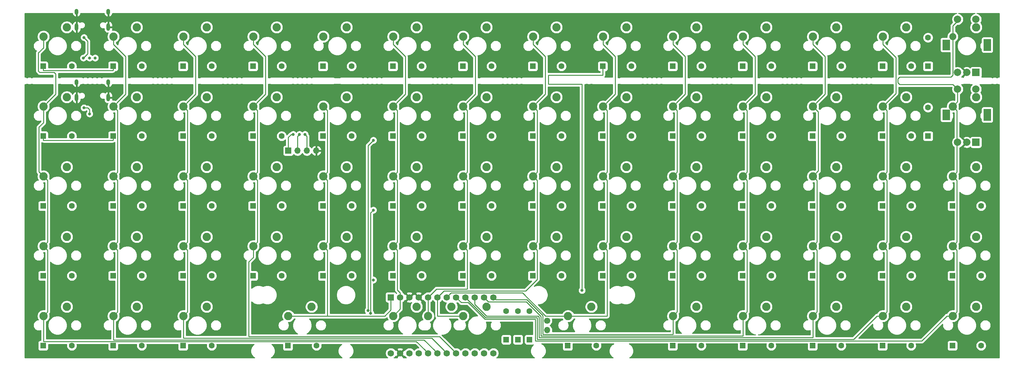
<source format=gtl>
G04 #@! TF.GenerationSoftware,KiCad,Pcbnew,(5.1.5)-3*
G04 #@! TF.CreationDate,2020-12-30T13:43:59+08:00*
G04 #@! TF.ProjectId,45ortho,34356f72-7468-46f2-9e6b-696361645f70,rev?*
G04 #@! TF.SameCoordinates,Original*
G04 #@! TF.FileFunction,Copper,L1,Top*
G04 #@! TF.FilePolarity,Positive*
%FSLAX46Y46*%
G04 Gerber Fmt 4.6, Leading zero omitted, Abs format (unit mm)*
G04 Created by KiCad (PCBNEW (5.1.5)-3) date 2020-12-30 13:43:59*
%MOMM*%
%LPD*%
G04 APERTURE LIST*
%ADD10C,2.000000*%
%ADD11R,2.000000X2.900000*%
%ADD12R,2.000000X3.200000*%
%ADD13R,2.000000X2.000000*%
%ADD14C,1.752600*%
%ADD15R,1.752600X1.752600*%
%ADD16C,2.250000*%
%ADD17C,1.700000*%
%ADD18O,1.700000X1.700000*%
%ADD19O,1.000000X1.600000*%
%ADD20O,1.000000X2.100000*%
%ADD21R,1.700000X1.700000*%
%ADD22R,1.600000X1.600000*%
%ADD23C,1.600000*%
%ADD24C,1.900000*%
%ADD25C,0.800000*%
%ADD26C,0.250000*%
%ADD27C,0.254000*%
G04 APERTURE END LIST*
D10*
X334050000Y-81650000D03*
X339050000Y-81650000D03*
D11*
X330950000Y-88650000D03*
D12*
X342150000Y-88650000D03*
D10*
X334050000Y-96150000D03*
X336550000Y-96150000D03*
D13*
X339050000Y-96150000D03*
X339050000Y-77100000D03*
D10*
X336550000Y-77100000D03*
X334050000Y-77100000D03*
D12*
X342150000Y-69600000D03*
D11*
X330950000Y-69600000D03*
D10*
X339050000Y-62600000D03*
X334050000Y-62600000D03*
D14*
X179705000Y-153670000D03*
X207645000Y-138430000D03*
X182245000Y-153670000D03*
X184785000Y-153670000D03*
X187325000Y-153670000D03*
X189865000Y-153670000D03*
X192405000Y-153670000D03*
X194945000Y-153670000D03*
X197485000Y-153670000D03*
X200025000Y-153670000D03*
X202565000Y-153670000D03*
X205105000Y-153670000D03*
X207645000Y-153670000D03*
X205105000Y-138430000D03*
X202565000Y-138430000D03*
X200025000Y-138430000D03*
X197485000Y-138430000D03*
X194945000Y-138430000D03*
X192405000Y-138430000D03*
X189865000Y-138430000D03*
X187325000Y-138430000D03*
X184785000Y-138430000D03*
X182245000Y-138430000D03*
D15*
X179705000Y-138430000D03*
D16*
X218440000Y-86360000D03*
X224790000Y-83820000D03*
X142240000Y-67310000D03*
X148590000Y-64770000D03*
D17*
X222250000Y-144800000D03*
D18*
X222250000Y-147340000D03*
D19*
X102745000Y-60543750D03*
X94105000Y-60543750D03*
D20*
X102745000Y-64723750D03*
X94105000Y-64723750D03*
D19*
X102745000Y-79781300D03*
X94105000Y-79781300D03*
D20*
X102745000Y-83961300D03*
X94105000Y-83961300D03*
D16*
X199390000Y-143510000D03*
X205740000Y-140970000D03*
X196215000Y-140970000D03*
X189865000Y-143510000D03*
D18*
X159395000Y-98425000D03*
X156855000Y-98425000D03*
X154315000Y-98425000D03*
D21*
X151775000Y-98425000D03*
D22*
X217487500Y-149950000D03*
D23*
X217487500Y-142150000D03*
D16*
X180340000Y-143510000D03*
X186690000Y-140970000D03*
X151765000Y-143510000D03*
X158115000Y-140970000D03*
X104140000Y-143510000D03*
X110490000Y-140970000D03*
X123190000Y-143510000D03*
X129540000Y-140970000D03*
X237490000Y-67310000D03*
X243840000Y-64770000D03*
D24*
X332740000Y-67310000D03*
D16*
X339090000Y-64770000D03*
X313690000Y-67310000D03*
X320040000Y-64770000D03*
X294640000Y-67310000D03*
X300990000Y-64770000D03*
X275590000Y-67310000D03*
X281940000Y-64770000D03*
X256540000Y-67310000D03*
X262890000Y-64770000D03*
X218440000Y-67310000D03*
X224790000Y-64770000D03*
X199390000Y-67310000D03*
X205740000Y-64770000D03*
X180340000Y-67310000D03*
X186690000Y-64770000D03*
X161290000Y-67310000D03*
X167640000Y-64770000D03*
X123190000Y-67310000D03*
X129540000Y-64770000D03*
X104140000Y-67310000D03*
X110490000Y-64770000D03*
X85090000Y-67310000D03*
X91440000Y-64770000D03*
D22*
X326009000Y-75406250D03*
D23*
X326009000Y-67606250D03*
D22*
X313600000Y-75406250D03*
D23*
X321400000Y-75406250D03*
D22*
X294550000Y-75406250D03*
D23*
X302350000Y-75406250D03*
D22*
X275500000Y-75406250D03*
D23*
X283300000Y-75406250D03*
D22*
X256450000Y-75406250D03*
D23*
X264250000Y-75406250D03*
D22*
X237400000Y-75406250D03*
D23*
X245200000Y-75406250D03*
D22*
X218350000Y-75406250D03*
D23*
X226150000Y-75406250D03*
D22*
X199300000Y-75406250D03*
D23*
X207100000Y-75406250D03*
D22*
X180250000Y-75406250D03*
D23*
X188050000Y-75406250D03*
D22*
X161200000Y-75406250D03*
D23*
X169000000Y-75406250D03*
D22*
X142150000Y-75406250D03*
D23*
X149950000Y-75406250D03*
D22*
X123100000Y-75406250D03*
D23*
X130900000Y-75406250D03*
D22*
X104050000Y-75406250D03*
D23*
X111850000Y-75406250D03*
D22*
X85000000Y-75406250D03*
D23*
X92800000Y-75406250D03*
D16*
X227965000Y-143510000D03*
X234315000Y-140970000D03*
X332740000Y-143510000D03*
X339090000Y-140970000D03*
X313690000Y-143510000D03*
X320040000Y-140970000D03*
X294640000Y-143510000D03*
X300990000Y-140970000D03*
X275590000Y-143510000D03*
X281940000Y-140970000D03*
X256540000Y-143510000D03*
X262890000Y-140970000D03*
X85090000Y-143510000D03*
X91440000Y-140970000D03*
X332740000Y-124460000D03*
X339090000Y-121920000D03*
X313690000Y-124460000D03*
X320040000Y-121920000D03*
X294640000Y-124460000D03*
X300990000Y-121920000D03*
X275590000Y-124460000D03*
X281940000Y-121920000D03*
X256540000Y-124460000D03*
X262890000Y-121920000D03*
X237490000Y-124460000D03*
X243840000Y-121920000D03*
X218440000Y-124460000D03*
X224790000Y-121920000D03*
X199390000Y-124460000D03*
X205740000Y-121920000D03*
X180340000Y-124460000D03*
X186690000Y-121920000D03*
X161290000Y-124460000D03*
X167640000Y-121920000D03*
X142240000Y-124460000D03*
X148590000Y-121920000D03*
X123190000Y-124460000D03*
X129540000Y-121920000D03*
X104140000Y-124460000D03*
X110490000Y-121920000D03*
X85090000Y-124460000D03*
X91440000Y-121920000D03*
X332740000Y-105410000D03*
X339090000Y-102870000D03*
X313690000Y-105410000D03*
X320040000Y-102870000D03*
X294640000Y-105410000D03*
X300990000Y-102870000D03*
X275590000Y-105410000D03*
X281940000Y-102870000D03*
X256540000Y-105410000D03*
X262890000Y-102870000D03*
X237490000Y-105410000D03*
X243840000Y-102870000D03*
X218440000Y-105410000D03*
X224790000Y-102870000D03*
X199390000Y-105410000D03*
X205740000Y-102870000D03*
X180340000Y-105410000D03*
X186690000Y-102870000D03*
X161290000Y-105410000D03*
X167640000Y-102870000D03*
X142240000Y-105410000D03*
X148590000Y-102870000D03*
X123190000Y-105410000D03*
X129540000Y-102870000D03*
X104140000Y-105410000D03*
X110490000Y-102870000D03*
X85090000Y-105410000D03*
X91440000Y-102870000D03*
X332740000Y-86360000D03*
X339090000Y-83820000D03*
X313690000Y-86360000D03*
X320040000Y-83820000D03*
X294640000Y-86360000D03*
X300990000Y-83820000D03*
X275590000Y-86360000D03*
X281940000Y-83820000D03*
X256540000Y-86360000D03*
X262890000Y-83820000D03*
X237490000Y-86360000D03*
X243840000Y-83820000D03*
X199390000Y-86360000D03*
X205740000Y-83820000D03*
X180340000Y-86360000D03*
X186690000Y-83820000D03*
X161290000Y-86360000D03*
X167640000Y-83820000D03*
X142240000Y-86360000D03*
X148590000Y-83820000D03*
X123190000Y-86360000D03*
X129540000Y-83820000D03*
X104140000Y-86360000D03*
X110490000Y-83820000D03*
X85090000Y-86360000D03*
X91440000Y-83820000D03*
D22*
X332650000Y-151606250D03*
D23*
X340450000Y-151606250D03*
D22*
X313600000Y-151606250D03*
D23*
X321400000Y-151606250D03*
D22*
X294550000Y-151606250D03*
D23*
X302350000Y-151606250D03*
D22*
X275500000Y-151606250D03*
D23*
X283300000Y-151606250D03*
D22*
X256450000Y-151606250D03*
D23*
X264250000Y-151606250D03*
D22*
X227875000Y-151606250D03*
D23*
X235675000Y-151606250D03*
D22*
X211137500Y-149950000D03*
D23*
X211137500Y-142150000D03*
D22*
X214312500Y-149950000D03*
D23*
X214312500Y-142150000D03*
D22*
X151675000Y-151606250D03*
D23*
X159475000Y-151606250D03*
D22*
X123100000Y-151606250D03*
D23*
X130900000Y-151606250D03*
D22*
X104050000Y-151606250D03*
D23*
X111850000Y-151606250D03*
D22*
X85000000Y-151606250D03*
D23*
X92800000Y-151606250D03*
D22*
X332650000Y-132556250D03*
D23*
X340450000Y-132556250D03*
D22*
X313600000Y-132556250D03*
D23*
X321400000Y-132556250D03*
D22*
X294550000Y-132556250D03*
D23*
X302350000Y-132556250D03*
D22*
X275500000Y-132556250D03*
D23*
X283300000Y-132556250D03*
D22*
X256450000Y-132556250D03*
D23*
X264250000Y-132556250D03*
D22*
X237400000Y-132556250D03*
D23*
X245200000Y-132556250D03*
D22*
X218350000Y-132556250D03*
D23*
X226150000Y-132556250D03*
D22*
X199300000Y-132556250D03*
D23*
X207100000Y-132556250D03*
D22*
X180250000Y-132556250D03*
D23*
X188050000Y-132556250D03*
D22*
X161200000Y-132556250D03*
D23*
X169000000Y-132556250D03*
D22*
X142150000Y-132556250D03*
D23*
X149950000Y-132556250D03*
D22*
X123100000Y-132556250D03*
D23*
X130900000Y-132556250D03*
D22*
X104050000Y-132556250D03*
D23*
X111850000Y-132556250D03*
D22*
X85000000Y-132556250D03*
D23*
X92800000Y-132556250D03*
D22*
X332650000Y-113506250D03*
D23*
X340450000Y-113506250D03*
D22*
X313600000Y-113506250D03*
D23*
X321400000Y-113506250D03*
D22*
X294550000Y-113506250D03*
D23*
X302350000Y-113506250D03*
D22*
X275500000Y-113506250D03*
D23*
X283300000Y-113506250D03*
D22*
X256450000Y-113506250D03*
D23*
X264250000Y-113506250D03*
D22*
X237400000Y-113506250D03*
D23*
X245200000Y-113506250D03*
D22*
X218350000Y-113506250D03*
D23*
X226150000Y-113506250D03*
D22*
X199300000Y-113506250D03*
D23*
X207100000Y-113506250D03*
D22*
X180250000Y-113506250D03*
D23*
X188050000Y-113506250D03*
D22*
X161200000Y-113506250D03*
D23*
X169000000Y-113506250D03*
D22*
X142150000Y-113506250D03*
D23*
X149950000Y-113506250D03*
D22*
X123100000Y-113506250D03*
D23*
X130900000Y-113506250D03*
D22*
X104050000Y-113506250D03*
D23*
X111850000Y-113506250D03*
D22*
X85000000Y-113506250D03*
D23*
X92800000Y-113506250D03*
D22*
X326009000Y-94456250D03*
D23*
X326009000Y-86656250D03*
D22*
X313600000Y-94456250D03*
D23*
X321400000Y-94456250D03*
D22*
X294550000Y-94456250D03*
D23*
X302350000Y-94456250D03*
D22*
X275500000Y-94456250D03*
D23*
X283300000Y-94456250D03*
D22*
X256450000Y-94456250D03*
D23*
X264250000Y-94456250D03*
D22*
X237400000Y-94456250D03*
D23*
X245200000Y-94456250D03*
D22*
X218350000Y-94456250D03*
D23*
X226150000Y-94456250D03*
D22*
X199300000Y-94456250D03*
D23*
X207100000Y-94456250D03*
D22*
X180250000Y-94456250D03*
D23*
X188050000Y-94456250D03*
D22*
X161200000Y-94456250D03*
D23*
X169000000Y-94456250D03*
D22*
X142150000Y-94456250D03*
D23*
X149950000Y-94456250D03*
D22*
X123100000Y-94456250D03*
D23*
X130900000Y-94456250D03*
D22*
X104050000Y-94456250D03*
D23*
X111850000Y-94456250D03*
D22*
X85000000Y-94456250D03*
D23*
X92800000Y-94456250D03*
D25*
X231775000Y-136525000D03*
X174949999Y-95581251D03*
X173499999Y-142029070D03*
X174949999Y-114631251D03*
X174224999Y-142785000D03*
X174949999Y-133681251D03*
X100875000Y-73152000D03*
X158025000Y-93980000D03*
X212725000Y-117475000D03*
X229362000Y-117475000D03*
X234315000Y-117475000D03*
X250825000Y-117475000D03*
X269875000Y-117475000D03*
X288925000Y-117475000D03*
X307975000Y-117475000D03*
X327025000Y-117475000D03*
X343662000Y-117475000D03*
X136525000Y-117475000D03*
X117475000Y-117475000D03*
X98425000Y-117475000D03*
X81788000Y-117475000D03*
X210185000Y-153035000D03*
X224409000Y-153035000D03*
X162560000Y-153035000D03*
X224409000Y-146050000D03*
X214312500Y-153035000D03*
X99175000Y-73152000D03*
X156325000Y-93980000D03*
X97675000Y-73152000D03*
X154825000Y-93980000D03*
X95975000Y-73152000D03*
X96139000Y-86741000D03*
X97663000Y-88392000D03*
X96139000Y-67564000D03*
X153125000Y-93980000D03*
D26*
X104050000Y-76456250D02*
X104050000Y-75406250D01*
X103974999Y-76531251D02*
X104050000Y-76456250D01*
X85075001Y-76531251D02*
X103974999Y-76531251D01*
X85000000Y-76456250D02*
X85075001Y-76531251D01*
X85000000Y-75406250D02*
X85000000Y-76456250D01*
X231775000Y-80264000D02*
X231775000Y-136525000D01*
X222631000Y-80264000D02*
X231775000Y-80264000D01*
X222631000Y-77851000D02*
X222631000Y-80264000D01*
X237400000Y-75406250D02*
X237400000Y-77851000D01*
X237400000Y-77851000D02*
X222631000Y-77851000D01*
X85000000Y-95506250D02*
X85000000Y-94456250D01*
X85075001Y-95581251D02*
X85000000Y-95506250D01*
X103974999Y-95581251D02*
X85075001Y-95581251D01*
X104050000Y-95506250D02*
X103974999Y-95581251D01*
X104050000Y-94456250D02*
X104050000Y-95506250D01*
X174949999Y-95581251D02*
X173499999Y-97031251D01*
X173499999Y-97031251D02*
X173499999Y-142029070D01*
X174949999Y-114631251D02*
X174224999Y-115356251D01*
X174224999Y-115356251D02*
X174224999Y-142785000D01*
X86214999Y-123335001D02*
X85090000Y-124460000D01*
X86214999Y-106534999D02*
X86214999Y-123335001D01*
X85090000Y-105410000D02*
X86214999Y-106534999D01*
X86214999Y-142385001D02*
X85090000Y-143510000D01*
X86214999Y-125584999D02*
X86214999Y-142385001D01*
X85090000Y-124460000D02*
X86214999Y-125584999D01*
X83874999Y-104194999D02*
X83965001Y-104285001D01*
X83874999Y-92020001D02*
X83874999Y-104194999D01*
X83965001Y-104285001D02*
X85090000Y-105410000D01*
X85090000Y-86360000D02*
X85090000Y-90805000D01*
X85090000Y-90805000D02*
X83874999Y-92020001D01*
X88415010Y-83034990D02*
X86214999Y-85235001D01*
X85090000Y-70356002D02*
X83693000Y-71753002D01*
X84074000Y-77089000D02*
X88011000Y-77089000D01*
X85090000Y-67310000D02*
X85090000Y-70356002D01*
X88011000Y-77089000D02*
X88415010Y-77493010D01*
X83693000Y-71753002D02*
X83693000Y-76708000D01*
X86214999Y-85235001D02*
X85090000Y-86360000D01*
X88415010Y-77493010D02*
X88415010Y-83034990D01*
X83693000Y-76708000D02*
X84074000Y-77089000D01*
X188988701Y-152793701D02*
X189865000Y-153670000D01*
X186676249Y-150481249D02*
X188988701Y-152793701D01*
X85090000Y-143510000D02*
X85090000Y-150481249D01*
X85090000Y-150481249D02*
X186676249Y-150481249D01*
X105264999Y-85235001D02*
X104140000Y-86360000D01*
X107465010Y-83034990D02*
X105264999Y-85235001D01*
X107465010Y-72796984D02*
X107465010Y-83034990D01*
X104140000Y-69471974D02*
X107465010Y-72796984D01*
X104140000Y-67310000D02*
X104140000Y-69471974D01*
X105264999Y-104285001D02*
X104140000Y-105410000D01*
X105264999Y-87484999D02*
X105264999Y-104285001D01*
X104140000Y-86360000D02*
X105264999Y-87484999D01*
X105264999Y-123335001D02*
X104140000Y-124460000D01*
X105264999Y-106534999D02*
X105264999Y-123335001D01*
X104140000Y-105410000D02*
X105264999Y-106534999D01*
X105264999Y-142385001D02*
X104140000Y-143510000D01*
X105264999Y-125584999D02*
X105264999Y-142385001D01*
X104140000Y-124460000D02*
X105264999Y-125584999D01*
X188766239Y-150031239D02*
X191528701Y-152793701D01*
X191528701Y-152793701D02*
X192405000Y-153670000D01*
X104140000Y-143510000D02*
X104140000Y-150031239D01*
X104140000Y-150031239D02*
X188766239Y-150031239D01*
X124314999Y-85235001D02*
X123190000Y-86360000D01*
X126515010Y-83034990D02*
X124314999Y-85235001D01*
X126515010Y-72796984D02*
X126515010Y-83034990D01*
X123190000Y-69471974D02*
X126515010Y-72796984D01*
X123190000Y-67310000D02*
X123190000Y-69471974D01*
X124314999Y-104285001D02*
X123190000Y-105410000D01*
X124314999Y-87484999D02*
X124314999Y-104285001D01*
X123190000Y-86360000D02*
X124314999Y-87484999D01*
X124314999Y-123335001D02*
X123190000Y-124460000D01*
X124314999Y-106534999D02*
X124314999Y-123335001D01*
X123190000Y-105410000D02*
X124314999Y-106534999D01*
X124314999Y-125584999D02*
X124314999Y-142385001D01*
X123190000Y-124460000D02*
X124314999Y-125584999D01*
X124314999Y-142385001D02*
X123190000Y-143510000D01*
X194068701Y-152793701D02*
X194945000Y-153670000D01*
X190856229Y-149581229D02*
X194068701Y-152793701D01*
X123190000Y-143510000D02*
X123190000Y-149581229D01*
X123190000Y-149581229D02*
X190856229Y-149581229D01*
X145565010Y-83034990D02*
X143364999Y-85235001D01*
X142240000Y-69471974D02*
X145565010Y-72796984D01*
X143364999Y-85235001D02*
X142240000Y-86360000D01*
X145565010Y-72796984D02*
X145565010Y-83034990D01*
X142240000Y-67310000D02*
X142240000Y-69471974D01*
X143364999Y-87484999D02*
X143364999Y-104285001D01*
X143364999Y-104285001D02*
X142240000Y-105410000D01*
X142240000Y-86360000D02*
X143364999Y-87484999D01*
X143364999Y-123335001D02*
X142240000Y-124460000D01*
X143364999Y-106534999D02*
X143364999Y-123335001D01*
X142240000Y-105410000D02*
X143364999Y-106534999D01*
X196608701Y-152793701D02*
X197485000Y-153670000D01*
X142240000Y-127506002D02*
X141024999Y-128721003D01*
X142240000Y-124460000D02*
X142240000Y-127506002D01*
X141024999Y-128721003D02*
X141024999Y-149131219D01*
X141024999Y-149131219D02*
X192946219Y-149131219D01*
X192946219Y-149131219D02*
X196608701Y-152793701D01*
X162414999Y-104285001D02*
X161290000Y-105410000D01*
X162414999Y-87484999D02*
X162414999Y-104285001D01*
X161290000Y-86360000D02*
X162414999Y-87484999D01*
X162414999Y-123335001D02*
X161290000Y-124460000D01*
X162414999Y-106534999D02*
X162414999Y-123335001D01*
X161290000Y-105410000D02*
X162414999Y-106534999D01*
X162414999Y-143510000D02*
X151765000Y-143510000D01*
X161290000Y-124460000D02*
X162414999Y-125584999D01*
X162414999Y-125584999D02*
X162414999Y-143510000D01*
X162414999Y-143510000D02*
X162414999Y-143510000D01*
X179705000Y-141859000D02*
X179705000Y-138430000D01*
X162414999Y-143510000D02*
X178054000Y-143510000D01*
X178054000Y-143510000D02*
X179705000Y-141859000D01*
X183665010Y-72796984D02*
X183665010Y-83034990D01*
X181464999Y-85235001D02*
X180340000Y-86360000D01*
X183665010Y-83034990D02*
X181464999Y-85235001D01*
X180340000Y-69471974D02*
X183665010Y-72796984D01*
X180340000Y-67310000D02*
X180340000Y-69471974D01*
X181464999Y-104285001D02*
X180340000Y-105410000D01*
X181464999Y-87484999D02*
X181464999Y-104285001D01*
X180340000Y-86360000D02*
X181464999Y-87484999D01*
X181464999Y-123335001D02*
X180340000Y-124460000D01*
X181464999Y-106534999D02*
X181464999Y-123335001D01*
X180340000Y-105410000D02*
X181464999Y-106534999D01*
X182245000Y-137190725D02*
X182245000Y-138430000D01*
X181464999Y-136410724D02*
X182245000Y-137190725D01*
X181464999Y-125584999D02*
X181464999Y-136410724D01*
X180340000Y-124460000D02*
X181464999Y-125584999D01*
X182245000Y-141605000D02*
X180340000Y-143510000D01*
X182245000Y-138430000D02*
X182245000Y-141605000D01*
X202715010Y-83034990D02*
X200514999Y-85235001D01*
X200514999Y-85235001D02*
X199390000Y-86360000D01*
X199390000Y-69471974D02*
X202715010Y-72796984D01*
X202715010Y-72796984D02*
X202715010Y-83034990D01*
X199390000Y-67310000D02*
X199390000Y-69471974D01*
X200514999Y-104285001D02*
X199390000Y-105410000D01*
X200514999Y-87484999D02*
X200514999Y-104285001D01*
X199390000Y-86360000D02*
X200514999Y-87484999D01*
X200514999Y-123335001D02*
X199390000Y-124460000D01*
X200514999Y-106534999D02*
X200514999Y-123335001D01*
X199390000Y-105410000D02*
X200514999Y-106534999D01*
X189865000Y-139669275D02*
X189865000Y-143510000D01*
X189865000Y-138430000D02*
X189865000Y-139669275D01*
X192151000Y-136144000D02*
X189865000Y-138430000D01*
X199390000Y-124460000D02*
X200514999Y-125584999D01*
X200514999Y-136144000D02*
X192151000Y-136144000D01*
X200514999Y-125584999D02*
X200514999Y-136144000D01*
X219564999Y-85235001D02*
X218440000Y-86360000D01*
X221765010Y-83034990D02*
X219564999Y-85235001D01*
X218440000Y-69471974D02*
X221765010Y-72796984D01*
X221765010Y-72796984D02*
X221765010Y-83034990D01*
X218440000Y-67310000D02*
X218440000Y-69471974D01*
X219564999Y-104285001D02*
X218440000Y-105410000D01*
X219564999Y-87484999D02*
X219564999Y-104285001D01*
X218440000Y-86360000D02*
X219564999Y-87484999D01*
X219564999Y-123335001D02*
X218440000Y-124460000D01*
X219564999Y-106534999D02*
X219564999Y-123335001D01*
X218440000Y-105410000D02*
X219564999Y-106534999D01*
X197799010Y-143510000D02*
X199390000Y-143510000D01*
X192405000Y-138430000D02*
X192405000Y-143510000D01*
X192405000Y-143510000D02*
X197799010Y-143510000D01*
X219564999Y-125584999D02*
X219564999Y-133526253D01*
X218440000Y-124460000D02*
X219564999Y-125584999D01*
X219564999Y-133526253D02*
X216439252Y-136652000D01*
X216439252Y-136652000D02*
X194183000Y-136652000D01*
X194183000Y-136652000D02*
X192405000Y-138430000D01*
X238614999Y-85235001D02*
X237490000Y-86360000D01*
X240815010Y-72796984D02*
X240815010Y-83034990D01*
X237490000Y-69471974D02*
X240815010Y-72796984D01*
X240815010Y-83034990D02*
X238614999Y-85235001D01*
X237490000Y-67310000D02*
X237490000Y-69471974D01*
X238614999Y-104285001D02*
X237490000Y-105410000D01*
X238614999Y-87484999D02*
X238614999Y-104285001D01*
X237490000Y-86360000D02*
X238614999Y-87484999D01*
X238614999Y-123335001D02*
X237490000Y-124460000D01*
X238614999Y-106534999D02*
X238614999Y-123335001D01*
X237490000Y-105410000D02*
X238614999Y-106534999D01*
X237490000Y-124460000D02*
X238614999Y-125584999D01*
X238614999Y-143510000D02*
X227965000Y-143510000D01*
X238614999Y-125584999D02*
X238614999Y-134347999D01*
X238614999Y-134347999D02*
X238614999Y-143510000D01*
X196146301Y-137228699D02*
X195821299Y-137553701D01*
X215589109Y-137228699D02*
X196146301Y-137228699D01*
X195821299Y-137553701D02*
X194945000Y-138430000D01*
X221870410Y-143510000D02*
X215589109Y-137228699D01*
X227965000Y-143510000D02*
X221870410Y-143510000D01*
X257664999Y-85235001D02*
X256540000Y-86360000D01*
X259865010Y-72796984D02*
X259865010Y-83034990D01*
X259865010Y-83034990D02*
X257664999Y-85235001D01*
X256540000Y-69471974D02*
X259865010Y-72796984D01*
X256540000Y-67310000D02*
X256540000Y-69471974D01*
X257664999Y-104285001D02*
X256540000Y-105410000D01*
X257664999Y-87484999D02*
X257664999Y-104285001D01*
X256540000Y-86360000D02*
X257664999Y-87484999D01*
X257664999Y-123335001D02*
X256540000Y-124460000D01*
X257664999Y-106534999D02*
X257664999Y-123335001D01*
X256540000Y-105410000D02*
X257664999Y-106534999D01*
X257664999Y-142385001D02*
X256540000Y-143510000D01*
X257664999Y-125584999D02*
X257664999Y-142385001D01*
X256540000Y-124460000D02*
X257664999Y-125584999D01*
X256540000Y-145100990D02*
X256540000Y-143510000D01*
X256540000Y-148515001D02*
X256540000Y-145100990D01*
X208280000Y-139065000D02*
X216789000Y-139065000D01*
X207645000Y-138430000D02*
X208280000Y-139065000D01*
X216789000Y-139065000D02*
X221074999Y-143350999D01*
X221074999Y-143350999D02*
X221074999Y-148515001D01*
X221074999Y-148515001D02*
X256540000Y-148515001D01*
X278915010Y-83034990D02*
X276714999Y-85235001D01*
X276714999Y-85235001D02*
X275590000Y-86360000D01*
X278915010Y-72796984D02*
X278915010Y-83034990D01*
X275590000Y-69471974D02*
X278915010Y-72796984D01*
X275590000Y-67310000D02*
X275590000Y-69471974D01*
X276714999Y-142385001D02*
X275590000Y-143510000D01*
X276714999Y-125584999D02*
X276714999Y-142385001D01*
X275590000Y-124460000D02*
X276714999Y-125584999D01*
X276714999Y-106534999D02*
X276714999Y-123335001D01*
X276714999Y-123335001D02*
X275590000Y-124460000D01*
X275590000Y-105410000D02*
X276714999Y-106534999D01*
X276714999Y-104285001D02*
X275590000Y-105410000D01*
X276714999Y-87484999D02*
X276714999Y-104285001D01*
X275590000Y-86360000D02*
X276714999Y-87484999D01*
X275590000Y-145100990D02*
X275590000Y-143510000D01*
X205105000Y-138430000D02*
X206306301Y-139631301D01*
X275590000Y-148965011D02*
X275590000Y-145100990D01*
X216633803Y-139631301D02*
X220624989Y-143622487D01*
X220624989Y-143622487D02*
X220624989Y-148965011D01*
X206306301Y-139631301D02*
X216633803Y-139631301D01*
X220624989Y-148965011D02*
X275590000Y-148965011D01*
X295764999Y-85235001D02*
X294640000Y-86360000D01*
X297965010Y-83034990D02*
X295764999Y-85235001D01*
X297965010Y-72796984D02*
X297965010Y-83034990D01*
X294640000Y-69471974D02*
X297965010Y-72796984D01*
X294640000Y-67310000D02*
X294640000Y-69471974D01*
X295764999Y-142385001D02*
X294640000Y-143510000D01*
X295764999Y-125584999D02*
X295764999Y-142385001D01*
X294640000Y-124460000D02*
X295764999Y-125584999D01*
X295764999Y-106534999D02*
X295764999Y-123335001D01*
X295764999Y-123335001D02*
X294640000Y-124460000D01*
X294640000Y-105410000D02*
X295764999Y-106534999D01*
X295764999Y-104285001D02*
X294640000Y-105410000D01*
X296131099Y-103918901D02*
X295764999Y-104285001D01*
X296131099Y-87851099D02*
X296131099Y-103918901D01*
X294640000Y-86360000D02*
X296131099Y-87851099D01*
X294640000Y-145100990D02*
X294640000Y-143510000D01*
X220091000Y-149415021D02*
X294640000Y-149415021D01*
X294640000Y-149415021D02*
X294640000Y-145100990D01*
X202565000Y-140335000D02*
X205740000Y-143510000D01*
X202565000Y-138430000D02*
X202565000Y-140335000D01*
X219837000Y-143510000D02*
X220091000Y-143764000D01*
X220091000Y-143764000D02*
X220091000Y-149415021D01*
X205740000Y-143510000D02*
X219837000Y-143510000D01*
X314814999Y-142385001D02*
X313690000Y-143510000D01*
X314814999Y-125584999D02*
X314814999Y-142385001D01*
X313690000Y-124460000D02*
X314814999Y-125584999D01*
X314814999Y-104285001D02*
X313690000Y-105410000D01*
X314814999Y-87484999D02*
X314814999Y-104285001D01*
X313690000Y-86360000D02*
X314814999Y-87484999D01*
X314814999Y-106534999D02*
X314814999Y-123335001D01*
X314814999Y-123335001D02*
X313690000Y-124460000D01*
X313690000Y-105410000D02*
X314814999Y-106534999D01*
X313690000Y-68900990D02*
X313690000Y-67310000D01*
X313690000Y-69471974D02*
X313690000Y-68900990D01*
X317246000Y-73027974D02*
X313690000Y-69471974D01*
X313690000Y-86360000D02*
X317246000Y-82804000D01*
X317246000Y-82804000D02*
X317246000Y-73027974D01*
X312099010Y-143510000D02*
X313690000Y-143510000D01*
X219583000Y-144018000D02*
X219583000Y-149865032D01*
X219583000Y-149865032D02*
X305743978Y-149865032D01*
X200025000Y-138430000D02*
X200901299Y-139306299D01*
X200901299Y-139307710D02*
X205553600Y-143960011D01*
X205553600Y-143960011D02*
X219525011Y-143960011D01*
X305743978Y-149865032D02*
X312099010Y-143510000D01*
X200901299Y-139306299D02*
X200901299Y-139307710D01*
X219525011Y-143960011D02*
X219583000Y-144018000D01*
X333864999Y-142385001D02*
X332740000Y-143510000D01*
X333864999Y-125584999D02*
X333864999Y-142385001D01*
X332740000Y-124460000D02*
X333864999Y-125584999D01*
X333864999Y-123335001D02*
X332740000Y-124460000D01*
X333864999Y-106534999D02*
X333864999Y-123335001D01*
X332740000Y-105410000D02*
X333864999Y-106534999D01*
X333864999Y-87484999D02*
X333864999Y-104285001D01*
X333864999Y-104285001D02*
X332740000Y-105410000D01*
X332740000Y-86360000D02*
X333864999Y-87484999D01*
X332740000Y-64410000D02*
X334300000Y-62850000D01*
X332740000Y-67310000D02*
X332740000Y-64410000D01*
X331149010Y-143510000D02*
X332740000Y-143510000D01*
X324343968Y-150315042D02*
X331149010Y-143510000D01*
X198882000Y-139827000D02*
X200784178Y-139827000D01*
X205367200Y-144410022D02*
X219075000Y-144410022D01*
X219075000Y-144410022D02*
X219075000Y-150315042D01*
X197485000Y-138430000D02*
X198882000Y-139827000D01*
X219075000Y-150315042D02*
X324343968Y-150315042D01*
X200784178Y-139827000D02*
X205367200Y-144410022D01*
X332791000Y-80391000D02*
X334050000Y-81650000D01*
X318262000Y-80391000D02*
X332791000Y-80391000D01*
X317754000Y-79883000D02*
X318262000Y-80391000D01*
X332740000Y-77851000D02*
X332232000Y-78359000D01*
X318262000Y-78359000D02*
X317754000Y-78867000D01*
X317754000Y-78867000D02*
X317754000Y-79883000D01*
X332740000Y-67310000D02*
X332740000Y-77851000D01*
X332232000Y-78359000D02*
X318262000Y-78359000D01*
X334050000Y-85050000D02*
X332740000Y-86360000D01*
X334050000Y-81650000D02*
X334050000Y-85050000D01*
X159395000Y-97222919D02*
X159395000Y-98425000D01*
X159395000Y-94784315D02*
X159395000Y-97222919D01*
X158590685Y-93980000D02*
X159395000Y-94784315D01*
X158025000Y-93980000D02*
X158590685Y-93980000D01*
X156855000Y-98425000D02*
X156855000Y-94510000D01*
X156855000Y-94510000D02*
X156325000Y-93980000D01*
X154315000Y-94490000D02*
X154825000Y-93980000D01*
X154315000Y-98425000D02*
X154315000Y-94490000D01*
X97155000Y-86741000D02*
X96139000Y-86741000D01*
X97663000Y-88392000D02*
X97663000Y-87249000D01*
X97663000Y-87249000D02*
X97155000Y-86741000D01*
X96139000Y-67564000D02*
X97155000Y-68580000D01*
X97155000Y-71972000D02*
X95975000Y-73152000D01*
X97155000Y-68580000D02*
X97155000Y-71972000D01*
X151775000Y-97325000D02*
X151775000Y-98425000D01*
X151775000Y-94764315D02*
X151775000Y-97325000D01*
X152559315Y-93980000D02*
X151775000Y-94764315D01*
X153125000Y-93980000D02*
X152559315Y-93980000D01*
D27*
G36*
X93016585Y-61189737D02*
G01*
X93104997Y-61395428D01*
X93231839Y-61579919D01*
X93392236Y-61736119D01*
X93580024Y-61858026D01*
X93803126Y-61937869D01*
X93978000Y-61811704D01*
X93978000Y-60985000D01*
X94232000Y-60985000D01*
X94232000Y-61811704D01*
X94406874Y-61937869D01*
X94629976Y-61858026D01*
X94817764Y-61736119D01*
X94978161Y-61579919D01*
X95105003Y-61395428D01*
X95193415Y-61189737D01*
X95236969Y-60985000D01*
X101613031Y-60985000D01*
X101656585Y-61189737D01*
X101744997Y-61395428D01*
X101871839Y-61579919D01*
X102032236Y-61736119D01*
X102220024Y-61858026D01*
X102443126Y-61937869D01*
X102618000Y-61811704D01*
X102618000Y-60985000D01*
X102872000Y-60985000D01*
X102872000Y-61811704D01*
X103046874Y-61937869D01*
X103269976Y-61858026D01*
X103457764Y-61736119D01*
X103618161Y-61579919D01*
X103745003Y-61395428D01*
X103833415Y-61189737D01*
X103876969Y-60985000D01*
X333788420Y-60985000D01*
X333573088Y-61027832D01*
X333275537Y-61151082D01*
X333007748Y-61330013D01*
X332780013Y-61557748D01*
X332601082Y-61825537D01*
X332477832Y-62123088D01*
X332415000Y-62438967D01*
X332415000Y-62761033D01*
X332477832Y-63076912D01*
X332601082Y-63374463D01*
X332640998Y-63434201D01*
X332228998Y-63846201D01*
X332200000Y-63869999D01*
X332176202Y-63898997D01*
X332176201Y-63898998D01*
X332105026Y-63985724D01*
X332034454Y-64117754D01*
X331990998Y-64261015D01*
X331976324Y-64410000D01*
X331980001Y-64447332D01*
X331980000Y-65911552D01*
X331729621Y-66078850D01*
X331508850Y-66299621D01*
X331335391Y-66559221D01*
X331215911Y-66847673D01*
X331155000Y-67153891D01*
X331155000Y-67466109D01*
X331164114Y-67511928D01*
X329950000Y-67511928D01*
X329825518Y-67524188D01*
X329705820Y-67560498D01*
X329595506Y-67619463D01*
X329498815Y-67698815D01*
X329419463Y-67795506D01*
X329360498Y-67905820D01*
X329324188Y-68025518D01*
X329311928Y-68150000D01*
X329311928Y-71050000D01*
X329324188Y-71174482D01*
X329360498Y-71294180D01*
X329419463Y-71404494D01*
X329498815Y-71501185D01*
X329595506Y-71580537D01*
X329705820Y-71639502D01*
X329825518Y-71675812D01*
X329950000Y-71688072D01*
X331950000Y-71688072D01*
X331980000Y-71685117D01*
X331980001Y-77536197D01*
X331917199Y-77599000D01*
X318299322Y-77599000D01*
X318261999Y-77595324D01*
X318224676Y-77599000D01*
X318224667Y-77599000D01*
X318113014Y-77609997D01*
X318006000Y-77642459D01*
X318006000Y-75264915D01*
X319965000Y-75264915D01*
X319965000Y-75547585D01*
X320020147Y-75824824D01*
X320128320Y-76085977D01*
X320285363Y-76321009D01*
X320485241Y-76520887D01*
X320720273Y-76677930D01*
X320981426Y-76786103D01*
X321258665Y-76841250D01*
X321541335Y-76841250D01*
X321818574Y-76786103D01*
X322079727Y-76677930D01*
X322314759Y-76520887D01*
X322514637Y-76321009D01*
X322671680Y-76085977D01*
X322779853Y-75824824D01*
X322835000Y-75547585D01*
X322835000Y-75264915D01*
X322779853Y-74987676D01*
X322671680Y-74726523D01*
X322591317Y-74606250D01*
X324570928Y-74606250D01*
X324570928Y-76206250D01*
X324583188Y-76330732D01*
X324619498Y-76450430D01*
X324678463Y-76560744D01*
X324757815Y-76657435D01*
X324854506Y-76736787D01*
X324964820Y-76795752D01*
X325084518Y-76832062D01*
X325209000Y-76844322D01*
X326809000Y-76844322D01*
X326933482Y-76832062D01*
X327053180Y-76795752D01*
X327163494Y-76736787D01*
X327260185Y-76657435D01*
X327339537Y-76560744D01*
X327398502Y-76450430D01*
X327434812Y-76330732D01*
X327447072Y-76206250D01*
X327447072Y-74606250D01*
X327434812Y-74481768D01*
X327398502Y-74362070D01*
X327339537Y-74251756D01*
X327260185Y-74155065D01*
X327163494Y-74075713D01*
X327053180Y-74016748D01*
X326933482Y-73980438D01*
X326809000Y-73968178D01*
X325209000Y-73968178D01*
X325084518Y-73980438D01*
X324964820Y-74016748D01*
X324854506Y-74075713D01*
X324757815Y-74155065D01*
X324678463Y-74251756D01*
X324619498Y-74362070D01*
X324583188Y-74481768D01*
X324570928Y-74606250D01*
X322591317Y-74606250D01*
X322514637Y-74491491D01*
X322314759Y-74291613D01*
X322079727Y-74134570D01*
X321818574Y-74026397D01*
X321541335Y-73971250D01*
X321258665Y-73971250D01*
X320981426Y-74026397D01*
X320720273Y-74134570D01*
X320485241Y-74291613D01*
X320285363Y-74491491D01*
X320128320Y-74726523D01*
X320020147Y-74987676D01*
X319965000Y-75264915D01*
X318006000Y-75264915D01*
X318006000Y-73065296D01*
X318009676Y-73027973D01*
X318006000Y-72990650D01*
X318006000Y-72990641D01*
X317995003Y-72878988D01*
X317951546Y-72735727D01*
X317880974Y-72603698D01*
X317867811Y-72587659D01*
X317809799Y-72516970D01*
X317809795Y-72516966D01*
X317786001Y-72487973D01*
X317771820Y-72476335D01*
X318266822Y-72377873D01*
X318745251Y-72179701D01*
X319175826Y-71892000D01*
X319542000Y-71525826D01*
X319829701Y-71095251D01*
X320027873Y-70616822D01*
X320128900Y-70108924D01*
X320128900Y-69701278D01*
X321070000Y-69701278D01*
X321070000Y-69998722D01*
X321128029Y-70290451D01*
X321241856Y-70565253D01*
X321407107Y-70812569D01*
X321617431Y-71022893D01*
X321864747Y-71188144D01*
X322139549Y-71301971D01*
X322431278Y-71360000D01*
X322728722Y-71360000D01*
X323020451Y-71301971D01*
X323295253Y-71188144D01*
X323542569Y-71022893D01*
X323752893Y-70812569D01*
X323918144Y-70565253D01*
X324031971Y-70290451D01*
X324090000Y-69998722D01*
X324090000Y-69701278D01*
X324031971Y-69409549D01*
X323918144Y-69134747D01*
X323752893Y-68887431D01*
X323542569Y-68677107D01*
X323295253Y-68511856D01*
X323020451Y-68398029D01*
X322728722Y-68340000D01*
X322431278Y-68340000D01*
X322139549Y-68398029D01*
X321864747Y-68511856D01*
X321617431Y-68677107D01*
X321407107Y-68887431D01*
X321241856Y-69134747D01*
X321128029Y-69409549D01*
X321070000Y-69701278D01*
X320128900Y-69701278D01*
X320128900Y-69591076D01*
X320027873Y-69083178D01*
X319829701Y-68604749D01*
X319542000Y-68174174D01*
X319175826Y-67808000D01*
X318745251Y-67520299D01*
X318611543Y-67464915D01*
X324574000Y-67464915D01*
X324574000Y-67747585D01*
X324629147Y-68024824D01*
X324737320Y-68285977D01*
X324894363Y-68521009D01*
X325094241Y-68720887D01*
X325329273Y-68877930D01*
X325590426Y-68986103D01*
X325867665Y-69041250D01*
X326150335Y-69041250D01*
X326427574Y-68986103D01*
X326688727Y-68877930D01*
X326923759Y-68720887D01*
X327123637Y-68521009D01*
X327280680Y-68285977D01*
X327388853Y-68024824D01*
X327444000Y-67747585D01*
X327444000Y-67464915D01*
X327388853Y-67187676D01*
X327280680Y-66926523D01*
X327123637Y-66691491D01*
X326923759Y-66491613D01*
X326688727Y-66334570D01*
X326427574Y-66226397D01*
X326150335Y-66171250D01*
X325867665Y-66171250D01*
X325590426Y-66226397D01*
X325329273Y-66334570D01*
X325094241Y-66491613D01*
X324894363Y-66691491D01*
X324737320Y-66926523D01*
X324629147Y-67187676D01*
X324574000Y-67464915D01*
X318611543Y-67464915D01*
X318266822Y-67322127D01*
X317758924Y-67221100D01*
X317241076Y-67221100D01*
X316733178Y-67322127D01*
X316254749Y-67520299D01*
X315824174Y-67808000D01*
X315458000Y-68174174D01*
X315170299Y-68604749D01*
X314972127Y-69083178D01*
X314873224Y-69580397D01*
X314450000Y-69157173D01*
X314450000Y-68900208D01*
X314523673Y-68869692D01*
X314811935Y-68677081D01*
X315057081Y-68431935D01*
X315249692Y-68143673D01*
X315382364Y-67823373D01*
X315450000Y-67483345D01*
X315450000Y-67136655D01*
X315382364Y-66796627D01*
X315249692Y-66476327D01*
X315057081Y-66188065D01*
X314811935Y-65942919D01*
X314523673Y-65750308D01*
X314203373Y-65617636D01*
X313863345Y-65550000D01*
X313516655Y-65550000D01*
X313176627Y-65617636D01*
X312856327Y-65750308D01*
X312568065Y-65942919D01*
X312322919Y-66188065D01*
X312130308Y-66476327D01*
X311997636Y-66796627D01*
X311930000Y-67136655D01*
X311930000Y-67483345D01*
X311997636Y-67823373D01*
X312130308Y-68143673D01*
X312262638Y-68341719D01*
X311979549Y-68398029D01*
X311704747Y-68511856D01*
X311457431Y-68677107D01*
X311247107Y-68887431D01*
X311081856Y-69134747D01*
X310968029Y-69409549D01*
X310910000Y-69701278D01*
X310910000Y-69998722D01*
X310968029Y-70290451D01*
X311081856Y-70565253D01*
X311247107Y-70812569D01*
X311457431Y-71022893D01*
X311704747Y-71188144D01*
X311979549Y-71301971D01*
X312271278Y-71360000D01*
X312568722Y-71360000D01*
X312860451Y-71301971D01*
X313135253Y-71188144D01*
X313382569Y-71022893D01*
X313592893Y-70812569D01*
X313738250Y-70595026D01*
X316486001Y-73342778D01*
X316486000Y-78360007D01*
X316346832Y-78346300D01*
X311033168Y-78346300D01*
X310882040Y-78361185D01*
X310688129Y-78420007D01*
X310564665Y-78486000D01*
X310401128Y-78486000D01*
X310367272Y-78463378D01*
X310180061Y-78385833D01*
X309981318Y-78346300D01*
X309778682Y-78346300D01*
X309579939Y-78385833D01*
X309392728Y-78463378D01*
X309358872Y-78486000D01*
X309131128Y-78486000D01*
X309097272Y-78463378D01*
X308910061Y-78385833D01*
X308711318Y-78346300D01*
X308508682Y-78346300D01*
X308309939Y-78385833D01*
X308122728Y-78463378D01*
X308088872Y-78486000D01*
X307861128Y-78486000D01*
X307827272Y-78463378D01*
X307640061Y-78385833D01*
X307441318Y-78346300D01*
X307238682Y-78346300D01*
X307039939Y-78385833D01*
X306852728Y-78463378D01*
X306818872Y-78486000D01*
X306591128Y-78486000D01*
X306557272Y-78463378D01*
X306370061Y-78385833D01*
X306171318Y-78346300D01*
X305968682Y-78346300D01*
X305769939Y-78385833D01*
X305582728Y-78463378D01*
X305548872Y-78486000D01*
X305385335Y-78486000D01*
X305261871Y-78420007D01*
X305067960Y-78361185D01*
X304916832Y-78346300D01*
X299603168Y-78346300D01*
X299452040Y-78361185D01*
X299258129Y-78420007D01*
X299134665Y-78486000D01*
X298725010Y-78486000D01*
X298725010Y-75264915D01*
X300915000Y-75264915D01*
X300915000Y-75547585D01*
X300970147Y-75824824D01*
X301078320Y-76085977D01*
X301235363Y-76321009D01*
X301435241Y-76520887D01*
X301670273Y-76677930D01*
X301931426Y-76786103D01*
X302208665Y-76841250D01*
X302491335Y-76841250D01*
X302768574Y-76786103D01*
X303029727Y-76677930D01*
X303264759Y-76520887D01*
X303464637Y-76321009D01*
X303621680Y-76085977D01*
X303729853Y-75824824D01*
X303785000Y-75547585D01*
X303785000Y-75264915D01*
X303729853Y-74987676D01*
X303621680Y-74726523D01*
X303541317Y-74606250D01*
X312161928Y-74606250D01*
X312161928Y-76206250D01*
X312174188Y-76330732D01*
X312210498Y-76450430D01*
X312269463Y-76560744D01*
X312348815Y-76657435D01*
X312445506Y-76736787D01*
X312555820Y-76795752D01*
X312675518Y-76832062D01*
X312800000Y-76844322D01*
X314400000Y-76844322D01*
X314524482Y-76832062D01*
X314644180Y-76795752D01*
X314754494Y-76736787D01*
X314851185Y-76657435D01*
X314930537Y-76560744D01*
X314989502Y-76450430D01*
X315025812Y-76330732D01*
X315038072Y-76206250D01*
X315038072Y-74606250D01*
X315025812Y-74481768D01*
X314989502Y-74362070D01*
X314930537Y-74251756D01*
X314851185Y-74155065D01*
X314754494Y-74075713D01*
X314644180Y-74016748D01*
X314524482Y-73980438D01*
X314400000Y-73968178D01*
X312800000Y-73968178D01*
X312675518Y-73980438D01*
X312555820Y-74016748D01*
X312445506Y-74075713D01*
X312348815Y-74155065D01*
X312269463Y-74251756D01*
X312210498Y-74362070D01*
X312174188Y-74481768D01*
X312161928Y-74606250D01*
X303541317Y-74606250D01*
X303464637Y-74491491D01*
X303264759Y-74291613D01*
X303029727Y-74134570D01*
X302768574Y-74026397D01*
X302491335Y-73971250D01*
X302208665Y-73971250D01*
X301931426Y-74026397D01*
X301670273Y-74134570D01*
X301435241Y-74291613D01*
X301235363Y-74491491D01*
X301078320Y-74726523D01*
X300970147Y-74987676D01*
X300915000Y-75264915D01*
X298725010Y-75264915D01*
X298725010Y-72834306D01*
X298728686Y-72796983D01*
X298725010Y-72759660D01*
X298725010Y-72759651D01*
X298714013Y-72647998D01*
X298670556Y-72504737D01*
X298656746Y-72478900D01*
X298708924Y-72478900D01*
X299216822Y-72377873D01*
X299695251Y-72179701D01*
X300125826Y-71892000D01*
X300492000Y-71525826D01*
X300779701Y-71095251D01*
X300977873Y-70616822D01*
X301078900Y-70108924D01*
X301078900Y-69701278D01*
X302020000Y-69701278D01*
X302020000Y-69998722D01*
X302078029Y-70290451D01*
X302191856Y-70565253D01*
X302357107Y-70812569D01*
X302567431Y-71022893D01*
X302814747Y-71188144D01*
X303089549Y-71301971D01*
X303381278Y-71360000D01*
X303678722Y-71360000D01*
X303970451Y-71301971D01*
X304245253Y-71188144D01*
X304492569Y-71022893D01*
X304702893Y-70812569D01*
X304868144Y-70565253D01*
X304981971Y-70290451D01*
X305040000Y-69998722D01*
X305040000Y-69701278D01*
X304981971Y-69409549D01*
X304868144Y-69134747D01*
X304702893Y-68887431D01*
X304492569Y-68677107D01*
X304245253Y-68511856D01*
X303970451Y-68398029D01*
X303678722Y-68340000D01*
X303381278Y-68340000D01*
X303089549Y-68398029D01*
X302814747Y-68511856D01*
X302567431Y-68677107D01*
X302357107Y-68887431D01*
X302191856Y-69134747D01*
X302078029Y-69409549D01*
X302020000Y-69701278D01*
X301078900Y-69701278D01*
X301078900Y-69591076D01*
X300977873Y-69083178D01*
X300779701Y-68604749D01*
X300492000Y-68174174D01*
X300125826Y-67808000D01*
X299695251Y-67520299D01*
X299216822Y-67322127D01*
X298708924Y-67221100D01*
X298191076Y-67221100D01*
X297683178Y-67322127D01*
X297204749Y-67520299D01*
X296774174Y-67808000D01*
X296408000Y-68174174D01*
X296120299Y-68604749D01*
X295922127Y-69083178D01*
X295823224Y-69580397D01*
X295400000Y-69157173D01*
X295400000Y-68900208D01*
X295473673Y-68869692D01*
X295761935Y-68677081D01*
X296007081Y-68431935D01*
X296199692Y-68143673D01*
X296332364Y-67823373D01*
X296400000Y-67483345D01*
X296400000Y-67136655D01*
X296332364Y-66796627D01*
X296199692Y-66476327D01*
X296007081Y-66188065D01*
X295761935Y-65942919D01*
X295473673Y-65750308D01*
X295153373Y-65617636D01*
X294813345Y-65550000D01*
X294466655Y-65550000D01*
X294126627Y-65617636D01*
X293806327Y-65750308D01*
X293518065Y-65942919D01*
X293272919Y-66188065D01*
X293080308Y-66476327D01*
X292947636Y-66796627D01*
X292880000Y-67136655D01*
X292880000Y-67483345D01*
X292947636Y-67823373D01*
X293080308Y-68143673D01*
X293212638Y-68341719D01*
X292929549Y-68398029D01*
X292654747Y-68511856D01*
X292407431Y-68677107D01*
X292197107Y-68887431D01*
X292031856Y-69134747D01*
X291918029Y-69409549D01*
X291860000Y-69701278D01*
X291860000Y-69998722D01*
X291918029Y-70290451D01*
X292031856Y-70565253D01*
X292197107Y-70812569D01*
X292407431Y-71022893D01*
X292654747Y-71188144D01*
X292929549Y-71301971D01*
X293221278Y-71360000D01*
X293518722Y-71360000D01*
X293810451Y-71301971D01*
X294085253Y-71188144D01*
X294332569Y-71022893D01*
X294542893Y-70812569D01*
X294688251Y-70595026D01*
X297205010Y-73111786D01*
X297205011Y-78346300D01*
X291983168Y-78346300D01*
X291832040Y-78361185D01*
X291638129Y-78420007D01*
X291514665Y-78486000D01*
X291351128Y-78486000D01*
X291317272Y-78463378D01*
X291130061Y-78385833D01*
X290931318Y-78346300D01*
X290728682Y-78346300D01*
X290529939Y-78385833D01*
X290342728Y-78463378D01*
X290308872Y-78486000D01*
X290081128Y-78486000D01*
X290047272Y-78463378D01*
X289860061Y-78385833D01*
X289661318Y-78346300D01*
X289458682Y-78346300D01*
X289259939Y-78385833D01*
X289072728Y-78463378D01*
X289038872Y-78486000D01*
X288811128Y-78486000D01*
X288777272Y-78463378D01*
X288590061Y-78385833D01*
X288391318Y-78346300D01*
X288188682Y-78346300D01*
X287989939Y-78385833D01*
X287802728Y-78463378D01*
X287768872Y-78486000D01*
X287541128Y-78486000D01*
X287507272Y-78463378D01*
X287320061Y-78385833D01*
X287121318Y-78346300D01*
X286918682Y-78346300D01*
X286719939Y-78385833D01*
X286532728Y-78463378D01*
X286498872Y-78486000D01*
X286335335Y-78486000D01*
X286211871Y-78420007D01*
X286017960Y-78361185D01*
X285866832Y-78346300D01*
X280553168Y-78346300D01*
X280402040Y-78361185D01*
X280208129Y-78420007D01*
X280084665Y-78486000D01*
X279675010Y-78486000D01*
X279675010Y-75264915D01*
X281865000Y-75264915D01*
X281865000Y-75547585D01*
X281920147Y-75824824D01*
X282028320Y-76085977D01*
X282185363Y-76321009D01*
X282385241Y-76520887D01*
X282620273Y-76677930D01*
X282881426Y-76786103D01*
X283158665Y-76841250D01*
X283441335Y-76841250D01*
X283718574Y-76786103D01*
X283979727Y-76677930D01*
X284214759Y-76520887D01*
X284414637Y-76321009D01*
X284571680Y-76085977D01*
X284679853Y-75824824D01*
X284735000Y-75547585D01*
X284735000Y-75264915D01*
X284679853Y-74987676D01*
X284571680Y-74726523D01*
X284491317Y-74606250D01*
X293111928Y-74606250D01*
X293111928Y-76206250D01*
X293124188Y-76330732D01*
X293160498Y-76450430D01*
X293219463Y-76560744D01*
X293298815Y-76657435D01*
X293395506Y-76736787D01*
X293505820Y-76795752D01*
X293625518Y-76832062D01*
X293750000Y-76844322D01*
X295350000Y-76844322D01*
X295474482Y-76832062D01*
X295594180Y-76795752D01*
X295704494Y-76736787D01*
X295801185Y-76657435D01*
X295880537Y-76560744D01*
X295939502Y-76450430D01*
X295975812Y-76330732D01*
X295988072Y-76206250D01*
X295988072Y-74606250D01*
X295975812Y-74481768D01*
X295939502Y-74362070D01*
X295880537Y-74251756D01*
X295801185Y-74155065D01*
X295704494Y-74075713D01*
X295594180Y-74016748D01*
X295474482Y-73980438D01*
X295350000Y-73968178D01*
X293750000Y-73968178D01*
X293625518Y-73980438D01*
X293505820Y-74016748D01*
X293395506Y-74075713D01*
X293298815Y-74155065D01*
X293219463Y-74251756D01*
X293160498Y-74362070D01*
X293124188Y-74481768D01*
X293111928Y-74606250D01*
X284491317Y-74606250D01*
X284414637Y-74491491D01*
X284214759Y-74291613D01*
X283979727Y-74134570D01*
X283718574Y-74026397D01*
X283441335Y-73971250D01*
X283158665Y-73971250D01*
X282881426Y-74026397D01*
X282620273Y-74134570D01*
X282385241Y-74291613D01*
X282185363Y-74491491D01*
X282028320Y-74726523D01*
X281920147Y-74987676D01*
X281865000Y-75264915D01*
X279675010Y-75264915D01*
X279675010Y-72834306D01*
X279678686Y-72796983D01*
X279675010Y-72759660D01*
X279675010Y-72759651D01*
X279664013Y-72647998D01*
X279620556Y-72504737D01*
X279606746Y-72478900D01*
X279658924Y-72478900D01*
X280166822Y-72377873D01*
X280645251Y-72179701D01*
X281075826Y-71892000D01*
X281442000Y-71525826D01*
X281729701Y-71095251D01*
X281927873Y-70616822D01*
X282028900Y-70108924D01*
X282028900Y-69701278D01*
X282970000Y-69701278D01*
X282970000Y-69998722D01*
X283028029Y-70290451D01*
X283141856Y-70565253D01*
X283307107Y-70812569D01*
X283517431Y-71022893D01*
X283764747Y-71188144D01*
X284039549Y-71301971D01*
X284331278Y-71360000D01*
X284628722Y-71360000D01*
X284920451Y-71301971D01*
X285195253Y-71188144D01*
X285442569Y-71022893D01*
X285652893Y-70812569D01*
X285818144Y-70565253D01*
X285931971Y-70290451D01*
X285990000Y-69998722D01*
X285990000Y-69701278D01*
X285931971Y-69409549D01*
X285818144Y-69134747D01*
X285652893Y-68887431D01*
X285442569Y-68677107D01*
X285195253Y-68511856D01*
X284920451Y-68398029D01*
X284628722Y-68340000D01*
X284331278Y-68340000D01*
X284039549Y-68398029D01*
X283764747Y-68511856D01*
X283517431Y-68677107D01*
X283307107Y-68887431D01*
X283141856Y-69134747D01*
X283028029Y-69409549D01*
X282970000Y-69701278D01*
X282028900Y-69701278D01*
X282028900Y-69591076D01*
X281927873Y-69083178D01*
X281729701Y-68604749D01*
X281442000Y-68174174D01*
X281075826Y-67808000D01*
X280645251Y-67520299D01*
X280166822Y-67322127D01*
X279658924Y-67221100D01*
X279141076Y-67221100D01*
X278633178Y-67322127D01*
X278154749Y-67520299D01*
X277724174Y-67808000D01*
X277358000Y-68174174D01*
X277070299Y-68604749D01*
X276872127Y-69083178D01*
X276773224Y-69580397D01*
X276350000Y-69157173D01*
X276350000Y-68900208D01*
X276423673Y-68869692D01*
X276711935Y-68677081D01*
X276957081Y-68431935D01*
X277149692Y-68143673D01*
X277282364Y-67823373D01*
X277350000Y-67483345D01*
X277350000Y-67136655D01*
X277282364Y-66796627D01*
X277149692Y-66476327D01*
X276957081Y-66188065D01*
X276711935Y-65942919D01*
X276423673Y-65750308D01*
X276103373Y-65617636D01*
X275763345Y-65550000D01*
X275416655Y-65550000D01*
X275076627Y-65617636D01*
X274756327Y-65750308D01*
X274468065Y-65942919D01*
X274222919Y-66188065D01*
X274030308Y-66476327D01*
X273897636Y-66796627D01*
X273830000Y-67136655D01*
X273830000Y-67483345D01*
X273897636Y-67823373D01*
X274030308Y-68143673D01*
X274162638Y-68341719D01*
X273879549Y-68398029D01*
X273604747Y-68511856D01*
X273357431Y-68677107D01*
X273147107Y-68887431D01*
X272981856Y-69134747D01*
X272868029Y-69409549D01*
X272810000Y-69701278D01*
X272810000Y-69998722D01*
X272868029Y-70290451D01*
X272981856Y-70565253D01*
X273147107Y-70812569D01*
X273357431Y-71022893D01*
X273604747Y-71188144D01*
X273879549Y-71301971D01*
X274171278Y-71360000D01*
X274468722Y-71360000D01*
X274760451Y-71301971D01*
X275035253Y-71188144D01*
X275282569Y-71022893D01*
X275492893Y-70812569D01*
X275638251Y-70595026D01*
X278155010Y-73111786D01*
X278155011Y-78346300D01*
X272933168Y-78346300D01*
X272782040Y-78361185D01*
X272588129Y-78420007D01*
X272464665Y-78486000D01*
X272301128Y-78486000D01*
X272267272Y-78463378D01*
X272080061Y-78385833D01*
X271881318Y-78346300D01*
X271678682Y-78346300D01*
X271479939Y-78385833D01*
X271292728Y-78463378D01*
X271258872Y-78486000D01*
X271031128Y-78486000D01*
X270997272Y-78463378D01*
X270810061Y-78385833D01*
X270611318Y-78346300D01*
X270408682Y-78346300D01*
X270209939Y-78385833D01*
X270022728Y-78463378D01*
X269988872Y-78486000D01*
X269761128Y-78486000D01*
X269727272Y-78463378D01*
X269540061Y-78385833D01*
X269341318Y-78346300D01*
X269138682Y-78346300D01*
X268939939Y-78385833D01*
X268752728Y-78463378D01*
X268718872Y-78486000D01*
X268491128Y-78486000D01*
X268457272Y-78463378D01*
X268270061Y-78385833D01*
X268071318Y-78346300D01*
X267868682Y-78346300D01*
X267669939Y-78385833D01*
X267482728Y-78463378D01*
X267448872Y-78486000D01*
X267285335Y-78486000D01*
X267161871Y-78420007D01*
X266967960Y-78361185D01*
X266816832Y-78346300D01*
X261503168Y-78346300D01*
X261352040Y-78361185D01*
X261158129Y-78420007D01*
X261034665Y-78486000D01*
X260625010Y-78486000D01*
X260625010Y-75264915D01*
X262815000Y-75264915D01*
X262815000Y-75547585D01*
X262870147Y-75824824D01*
X262978320Y-76085977D01*
X263135363Y-76321009D01*
X263335241Y-76520887D01*
X263570273Y-76677930D01*
X263831426Y-76786103D01*
X264108665Y-76841250D01*
X264391335Y-76841250D01*
X264668574Y-76786103D01*
X264929727Y-76677930D01*
X265164759Y-76520887D01*
X265364637Y-76321009D01*
X265521680Y-76085977D01*
X265629853Y-75824824D01*
X265685000Y-75547585D01*
X265685000Y-75264915D01*
X265629853Y-74987676D01*
X265521680Y-74726523D01*
X265441317Y-74606250D01*
X274061928Y-74606250D01*
X274061928Y-76206250D01*
X274074188Y-76330732D01*
X274110498Y-76450430D01*
X274169463Y-76560744D01*
X274248815Y-76657435D01*
X274345506Y-76736787D01*
X274455820Y-76795752D01*
X274575518Y-76832062D01*
X274700000Y-76844322D01*
X276300000Y-76844322D01*
X276424482Y-76832062D01*
X276544180Y-76795752D01*
X276654494Y-76736787D01*
X276751185Y-76657435D01*
X276830537Y-76560744D01*
X276889502Y-76450430D01*
X276925812Y-76330732D01*
X276938072Y-76206250D01*
X276938072Y-74606250D01*
X276925812Y-74481768D01*
X276889502Y-74362070D01*
X276830537Y-74251756D01*
X276751185Y-74155065D01*
X276654494Y-74075713D01*
X276544180Y-74016748D01*
X276424482Y-73980438D01*
X276300000Y-73968178D01*
X274700000Y-73968178D01*
X274575518Y-73980438D01*
X274455820Y-74016748D01*
X274345506Y-74075713D01*
X274248815Y-74155065D01*
X274169463Y-74251756D01*
X274110498Y-74362070D01*
X274074188Y-74481768D01*
X274061928Y-74606250D01*
X265441317Y-74606250D01*
X265364637Y-74491491D01*
X265164759Y-74291613D01*
X264929727Y-74134570D01*
X264668574Y-74026397D01*
X264391335Y-73971250D01*
X264108665Y-73971250D01*
X263831426Y-74026397D01*
X263570273Y-74134570D01*
X263335241Y-74291613D01*
X263135363Y-74491491D01*
X262978320Y-74726523D01*
X262870147Y-74987676D01*
X262815000Y-75264915D01*
X260625010Y-75264915D01*
X260625010Y-72834306D01*
X260628686Y-72796983D01*
X260625010Y-72759660D01*
X260625010Y-72759651D01*
X260614013Y-72647998D01*
X260570556Y-72504737D01*
X260556746Y-72478900D01*
X260608924Y-72478900D01*
X261116822Y-72377873D01*
X261595251Y-72179701D01*
X262025826Y-71892000D01*
X262392000Y-71525826D01*
X262679701Y-71095251D01*
X262877873Y-70616822D01*
X262978900Y-70108924D01*
X262978900Y-69701278D01*
X263920000Y-69701278D01*
X263920000Y-69998722D01*
X263978029Y-70290451D01*
X264091856Y-70565253D01*
X264257107Y-70812569D01*
X264467431Y-71022893D01*
X264714747Y-71188144D01*
X264989549Y-71301971D01*
X265281278Y-71360000D01*
X265578722Y-71360000D01*
X265870451Y-71301971D01*
X266145253Y-71188144D01*
X266392569Y-71022893D01*
X266602893Y-70812569D01*
X266768144Y-70565253D01*
X266881971Y-70290451D01*
X266940000Y-69998722D01*
X266940000Y-69701278D01*
X266881971Y-69409549D01*
X266768144Y-69134747D01*
X266602893Y-68887431D01*
X266392569Y-68677107D01*
X266145253Y-68511856D01*
X265870451Y-68398029D01*
X265578722Y-68340000D01*
X265281278Y-68340000D01*
X264989549Y-68398029D01*
X264714747Y-68511856D01*
X264467431Y-68677107D01*
X264257107Y-68887431D01*
X264091856Y-69134747D01*
X263978029Y-69409549D01*
X263920000Y-69701278D01*
X262978900Y-69701278D01*
X262978900Y-69591076D01*
X262877873Y-69083178D01*
X262679701Y-68604749D01*
X262392000Y-68174174D01*
X262025826Y-67808000D01*
X261595251Y-67520299D01*
X261116822Y-67322127D01*
X260608924Y-67221100D01*
X260091076Y-67221100D01*
X259583178Y-67322127D01*
X259104749Y-67520299D01*
X258674174Y-67808000D01*
X258308000Y-68174174D01*
X258020299Y-68604749D01*
X257822127Y-69083178D01*
X257723224Y-69580397D01*
X257300000Y-69157173D01*
X257300000Y-68900208D01*
X257373673Y-68869692D01*
X257661935Y-68677081D01*
X257907081Y-68431935D01*
X258099692Y-68143673D01*
X258232364Y-67823373D01*
X258300000Y-67483345D01*
X258300000Y-67136655D01*
X258232364Y-66796627D01*
X258099692Y-66476327D01*
X257907081Y-66188065D01*
X257661935Y-65942919D01*
X257373673Y-65750308D01*
X257053373Y-65617636D01*
X256713345Y-65550000D01*
X256366655Y-65550000D01*
X256026627Y-65617636D01*
X255706327Y-65750308D01*
X255418065Y-65942919D01*
X255172919Y-66188065D01*
X254980308Y-66476327D01*
X254847636Y-66796627D01*
X254780000Y-67136655D01*
X254780000Y-67483345D01*
X254847636Y-67823373D01*
X254980308Y-68143673D01*
X255112638Y-68341719D01*
X254829549Y-68398029D01*
X254554747Y-68511856D01*
X254307431Y-68677107D01*
X254097107Y-68887431D01*
X253931856Y-69134747D01*
X253818029Y-69409549D01*
X253760000Y-69701278D01*
X253760000Y-69998722D01*
X253818029Y-70290451D01*
X253931856Y-70565253D01*
X254097107Y-70812569D01*
X254307431Y-71022893D01*
X254554747Y-71188144D01*
X254829549Y-71301971D01*
X255121278Y-71360000D01*
X255418722Y-71360000D01*
X255710451Y-71301971D01*
X255985253Y-71188144D01*
X256232569Y-71022893D01*
X256442893Y-70812569D01*
X256588251Y-70595026D01*
X259105010Y-73111786D01*
X259105011Y-78346300D01*
X253883168Y-78346300D01*
X253732040Y-78361185D01*
X253538129Y-78420007D01*
X253414665Y-78486000D01*
X253251128Y-78486000D01*
X253217272Y-78463378D01*
X253030061Y-78385833D01*
X252831318Y-78346300D01*
X252628682Y-78346300D01*
X252429939Y-78385833D01*
X252242728Y-78463378D01*
X252208872Y-78486000D01*
X251981128Y-78486000D01*
X251947272Y-78463378D01*
X251760061Y-78385833D01*
X251561318Y-78346300D01*
X251358682Y-78346300D01*
X251159939Y-78385833D01*
X250972728Y-78463378D01*
X250938872Y-78486000D01*
X250711128Y-78486000D01*
X250677272Y-78463378D01*
X250490061Y-78385833D01*
X250291318Y-78346300D01*
X250088682Y-78346300D01*
X249889939Y-78385833D01*
X249702728Y-78463378D01*
X249668872Y-78486000D01*
X249441128Y-78486000D01*
X249407272Y-78463378D01*
X249220061Y-78385833D01*
X249021318Y-78346300D01*
X248818682Y-78346300D01*
X248619939Y-78385833D01*
X248432728Y-78463378D01*
X248398872Y-78486000D01*
X248235335Y-78486000D01*
X248111871Y-78420007D01*
X247917960Y-78361185D01*
X247766832Y-78346300D01*
X242453168Y-78346300D01*
X242302040Y-78361185D01*
X242108129Y-78420007D01*
X241984665Y-78486000D01*
X241575010Y-78486000D01*
X241575010Y-75264915D01*
X243765000Y-75264915D01*
X243765000Y-75547585D01*
X243820147Y-75824824D01*
X243928320Y-76085977D01*
X244085363Y-76321009D01*
X244285241Y-76520887D01*
X244520273Y-76677930D01*
X244781426Y-76786103D01*
X245058665Y-76841250D01*
X245341335Y-76841250D01*
X245618574Y-76786103D01*
X245879727Y-76677930D01*
X246114759Y-76520887D01*
X246314637Y-76321009D01*
X246471680Y-76085977D01*
X246579853Y-75824824D01*
X246635000Y-75547585D01*
X246635000Y-75264915D01*
X246579853Y-74987676D01*
X246471680Y-74726523D01*
X246391317Y-74606250D01*
X255011928Y-74606250D01*
X255011928Y-76206250D01*
X255024188Y-76330732D01*
X255060498Y-76450430D01*
X255119463Y-76560744D01*
X255198815Y-76657435D01*
X255295506Y-76736787D01*
X255405820Y-76795752D01*
X255525518Y-76832062D01*
X255650000Y-76844322D01*
X257250000Y-76844322D01*
X257374482Y-76832062D01*
X257494180Y-76795752D01*
X257604494Y-76736787D01*
X257701185Y-76657435D01*
X257780537Y-76560744D01*
X257839502Y-76450430D01*
X257875812Y-76330732D01*
X257888072Y-76206250D01*
X257888072Y-74606250D01*
X257875812Y-74481768D01*
X257839502Y-74362070D01*
X257780537Y-74251756D01*
X257701185Y-74155065D01*
X257604494Y-74075713D01*
X257494180Y-74016748D01*
X257374482Y-73980438D01*
X257250000Y-73968178D01*
X255650000Y-73968178D01*
X255525518Y-73980438D01*
X255405820Y-74016748D01*
X255295506Y-74075713D01*
X255198815Y-74155065D01*
X255119463Y-74251756D01*
X255060498Y-74362070D01*
X255024188Y-74481768D01*
X255011928Y-74606250D01*
X246391317Y-74606250D01*
X246314637Y-74491491D01*
X246114759Y-74291613D01*
X245879727Y-74134570D01*
X245618574Y-74026397D01*
X245341335Y-73971250D01*
X245058665Y-73971250D01*
X244781426Y-74026397D01*
X244520273Y-74134570D01*
X244285241Y-74291613D01*
X244085363Y-74491491D01*
X243928320Y-74726523D01*
X243820147Y-74987676D01*
X243765000Y-75264915D01*
X241575010Y-75264915D01*
X241575010Y-72834306D01*
X241578686Y-72796983D01*
X241575010Y-72759660D01*
X241575010Y-72759651D01*
X241564013Y-72647998D01*
X241520556Y-72504737D01*
X241506746Y-72478900D01*
X241558924Y-72478900D01*
X242066822Y-72377873D01*
X242545251Y-72179701D01*
X242975826Y-71892000D01*
X243342000Y-71525826D01*
X243629701Y-71095251D01*
X243827873Y-70616822D01*
X243928900Y-70108924D01*
X243928900Y-69701278D01*
X244870000Y-69701278D01*
X244870000Y-69998722D01*
X244928029Y-70290451D01*
X245041856Y-70565253D01*
X245207107Y-70812569D01*
X245417431Y-71022893D01*
X245664747Y-71188144D01*
X245939549Y-71301971D01*
X246231278Y-71360000D01*
X246528722Y-71360000D01*
X246820451Y-71301971D01*
X247095253Y-71188144D01*
X247342569Y-71022893D01*
X247552893Y-70812569D01*
X247718144Y-70565253D01*
X247831971Y-70290451D01*
X247890000Y-69998722D01*
X247890000Y-69701278D01*
X247831971Y-69409549D01*
X247718144Y-69134747D01*
X247552893Y-68887431D01*
X247342569Y-68677107D01*
X247095253Y-68511856D01*
X246820451Y-68398029D01*
X246528722Y-68340000D01*
X246231278Y-68340000D01*
X245939549Y-68398029D01*
X245664747Y-68511856D01*
X245417431Y-68677107D01*
X245207107Y-68887431D01*
X245041856Y-69134747D01*
X244928029Y-69409549D01*
X244870000Y-69701278D01*
X243928900Y-69701278D01*
X243928900Y-69591076D01*
X243827873Y-69083178D01*
X243629701Y-68604749D01*
X243342000Y-68174174D01*
X242975826Y-67808000D01*
X242545251Y-67520299D01*
X242066822Y-67322127D01*
X241558924Y-67221100D01*
X241041076Y-67221100D01*
X240533178Y-67322127D01*
X240054749Y-67520299D01*
X239624174Y-67808000D01*
X239258000Y-68174174D01*
X238970299Y-68604749D01*
X238772127Y-69083178D01*
X238673224Y-69580397D01*
X238250000Y-69157173D01*
X238250000Y-68900208D01*
X238323673Y-68869692D01*
X238611935Y-68677081D01*
X238857081Y-68431935D01*
X239049692Y-68143673D01*
X239182364Y-67823373D01*
X239250000Y-67483345D01*
X239250000Y-67136655D01*
X239182364Y-66796627D01*
X239049692Y-66476327D01*
X238857081Y-66188065D01*
X238611935Y-65942919D01*
X238323673Y-65750308D01*
X238003373Y-65617636D01*
X237663345Y-65550000D01*
X237316655Y-65550000D01*
X236976627Y-65617636D01*
X236656327Y-65750308D01*
X236368065Y-65942919D01*
X236122919Y-66188065D01*
X235930308Y-66476327D01*
X235797636Y-66796627D01*
X235730000Y-67136655D01*
X235730000Y-67483345D01*
X235797636Y-67823373D01*
X235930308Y-68143673D01*
X236062638Y-68341719D01*
X235779549Y-68398029D01*
X235504747Y-68511856D01*
X235257431Y-68677107D01*
X235047107Y-68887431D01*
X234881856Y-69134747D01*
X234768029Y-69409549D01*
X234710000Y-69701278D01*
X234710000Y-69998722D01*
X234768029Y-70290451D01*
X234881856Y-70565253D01*
X235047107Y-70812569D01*
X235257431Y-71022893D01*
X235504747Y-71188144D01*
X235779549Y-71301971D01*
X236071278Y-71360000D01*
X236368722Y-71360000D01*
X236660451Y-71301971D01*
X236935253Y-71188144D01*
X237182569Y-71022893D01*
X237392893Y-70812569D01*
X237538251Y-70595026D01*
X240055010Y-73111786D01*
X240055011Y-78346300D01*
X237976686Y-78346300D01*
X238034974Y-78275276D01*
X238105546Y-78143247D01*
X238149003Y-77999986D01*
X238160000Y-77888333D01*
X238163677Y-77851000D01*
X238160000Y-77813667D01*
X238160000Y-76844322D01*
X238200000Y-76844322D01*
X238324482Y-76832062D01*
X238444180Y-76795752D01*
X238554494Y-76736787D01*
X238651185Y-76657435D01*
X238730537Y-76560744D01*
X238789502Y-76450430D01*
X238825812Y-76330732D01*
X238838072Y-76206250D01*
X238838072Y-74606250D01*
X238825812Y-74481768D01*
X238789502Y-74362070D01*
X238730537Y-74251756D01*
X238651185Y-74155065D01*
X238554494Y-74075713D01*
X238444180Y-74016748D01*
X238324482Y-73980438D01*
X238200000Y-73968178D01*
X236600000Y-73968178D01*
X236475518Y-73980438D01*
X236355820Y-74016748D01*
X236245506Y-74075713D01*
X236148815Y-74155065D01*
X236069463Y-74251756D01*
X236010498Y-74362070D01*
X235974188Y-74481768D01*
X235961928Y-74606250D01*
X235961928Y-76206250D01*
X235974188Y-76330732D01*
X236010498Y-76450430D01*
X236069463Y-76560744D01*
X236148815Y-76657435D01*
X236245506Y-76736787D01*
X236355820Y-76795752D01*
X236475518Y-76832062D01*
X236600000Y-76844322D01*
X236640001Y-76844322D01*
X236640001Y-77091000D01*
X222668333Y-77091000D01*
X222631000Y-77087323D01*
X222593667Y-77091000D01*
X222525010Y-77097762D01*
X222525010Y-75264915D01*
X224715000Y-75264915D01*
X224715000Y-75547585D01*
X224770147Y-75824824D01*
X224878320Y-76085977D01*
X225035363Y-76321009D01*
X225235241Y-76520887D01*
X225470273Y-76677930D01*
X225731426Y-76786103D01*
X226008665Y-76841250D01*
X226291335Y-76841250D01*
X226568574Y-76786103D01*
X226829727Y-76677930D01*
X227064759Y-76520887D01*
X227264637Y-76321009D01*
X227421680Y-76085977D01*
X227529853Y-75824824D01*
X227585000Y-75547585D01*
X227585000Y-75264915D01*
X227529853Y-74987676D01*
X227421680Y-74726523D01*
X227264637Y-74491491D01*
X227064759Y-74291613D01*
X226829727Y-74134570D01*
X226568574Y-74026397D01*
X226291335Y-73971250D01*
X226008665Y-73971250D01*
X225731426Y-74026397D01*
X225470273Y-74134570D01*
X225235241Y-74291613D01*
X225035363Y-74491491D01*
X224878320Y-74726523D01*
X224770147Y-74987676D01*
X224715000Y-75264915D01*
X222525010Y-75264915D01*
X222525010Y-72834306D01*
X222528686Y-72796983D01*
X222525010Y-72759660D01*
X222525010Y-72759651D01*
X222514013Y-72647998D01*
X222470556Y-72504737D01*
X222456746Y-72478900D01*
X222508924Y-72478900D01*
X223016822Y-72377873D01*
X223495251Y-72179701D01*
X223925826Y-71892000D01*
X224292000Y-71525826D01*
X224579701Y-71095251D01*
X224777873Y-70616822D01*
X224878900Y-70108924D01*
X224878900Y-69701278D01*
X225820000Y-69701278D01*
X225820000Y-69998722D01*
X225878029Y-70290451D01*
X225991856Y-70565253D01*
X226157107Y-70812569D01*
X226367431Y-71022893D01*
X226614747Y-71188144D01*
X226889549Y-71301971D01*
X227181278Y-71360000D01*
X227478722Y-71360000D01*
X227770451Y-71301971D01*
X228045253Y-71188144D01*
X228292569Y-71022893D01*
X228502893Y-70812569D01*
X228668144Y-70565253D01*
X228781971Y-70290451D01*
X228840000Y-69998722D01*
X228840000Y-69701278D01*
X228781971Y-69409549D01*
X228668144Y-69134747D01*
X228502893Y-68887431D01*
X228292569Y-68677107D01*
X228045253Y-68511856D01*
X227770451Y-68398029D01*
X227478722Y-68340000D01*
X227181278Y-68340000D01*
X226889549Y-68398029D01*
X226614747Y-68511856D01*
X226367431Y-68677107D01*
X226157107Y-68887431D01*
X225991856Y-69134747D01*
X225878029Y-69409549D01*
X225820000Y-69701278D01*
X224878900Y-69701278D01*
X224878900Y-69591076D01*
X224777873Y-69083178D01*
X224579701Y-68604749D01*
X224292000Y-68174174D01*
X223925826Y-67808000D01*
X223495251Y-67520299D01*
X223016822Y-67322127D01*
X222508924Y-67221100D01*
X221991076Y-67221100D01*
X221483178Y-67322127D01*
X221004749Y-67520299D01*
X220574174Y-67808000D01*
X220208000Y-68174174D01*
X219920299Y-68604749D01*
X219722127Y-69083178D01*
X219623224Y-69580397D01*
X219200000Y-69157173D01*
X219200000Y-68900208D01*
X219273673Y-68869692D01*
X219561935Y-68677081D01*
X219807081Y-68431935D01*
X219999692Y-68143673D01*
X220132364Y-67823373D01*
X220200000Y-67483345D01*
X220200000Y-67136655D01*
X220132364Y-66796627D01*
X219999692Y-66476327D01*
X219807081Y-66188065D01*
X219561935Y-65942919D01*
X219273673Y-65750308D01*
X218953373Y-65617636D01*
X218613345Y-65550000D01*
X218266655Y-65550000D01*
X217926627Y-65617636D01*
X217606327Y-65750308D01*
X217318065Y-65942919D01*
X217072919Y-66188065D01*
X216880308Y-66476327D01*
X216747636Y-66796627D01*
X216680000Y-67136655D01*
X216680000Y-67483345D01*
X216747636Y-67823373D01*
X216880308Y-68143673D01*
X217012638Y-68341719D01*
X216729549Y-68398029D01*
X216454747Y-68511856D01*
X216207431Y-68677107D01*
X215997107Y-68887431D01*
X215831856Y-69134747D01*
X215718029Y-69409549D01*
X215660000Y-69701278D01*
X215660000Y-69998722D01*
X215718029Y-70290451D01*
X215831856Y-70565253D01*
X215997107Y-70812569D01*
X216207431Y-71022893D01*
X216454747Y-71188144D01*
X216729549Y-71301971D01*
X217021278Y-71360000D01*
X217318722Y-71360000D01*
X217610451Y-71301971D01*
X217885253Y-71188144D01*
X218132569Y-71022893D01*
X218342893Y-70812569D01*
X218488251Y-70595026D01*
X221005010Y-73111786D01*
X221005011Y-78346300D01*
X215783168Y-78346300D01*
X215632040Y-78361185D01*
X215438129Y-78420007D01*
X215314665Y-78486000D01*
X215151128Y-78486000D01*
X215117272Y-78463378D01*
X214930061Y-78385833D01*
X214731318Y-78346300D01*
X214528682Y-78346300D01*
X214329939Y-78385833D01*
X214142728Y-78463378D01*
X214108872Y-78486000D01*
X213881128Y-78486000D01*
X213847272Y-78463378D01*
X213660061Y-78385833D01*
X213461318Y-78346300D01*
X213258682Y-78346300D01*
X213059939Y-78385833D01*
X212872728Y-78463378D01*
X212838872Y-78486000D01*
X212611128Y-78486000D01*
X212577272Y-78463378D01*
X212390061Y-78385833D01*
X212191318Y-78346300D01*
X211988682Y-78346300D01*
X211789939Y-78385833D01*
X211602728Y-78463378D01*
X211568872Y-78486000D01*
X211341128Y-78486000D01*
X211307272Y-78463378D01*
X211120061Y-78385833D01*
X210921318Y-78346300D01*
X210718682Y-78346300D01*
X210519939Y-78385833D01*
X210332728Y-78463378D01*
X210298872Y-78486000D01*
X210135335Y-78486000D01*
X210011871Y-78420007D01*
X209817960Y-78361185D01*
X209666832Y-78346300D01*
X204353168Y-78346300D01*
X204202040Y-78361185D01*
X204008129Y-78420007D01*
X203884665Y-78486000D01*
X203475010Y-78486000D01*
X203475010Y-75264915D01*
X205665000Y-75264915D01*
X205665000Y-75547585D01*
X205720147Y-75824824D01*
X205828320Y-76085977D01*
X205985363Y-76321009D01*
X206185241Y-76520887D01*
X206420273Y-76677930D01*
X206681426Y-76786103D01*
X206958665Y-76841250D01*
X207241335Y-76841250D01*
X207518574Y-76786103D01*
X207779727Y-76677930D01*
X208014759Y-76520887D01*
X208214637Y-76321009D01*
X208371680Y-76085977D01*
X208479853Y-75824824D01*
X208535000Y-75547585D01*
X208535000Y-75264915D01*
X208479853Y-74987676D01*
X208371680Y-74726523D01*
X208291317Y-74606250D01*
X216911928Y-74606250D01*
X216911928Y-76206250D01*
X216924188Y-76330732D01*
X216960498Y-76450430D01*
X217019463Y-76560744D01*
X217098815Y-76657435D01*
X217195506Y-76736787D01*
X217305820Y-76795752D01*
X217425518Y-76832062D01*
X217550000Y-76844322D01*
X219150000Y-76844322D01*
X219274482Y-76832062D01*
X219394180Y-76795752D01*
X219504494Y-76736787D01*
X219601185Y-76657435D01*
X219680537Y-76560744D01*
X219739502Y-76450430D01*
X219775812Y-76330732D01*
X219788072Y-76206250D01*
X219788072Y-74606250D01*
X219775812Y-74481768D01*
X219739502Y-74362070D01*
X219680537Y-74251756D01*
X219601185Y-74155065D01*
X219504494Y-74075713D01*
X219394180Y-74016748D01*
X219274482Y-73980438D01*
X219150000Y-73968178D01*
X217550000Y-73968178D01*
X217425518Y-73980438D01*
X217305820Y-74016748D01*
X217195506Y-74075713D01*
X217098815Y-74155065D01*
X217019463Y-74251756D01*
X216960498Y-74362070D01*
X216924188Y-74481768D01*
X216911928Y-74606250D01*
X208291317Y-74606250D01*
X208214637Y-74491491D01*
X208014759Y-74291613D01*
X207779727Y-74134570D01*
X207518574Y-74026397D01*
X207241335Y-73971250D01*
X206958665Y-73971250D01*
X206681426Y-74026397D01*
X206420273Y-74134570D01*
X206185241Y-74291613D01*
X205985363Y-74491491D01*
X205828320Y-74726523D01*
X205720147Y-74987676D01*
X205665000Y-75264915D01*
X203475010Y-75264915D01*
X203475010Y-72834306D01*
X203478686Y-72796983D01*
X203475010Y-72759660D01*
X203475010Y-72759651D01*
X203464013Y-72647998D01*
X203420556Y-72504737D01*
X203406746Y-72478900D01*
X203458924Y-72478900D01*
X203966822Y-72377873D01*
X204445251Y-72179701D01*
X204875826Y-71892000D01*
X205242000Y-71525826D01*
X205529701Y-71095251D01*
X205727873Y-70616822D01*
X205828900Y-70108924D01*
X205828900Y-69701278D01*
X206770000Y-69701278D01*
X206770000Y-69998722D01*
X206828029Y-70290451D01*
X206941856Y-70565253D01*
X207107107Y-70812569D01*
X207317431Y-71022893D01*
X207564747Y-71188144D01*
X207839549Y-71301971D01*
X208131278Y-71360000D01*
X208428722Y-71360000D01*
X208720451Y-71301971D01*
X208995253Y-71188144D01*
X209242569Y-71022893D01*
X209452893Y-70812569D01*
X209618144Y-70565253D01*
X209731971Y-70290451D01*
X209790000Y-69998722D01*
X209790000Y-69701278D01*
X209731971Y-69409549D01*
X209618144Y-69134747D01*
X209452893Y-68887431D01*
X209242569Y-68677107D01*
X208995253Y-68511856D01*
X208720451Y-68398029D01*
X208428722Y-68340000D01*
X208131278Y-68340000D01*
X207839549Y-68398029D01*
X207564747Y-68511856D01*
X207317431Y-68677107D01*
X207107107Y-68887431D01*
X206941856Y-69134747D01*
X206828029Y-69409549D01*
X206770000Y-69701278D01*
X205828900Y-69701278D01*
X205828900Y-69591076D01*
X205727873Y-69083178D01*
X205529701Y-68604749D01*
X205242000Y-68174174D01*
X204875826Y-67808000D01*
X204445251Y-67520299D01*
X203966822Y-67322127D01*
X203458924Y-67221100D01*
X202941076Y-67221100D01*
X202433178Y-67322127D01*
X201954749Y-67520299D01*
X201524174Y-67808000D01*
X201158000Y-68174174D01*
X200870299Y-68604749D01*
X200672127Y-69083178D01*
X200573224Y-69580397D01*
X200150000Y-69157173D01*
X200150000Y-68900208D01*
X200223673Y-68869692D01*
X200511935Y-68677081D01*
X200757081Y-68431935D01*
X200949692Y-68143673D01*
X201082364Y-67823373D01*
X201150000Y-67483345D01*
X201150000Y-67136655D01*
X201082364Y-66796627D01*
X200949692Y-66476327D01*
X200757081Y-66188065D01*
X200511935Y-65942919D01*
X200223673Y-65750308D01*
X199903373Y-65617636D01*
X199563345Y-65550000D01*
X199216655Y-65550000D01*
X198876627Y-65617636D01*
X198556327Y-65750308D01*
X198268065Y-65942919D01*
X198022919Y-66188065D01*
X197830308Y-66476327D01*
X197697636Y-66796627D01*
X197630000Y-67136655D01*
X197630000Y-67483345D01*
X197697636Y-67823373D01*
X197830308Y-68143673D01*
X197962638Y-68341719D01*
X197679549Y-68398029D01*
X197404747Y-68511856D01*
X197157431Y-68677107D01*
X196947107Y-68887431D01*
X196781856Y-69134747D01*
X196668029Y-69409549D01*
X196610000Y-69701278D01*
X196610000Y-69998722D01*
X196668029Y-70290451D01*
X196781856Y-70565253D01*
X196947107Y-70812569D01*
X197157431Y-71022893D01*
X197404747Y-71188144D01*
X197679549Y-71301971D01*
X197971278Y-71360000D01*
X198268722Y-71360000D01*
X198560451Y-71301971D01*
X198835253Y-71188144D01*
X199082569Y-71022893D01*
X199292893Y-70812569D01*
X199438251Y-70595026D01*
X201955010Y-73111786D01*
X201955011Y-78346300D01*
X196733168Y-78346300D01*
X196582040Y-78361185D01*
X196388129Y-78420007D01*
X196264665Y-78486000D01*
X196101128Y-78486000D01*
X196067272Y-78463378D01*
X195880061Y-78385833D01*
X195681318Y-78346300D01*
X195478682Y-78346300D01*
X195279939Y-78385833D01*
X195092728Y-78463378D01*
X195058872Y-78486000D01*
X194831128Y-78486000D01*
X194797272Y-78463378D01*
X194610061Y-78385833D01*
X194411318Y-78346300D01*
X194208682Y-78346300D01*
X194009939Y-78385833D01*
X193822728Y-78463378D01*
X193788872Y-78486000D01*
X193561128Y-78486000D01*
X193527272Y-78463378D01*
X193340061Y-78385833D01*
X193141318Y-78346300D01*
X192938682Y-78346300D01*
X192739939Y-78385833D01*
X192552728Y-78463378D01*
X192518872Y-78486000D01*
X192291128Y-78486000D01*
X192257272Y-78463378D01*
X192070061Y-78385833D01*
X191871318Y-78346300D01*
X191668682Y-78346300D01*
X191469939Y-78385833D01*
X191282728Y-78463378D01*
X191248872Y-78486000D01*
X191085335Y-78486000D01*
X190961871Y-78420007D01*
X190767960Y-78361185D01*
X190616832Y-78346300D01*
X185303168Y-78346300D01*
X185152040Y-78361185D01*
X184958129Y-78420007D01*
X184834665Y-78486000D01*
X184425010Y-78486000D01*
X184425010Y-75264915D01*
X186615000Y-75264915D01*
X186615000Y-75547585D01*
X186670147Y-75824824D01*
X186778320Y-76085977D01*
X186935363Y-76321009D01*
X187135241Y-76520887D01*
X187370273Y-76677930D01*
X187631426Y-76786103D01*
X187908665Y-76841250D01*
X188191335Y-76841250D01*
X188468574Y-76786103D01*
X188729727Y-76677930D01*
X188964759Y-76520887D01*
X189164637Y-76321009D01*
X189321680Y-76085977D01*
X189429853Y-75824824D01*
X189485000Y-75547585D01*
X189485000Y-75264915D01*
X189429853Y-74987676D01*
X189321680Y-74726523D01*
X189241317Y-74606250D01*
X197861928Y-74606250D01*
X197861928Y-76206250D01*
X197874188Y-76330732D01*
X197910498Y-76450430D01*
X197969463Y-76560744D01*
X198048815Y-76657435D01*
X198145506Y-76736787D01*
X198255820Y-76795752D01*
X198375518Y-76832062D01*
X198500000Y-76844322D01*
X200100000Y-76844322D01*
X200224482Y-76832062D01*
X200344180Y-76795752D01*
X200454494Y-76736787D01*
X200551185Y-76657435D01*
X200630537Y-76560744D01*
X200689502Y-76450430D01*
X200725812Y-76330732D01*
X200738072Y-76206250D01*
X200738072Y-74606250D01*
X200725812Y-74481768D01*
X200689502Y-74362070D01*
X200630537Y-74251756D01*
X200551185Y-74155065D01*
X200454494Y-74075713D01*
X200344180Y-74016748D01*
X200224482Y-73980438D01*
X200100000Y-73968178D01*
X198500000Y-73968178D01*
X198375518Y-73980438D01*
X198255820Y-74016748D01*
X198145506Y-74075713D01*
X198048815Y-74155065D01*
X197969463Y-74251756D01*
X197910498Y-74362070D01*
X197874188Y-74481768D01*
X197861928Y-74606250D01*
X189241317Y-74606250D01*
X189164637Y-74491491D01*
X188964759Y-74291613D01*
X188729727Y-74134570D01*
X188468574Y-74026397D01*
X188191335Y-73971250D01*
X187908665Y-73971250D01*
X187631426Y-74026397D01*
X187370273Y-74134570D01*
X187135241Y-74291613D01*
X186935363Y-74491491D01*
X186778320Y-74726523D01*
X186670147Y-74987676D01*
X186615000Y-75264915D01*
X184425010Y-75264915D01*
X184425010Y-72834306D01*
X184428686Y-72796983D01*
X184425010Y-72759660D01*
X184425010Y-72759651D01*
X184414013Y-72647998D01*
X184370556Y-72504737D01*
X184356746Y-72478900D01*
X184408924Y-72478900D01*
X184916822Y-72377873D01*
X185395251Y-72179701D01*
X185825826Y-71892000D01*
X186192000Y-71525826D01*
X186479701Y-71095251D01*
X186677873Y-70616822D01*
X186778900Y-70108924D01*
X186778900Y-69701278D01*
X187720000Y-69701278D01*
X187720000Y-69998722D01*
X187778029Y-70290451D01*
X187891856Y-70565253D01*
X188057107Y-70812569D01*
X188267431Y-71022893D01*
X188514747Y-71188144D01*
X188789549Y-71301971D01*
X189081278Y-71360000D01*
X189378722Y-71360000D01*
X189670451Y-71301971D01*
X189945253Y-71188144D01*
X190192569Y-71022893D01*
X190402893Y-70812569D01*
X190568144Y-70565253D01*
X190681971Y-70290451D01*
X190740000Y-69998722D01*
X190740000Y-69701278D01*
X190681971Y-69409549D01*
X190568144Y-69134747D01*
X190402893Y-68887431D01*
X190192569Y-68677107D01*
X189945253Y-68511856D01*
X189670451Y-68398029D01*
X189378722Y-68340000D01*
X189081278Y-68340000D01*
X188789549Y-68398029D01*
X188514747Y-68511856D01*
X188267431Y-68677107D01*
X188057107Y-68887431D01*
X187891856Y-69134747D01*
X187778029Y-69409549D01*
X187720000Y-69701278D01*
X186778900Y-69701278D01*
X186778900Y-69591076D01*
X186677873Y-69083178D01*
X186479701Y-68604749D01*
X186192000Y-68174174D01*
X185825826Y-67808000D01*
X185395251Y-67520299D01*
X184916822Y-67322127D01*
X184408924Y-67221100D01*
X183891076Y-67221100D01*
X183383178Y-67322127D01*
X182904749Y-67520299D01*
X182474174Y-67808000D01*
X182108000Y-68174174D01*
X181820299Y-68604749D01*
X181622127Y-69083178D01*
X181523224Y-69580397D01*
X181100000Y-69157173D01*
X181100000Y-68900208D01*
X181173673Y-68869692D01*
X181461935Y-68677081D01*
X181707081Y-68431935D01*
X181899692Y-68143673D01*
X182032364Y-67823373D01*
X182100000Y-67483345D01*
X182100000Y-67136655D01*
X182032364Y-66796627D01*
X181899692Y-66476327D01*
X181707081Y-66188065D01*
X181461935Y-65942919D01*
X181173673Y-65750308D01*
X180853373Y-65617636D01*
X180513345Y-65550000D01*
X180166655Y-65550000D01*
X179826627Y-65617636D01*
X179506327Y-65750308D01*
X179218065Y-65942919D01*
X178972919Y-66188065D01*
X178780308Y-66476327D01*
X178647636Y-66796627D01*
X178580000Y-67136655D01*
X178580000Y-67483345D01*
X178647636Y-67823373D01*
X178780308Y-68143673D01*
X178912638Y-68341719D01*
X178629549Y-68398029D01*
X178354747Y-68511856D01*
X178107431Y-68677107D01*
X177897107Y-68887431D01*
X177731856Y-69134747D01*
X177618029Y-69409549D01*
X177560000Y-69701278D01*
X177560000Y-69998722D01*
X177618029Y-70290451D01*
X177731856Y-70565253D01*
X177897107Y-70812569D01*
X178107431Y-71022893D01*
X178354747Y-71188144D01*
X178629549Y-71301971D01*
X178921278Y-71360000D01*
X179218722Y-71360000D01*
X179510451Y-71301971D01*
X179785253Y-71188144D01*
X180032569Y-71022893D01*
X180242893Y-70812569D01*
X180388251Y-70595026D01*
X182905010Y-73111786D01*
X182905011Y-78346300D01*
X177683168Y-78346300D01*
X177532040Y-78361185D01*
X177338129Y-78420007D01*
X177214665Y-78486000D01*
X177051128Y-78486000D01*
X177017272Y-78463378D01*
X176830061Y-78385833D01*
X176631318Y-78346300D01*
X176428682Y-78346300D01*
X176229939Y-78385833D01*
X176042728Y-78463378D01*
X176008872Y-78486000D01*
X175781128Y-78486000D01*
X175747272Y-78463378D01*
X175560061Y-78385833D01*
X175361318Y-78346300D01*
X175158682Y-78346300D01*
X174959939Y-78385833D01*
X174772728Y-78463378D01*
X174738872Y-78486000D01*
X174511128Y-78486000D01*
X174477272Y-78463378D01*
X174290061Y-78385833D01*
X174091318Y-78346300D01*
X173888682Y-78346300D01*
X173689939Y-78385833D01*
X173502728Y-78463378D01*
X173468872Y-78486000D01*
X173241128Y-78486000D01*
X173207272Y-78463378D01*
X173020061Y-78385833D01*
X172821318Y-78346300D01*
X172618682Y-78346300D01*
X172419939Y-78385833D01*
X172232728Y-78463378D01*
X172198872Y-78486000D01*
X172035335Y-78486000D01*
X171911871Y-78420007D01*
X171717960Y-78361185D01*
X171566832Y-78346300D01*
X166253168Y-78346300D01*
X166102040Y-78361185D01*
X165908129Y-78420007D01*
X165784665Y-78486000D01*
X164415335Y-78486000D01*
X164291871Y-78420007D01*
X164097960Y-78361185D01*
X163946832Y-78346300D01*
X158633168Y-78346300D01*
X158482040Y-78361185D01*
X158288129Y-78420007D01*
X158164665Y-78486000D01*
X158001128Y-78486000D01*
X157967272Y-78463378D01*
X157780061Y-78385833D01*
X157581318Y-78346300D01*
X157378682Y-78346300D01*
X157179939Y-78385833D01*
X156992728Y-78463378D01*
X156958872Y-78486000D01*
X156731128Y-78486000D01*
X156697272Y-78463378D01*
X156510061Y-78385833D01*
X156311318Y-78346300D01*
X156108682Y-78346300D01*
X155909939Y-78385833D01*
X155722728Y-78463378D01*
X155688872Y-78486000D01*
X155461128Y-78486000D01*
X155427272Y-78463378D01*
X155240061Y-78385833D01*
X155041318Y-78346300D01*
X154838682Y-78346300D01*
X154639939Y-78385833D01*
X154452728Y-78463378D01*
X154418872Y-78486000D01*
X154191128Y-78486000D01*
X154157272Y-78463378D01*
X153970061Y-78385833D01*
X153771318Y-78346300D01*
X153568682Y-78346300D01*
X153369939Y-78385833D01*
X153182728Y-78463378D01*
X153148872Y-78486000D01*
X152985335Y-78486000D01*
X152861871Y-78420007D01*
X152667960Y-78361185D01*
X152516832Y-78346300D01*
X147203168Y-78346300D01*
X147052040Y-78361185D01*
X146858129Y-78420007D01*
X146734665Y-78486000D01*
X146325010Y-78486000D01*
X146325010Y-75264915D01*
X148515000Y-75264915D01*
X148515000Y-75547585D01*
X148570147Y-75824824D01*
X148678320Y-76085977D01*
X148835363Y-76321009D01*
X149035241Y-76520887D01*
X149270273Y-76677930D01*
X149531426Y-76786103D01*
X149808665Y-76841250D01*
X150091335Y-76841250D01*
X150368574Y-76786103D01*
X150629727Y-76677930D01*
X150864759Y-76520887D01*
X151064637Y-76321009D01*
X151221680Y-76085977D01*
X151329853Y-75824824D01*
X151385000Y-75547585D01*
X151385000Y-75264915D01*
X151329853Y-74987676D01*
X151221680Y-74726523D01*
X151141317Y-74606250D01*
X159761928Y-74606250D01*
X159761928Y-76206250D01*
X159774188Y-76330732D01*
X159810498Y-76450430D01*
X159869463Y-76560744D01*
X159948815Y-76657435D01*
X160045506Y-76736787D01*
X160155820Y-76795752D01*
X160275518Y-76832062D01*
X160400000Y-76844322D01*
X162000000Y-76844322D01*
X162124482Y-76832062D01*
X162244180Y-76795752D01*
X162354494Y-76736787D01*
X162451185Y-76657435D01*
X162530537Y-76560744D01*
X162589502Y-76450430D01*
X162625812Y-76330732D01*
X162638072Y-76206250D01*
X162638072Y-75264915D01*
X167565000Y-75264915D01*
X167565000Y-75547585D01*
X167620147Y-75824824D01*
X167728320Y-76085977D01*
X167885363Y-76321009D01*
X168085241Y-76520887D01*
X168320273Y-76677930D01*
X168581426Y-76786103D01*
X168858665Y-76841250D01*
X169141335Y-76841250D01*
X169418574Y-76786103D01*
X169679727Y-76677930D01*
X169914759Y-76520887D01*
X170114637Y-76321009D01*
X170271680Y-76085977D01*
X170379853Y-75824824D01*
X170435000Y-75547585D01*
X170435000Y-75264915D01*
X170379853Y-74987676D01*
X170271680Y-74726523D01*
X170191317Y-74606250D01*
X178811928Y-74606250D01*
X178811928Y-76206250D01*
X178824188Y-76330732D01*
X178860498Y-76450430D01*
X178919463Y-76560744D01*
X178998815Y-76657435D01*
X179095506Y-76736787D01*
X179205820Y-76795752D01*
X179325518Y-76832062D01*
X179450000Y-76844322D01*
X181050000Y-76844322D01*
X181174482Y-76832062D01*
X181294180Y-76795752D01*
X181404494Y-76736787D01*
X181501185Y-76657435D01*
X181580537Y-76560744D01*
X181639502Y-76450430D01*
X181675812Y-76330732D01*
X181688072Y-76206250D01*
X181688072Y-74606250D01*
X181675812Y-74481768D01*
X181639502Y-74362070D01*
X181580537Y-74251756D01*
X181501185Y-74155065D01*
X181404494Y-74075713D01*
X181294180Y-74016748D01*
X181174482Y-73980438D01*
X181050000Y-73968178D01*
X179450000Y-73968178D01*
X179325518Y-73980438D01*
X179205820Y-74016748D01*
X179095506Y-74075713D01*
X178998815Y-74155065D01*
X178919463Y-74251756D01*
X178860498Y-74362070D01*
X178824188Y-74481768D01*
X178811928Y-74606250D01*
X170191317Y-74606250D01*
X170114637Y-74491491D01*
X169914759Y-74291613D01*
X169679727Y-74134570D01*
X169418574Y-74026397D01*
X169141335Y-73971250D01*
X168858665Y-73971250D01*
X168581426Y-74026397D01*
X168320273Y-74134570D01*
X168085241Y-74291613D01*
X167885363Y-74491491D01*
X167728320Y-74726523D01*
X167620147Y-74987676D01*
X167565000Y-75264915D01*
X162638072Y-75264915D01*
X162638072Y-74606250D01*
X162625812Y-74481768D01*
X162589502Y-74362070D01*
X162530537Y-74251756D01*
X162451185Y-74155065D01*
X162354494Y-74075713D01*
X162244180Y-74016748D01*
X162124482Y-73980438D01*
X162000000Y-73968178D01*
X160400000Y-73968178D01*
X160275518Y-73980438D01*
X160155820Y-74016748D01*
X160045506Y-74075713D01*
X159948815Y-74155065D01*
X159869463Y-74251756D01*
X159810498Y-74362070D01*
X159774188Y-74481768D01*
X159761928Y-74606250D01*
X151141317Y-74606250D01*
X151064637Y-74491491D01*
X150864759Y-74291613D01*
X150629727Y-74134570D01*
X150368574Y-74026397D01*
X150091335Y-73971250D01*
X149808665Y-73971250D01*
X149531426Y-74026397D01*
X149270273Y-74134570D01*
X149035241Y-74291613D01*
X148835363Y-74491491D01*
X148678320Y-74726523D01*
X148570147Y-74987676D01*
X148515000Y-75264915D01*
X146325010Y-75264915D01*
X146325010Y-72834306D01*
X146328686Y-72796983D01*
X146325010Y-72759660D01*
X146325010Y-72759651D01*
X146314013Y-72647998D01*
X146270556Y-72504737D01*
X146256746Y-72478900D01*
X146308924Y-72478900D01*
X146816822Y-72377873D01*
X147295251Y-72179701D01*
X147725826Y-71892000D01*
X148092000Y-71525826D01*
X148379701Y-71095251D01*
X148577873Y-70616822D01*
X148678900Y-70108924D01*
X148678900Y-69701278D01*
X149620000Y-69701278D01*
X149620000Y-69998722D01*
X149678029Y-70290451D01*
X149791856Y-70565253D01*
X149957107Y-70812569D01*
X150167431Y-71022893D01*
X150414747Y-71188144D01*
X150689549Y-71301971D01*
X150981278Y-71360000D01*
X151278722Y-71360000D01*
X151570451Y-71301971D01*
X151845253Y-71188144D01*
X152092569Y-71022893D01*
X152302893Y-70812569D01*
X152468144Y-70565253D01*
X152581971Y-70290451D01*
X152640000Y-69998722D01*
X152640000Y-69701278D01*
X158510000Y-69701278D01*
X158510000Y-69998722D01*
X158568029Y-70290451D01*
X158681856Y-70565253D01*
X158847107Y-70812569D01*
X159057431Y-71022893D01*
X159304747Y-71188144D01*
X159579549Y-71301971D01*
X159871278Y-71360000D01*
X160168722Y-71360000D01*
X160460451Y-71301971D01*
X160735253Y-71188144D01*
X160982569Y-71022893D01*
X161192893Y-70812569D01*
X161358144Y-70565253D01*
X161471971Y-70290451D01*
X161530000Y-69998722D01*
X161530000Y-69701278D01*
X161508080Y-69591076D01*
X162471100Y-69591076D01*
X162471100Y-70108924D01*
X162572127Y-70616822D01*
X162770299Y-71095251D01*
X163058000Y-71525826D01*
X163424174Y-71892000D01*
X163854749Y-72179701D01*
X164333178Y-72377873D01*
X164841076Y-72478900D01*
X165358924Y-72478900D01*
X165866822Y-72377873D01*
X166345251Y-72179701D01*
X166775826Y-71892000D01*
X167142000Y-71525826D01*
X167429701Y-71095251D01*
X167627873Y-70616822D01*
X167728900Y-70108924D01*
X167728900Y-69701278D01*
X168670000Y-69701278D01*
X168670000Y-69998722D01*
X168728029Y-70290451D01*
X168841856Y-70565253D01*
X169007107Y-70812569D01*
X169217431Y-71022893D01*
X169464747Y-71188144D01*
X169739549Y-71301971D01*
X170031278Y-71360000D01*
X170328722Y-71360000D01*
X170620451Y-71301971D01*
X170895253Y-71188144D01*
X171142569Y-71022893D01*
X171352893Y-70812569D01*
X171518144Y-70565253D01*
X171631971Y-70290451D01*
X171690000Y-69998722D01*
X171690000Y-69701278D01*
X171631971Y-69409549D01*
X171518144Y-69134747D01*
X171352893Y-68887431D01*
X171142569Y-68677107D01*
X170895253Y-68511856D01*
X170620451Y-68398029D01*
X170328722Y-68340000D01*
X170031278Y-68340000D01*
X169739549Y-68398029D01*
X169464747Y-68511856D01*
X169217431Y-68677107D01*
X169007107Y-68887431D01*
X168841856Y-69134747D01*
X168728029Y-69409549D01*
X168670000Y-69701278D01*
X167728900Y-69701278D01*
X167728900Y-69591076D01*
X167627873Y-69083178D01*
X167429701Y-68604749D01*
X167142000Y-68174174D01*
X166775826Y-67808000D01*
X166345251Y-67520299D01*
X165866822Y-67322127D01*
X165358924Y-67221100D01*
X164841076Y-67221100D01*
X164333178Y-67322127D01*
X163854749Y-67520299D01*
X163424174Y-67808000D01*
X163058000Y-68174174D01*
X162770299Y-68604749D01*
X162572127Y-69083178D01*
X162471100Y-69591076D01*
X161508080Y-69591076D01*
X161471971Y-69409549D01*
X161358144Y-69134747D01*
X161314882Y-69070000D01*
X161463345Y-69070000D01*
X161803373Y-69002364D01*
X162123673Y-68869692D01*
X162411935Y-68677081D01*
X162657081Y-68431935D01*
X162849692Y-68143673D01*
X162982364Y-67823373D01*
X163050000Y-67483345D01*
X163050000Y-67136655D01*
X162982364Y-66796627D01*
X162849692Y-66476327D01*
X162657081Y-66188065D01*
X162411935Y-65942919D01*
X162123673Y-65750308D01*
X161803373Y-65617636D01*
X161463345Y-65550000D01*
X161116655Y-65550000D01*
X160776627Y-65617636D01*
X160456327Y-65750308D01*
X160168065Y-65942919D01*
X159922919Y-66188065D01*
X159730308Y-66476327D01*
X159597636Y-66796627D01*
X159530000Y-67136655D01*
X159530000Y-67483345D01*
X159597636Y-67823373D01*
X159730308Y-68143673D01*
X159862638Y-68341719D01*
X159579549Y-68398029D01*
X159304747Y-68511856D01*
X159057431Y-68677107D01*
X158847107Y-68887431D01*
X158681856Y-69134747D01*
X158568029Y-69409549D01*
X158510000Y-69701278D01*
X152640000Y-69701278D01*
X152581971Y-69409549D01*
X152468144Y-69134747D01*
X152302893Y-68887431D01*
X152092569Y-68677107D01*
X151845253Y-68511856D01*
X151570451Y-68398029D01*
X151278722Y-68340000D01*
X150981278Y-68340000D01*
X150689549Y-68398029D01*
X150414747Y-68511856D01*
X150167431Y-68677107D01*
X149957107Y-68887431D01*
X149791856Y-69134747D01*
X149678029Y-69409549D01*
X149620000Y-69701278D01*
X148678900Y-69701278D01*
X148678900Y-69591076D01*
X148577873Y-69083178D01*
X148379701Y-68604749D01*
X148092000Y-68174174D01*
X147725826Y-67808000D01*
X147295251Y-67520299D01*
X146816822Y-67322127D01*
X146308924Y-67221100D01*
X145791076Y-67221100D01*
X145283178Y-67322127D01*
X144804749Y-67520299D01*
X144374174Y-67808000D01*
X144008000Y-68174174D01*
X143720299Y-68604749D01*
X143522127Y-69083178D01*
X143423224Y-69580397D01*
X143000000Y-69157173D01*
X143000000Y-68900208D01*
X143073673Y-68869692D01*
X143361935Y-68677081D01*
X143607081Y-68431935D01*
X143799692Y-68143673D01*
X143932364Y-67823373D01*
X144000000Y-67483345D01*
X144000000Y-67136655D01*
X143932364Y-66796627D01*
X143799692Y-66476327D01*
X143607081Y-66188065D01*
X143361935Y-65942919D01*
X143073673Y-65750308D01*
X142753373Y-65617636D01*
X142413345Y-65550000D01*
X142066655Y-65550000D01*
X141726627Y-65617636D01*
X141406327Y-65750308D01*
X141118065Y-65942919D01*
X140872919Y-66188065D01*
X140680308Y-66476327D01*
X140547636Y-66796627D01*
X140480000Y-67136655D01*
X140480000Y-67483345D01*
X140547636Y-67823373D01*
X140680308Y-68143673D01*
X140812638Y-68341719D01*
X140529549Y-68398029D01*
X140254747Y-68511856D01*
X140007431Y-68677107D01*
X139797107Y-68887431D01*
X139631856Y-69134747D01*
X139518029Y-69409549D01*
X139460000Y-69701278D01*
X139460000Y-69998722D01*
X139518029Y-70290451D01*
X139631856Y-70565253D01*
X139797107Y-70812569D01*
X140007431Y-71022893D01*
X140254747Y-71188144D01*
X140529549Y-71301971D01*
X140821278Y-71360000D01*
X141118722Y-71360000D01*
X141410451Y-71301971D01*
X141685253Y-71188144D01*
X141932569Y-71022893D01*
X142142893Y-70812569D01*
X142288251Y-70595026D01*
X144805010Y-73111786D01*
X144805011Y-78346300D01*
X139583168Y-78346300D01*
X139432040Y-78361185D01*
X139238129Y-78420007D01*
X139114665Y-78486000D01*
X138951128Y-78486000D01*
X138917272Y-78463378D01*
X138730061Y-78385833D01*
X138531318Y-78346300D01*
X138328682Y-78346300D01*
X138129939Y-78385833D01*
X137942728Y-78463378D01*
X137908872Y-78486000D01*
X137681128Y-78486000D01*
X137647272Y-78463378D01*
X137460061Y-78385833D01*
X137261318Y-78346300D01*
X137058682Y-78346300D01*
X136859939Y-78385833D01*
X136672728Y-78463378D01*
X136638872Y-78486000D01*
X136411128Y-78486000D01*
X136377272Y-78463378D01*
X136190061Y-78385833D01*
X135991318Y-78346300D01*
X135788682Y-78346300D01*
X135589939Y-78385833D01*
X135402728Y-78463378D01*
X135368872Y-78486000D01*
X135141128Y-78486000D01*
X135107272Y-78463378D01*
X134920061Y-78385833D01*
X134721318Y-78346300D01*
X134518682Y-78346300D01*
X134319939Y-78385833D01*
X134132728Y-78463378D01*
X134098872Y-78486000D01*
X133935335Y-78486000D01*
X133811871Y-78420007D01*
X133617960Y-78361185D01*
X133466832Y-78346300D01*
X128153168Y-78346300D01*
X128002040Y-78361185D01*
X127808129Y-78420007D01*
X127684665Y-78486000D01*
X127275010Y-78486000D01*
X127275010Y-75264915D01*
X129465000Y-75264915D01*
X129465000Y-75547585D01*
X129520147Y-75824824D01*
X129628320Y-76085977D01*
X129785363Y-76321009D01*
X129985241Y-76520887D01*
X130220273Y-76677930D01*
X130481426Y-76786103D01*
X130758665Y-76841250D01*
X131041335Y-76841250D01*
X131318574Y-76786103D01*
X131579727Y-76677930D01*
X131814759Y-76520887D01*
X132014637Y-76321009D01*
X132171680Y-76085977D01*
X132279853Y-75824824D01*
X132335000Y-75547585D01*
X132335000Y-75264915D01*
X132279853Y-74987676D01*
X132171680Y-74726523D01*
X132091317Y-74606250D01*
X140711928Y-74606250D01*
X140711928Y-76206250D01*
X140724188Y-76330732D01*
X140760498Y-76450430D01*
X140819463Y-76560744D01*
X140898815Y-76657435D01*
X140995506Y-76736787D01*
X141105820Y-76795752D01*
X141225518Y-76832062D01*
X141350000Y-76844322D01*
X142950000Y-76844322D01*
X143074482Y-76832062D01*
X143194180Y-76795752D01*
X143304494Y-76736787D01*
X143401185Y-76657435D01*
X143480537Y-76560744D01*
X143539502Y-76450430D01*
X143575812Y-76330732D01*
X143588072Y-76206250D01*
X143588072Y-74606250D01*
X143575812Y-74481768D01*
X143539502Y-74362070D01*
X143480537Y-74251756D01*
X143401185Y-74155065D01*
X143304494Y-74075713D01*
X143194180Y-74016748D01*
X143074482Y-73980438D01*
X142950000Y-73968178D01*
X141350000Y-73968178D01*
X141225518Y-73980438D01*
X141105820Y-74016748D01*
X140995506Y-74075713D01*
X140898815Y-74155065D01*
X140819463Y-74251756D01*
X140760498Y-74362070D01*
X140724188Y-74481768D01*
X140711928Y-74606250D01*
X132091317Y-74606250D01*
X132014637Y-74491491D01*
X131814759Y-74291613D01*
X131579727Y-74134570D01*
X131318574Y-74026397D01*
X131041335Y-73971250D01*
X130758665Y-73971250D01*
X130481426Y-74026397D01*
X130220273Y-74134570D01*
X129985241Y-74291613D01*
X129785363Y-74491491D01*
X129628320Y-74726523D01*
X129520147Y-74987676D01*
X129465000Y-75264915D01*
X127275010Y-75264915D01*
X127275010Y-72834306D01*
X127278686Y-72796983D01*
X127275010Y-72759660D01*
X127275010Y-72759651D01*
X127264013Y-72647998D01*
X127220556Y-72504737D01*
X127206746Y-72478900D01*
X127258924Y-72478900D01*
X127766822Y-72377873D01*
X128245251Y-72179701D01*
X128675826Y-71892000D01*
X129042000Y-71525826D01*
X129329701Y-71095251D01*
X129527873Y-70616822D01*
X129628900Y-70108924D01*
X129628900Y-69701278D01*
X130570000Y-69701278D01*
X130570000Y-69998722D01*
X130628029Y-70290451D01*
X130741856Y-70565253D01*
X130907107Y-70812569D01*
X131117431Y-71022893D01*
X131364747Y-71188144D01*
X131639549Y-71301971D01*
X131931278Y-71360000D01*
X132228722Y-71360000D01*
X132520451Y-71301971D01*
X132795253Y-71188144D01*
X133042569Y-71022893D01*
X133252893Y-70812569D01*
X133418144Y-70565253D01*
X133531971Y-70290451D01*
X133590000Y-69998722D01*
X133590000Y-69701278D01*
X133531971Y-69409549D01*
X133418144Y-69134747D01*
X133252893Y-68887431D01*
X133042569Y-68677107D01*
X132795253Y-68511856D01*
X132520451Y-68398029D01*
X132228722Y-68340000D01*
X131931278Y-68340000D01*
X131639549Y-68398029D01*
X131364747Y-68511856D01*
X131117431Y-68677107D01*
X130907107Y-68887431D01*
X130741856Y-69134747D01*
X130628029Y-69409549D01*
X130570000Y-69701278D01*
X129628900Y-69701278D01*
X129628900Y-69591076D01*
X129527873Y-69083178D01*
X129329701Y-68604749D01*
X129042000Y-68174174D01*
X128675826Y-67808000D01*
X128245251Y-67520299D01*
X127766822Y-67322127D01*
X127258924Y-67221100D01*
X126741076Y-67221100D01*
X126233178Y-67322127D01*
X125754749Y-67520299D01*
X125324174Y-67808000D01*
X124958000Y-68174174D01*
X124670299Y-68604749D01*
X124472127Y-69083178D01*
X124373224Y-69580397D01*
X123950000Y-69157173D01*
X123950000Y-68900208D01*
X124023673Y-68869692D01*
X124311935Y-68677081D01*
X124557081Y-68431935D01*
X124749692Y-68143673D01*
X124882364Y-67823373D01*
X124950000Y-67483345D01*
X124950000Y-67136655D01*
X124882364Y-66796627D01*
X124749692Y-66476327D01*
X124557081Y-66188065D01*
X124311935Y-65942919D01*
X124023673Y-65750308D01*
X123703373Y-65617636D01*
X123363345Y-65550000D01*
X123016655Y-65550000D01*
X122676627Y-65617636D01*
X122356327Y-65750308D01*
X122068065Y-65942919D01*
X121822919Y-66188065D01*
X121630308Y-66476327D01*
X121497636Y-66796627D01*
X121430000Y-67136655D01*
X121430000Y-67483345D01*
X121497636Y-67823373D01*
X121630308Y-68143673D01*
X121762638Y-68341719D01*
X121479549Y-68398029D01*
X121204747Y-68511856D01*
X120957431Y-68677107D01*
X120747107Y-68887431D01*
X120581856Y-69134747D01*
X120468029Y-69409549D01*
X120410000Y-69701278D01*
X120410000Y-69998722D01*
X120468029Y-70290451D01*
X120581856Y-70565253D01*
X120747107Y-70812569D01*
X120957431Y-71022893D01*
X121204747Y-71188144D01*
X121479549Y-71301971D01*
X121771278Y-71360000D01*
X122068722Y-71360000D01*
X122360451Y-71301971D01*
X122635253Y-71188144D01*
X122882569Y-71022893D01*
X123092893Y-70812569D01*
X123238251Y-70595026D01*
X125755010Y-73111786D01*
X125755011Y-78346300D01*
X120533168Y-78346300D01*
X120382040Y-78361185D01*
X120188129Y-78420007D01*
X120064665Y-78486000D01*
X119901128Y-78486000D01*
X119867272Y-78463378D01*
X119680061Y-78385833D01*
X119481318Y-78346300D01*
X119278682Y-78346300D01*
X119079939Y-78385833D01*
X118892728Y-78463378D01*
X118858872Y-78486000D01*
X118631128Y-78486000D01*
X118597272Y-78463378D01*
X118410061Y-78385833D01*
X118211318Y-78346300D01*
X118008682Y-78346300D01*
X117809939Y-78385833D01*
X117622728Y-78463378D01*
X117588872Y-78486000D01*
X117361128Y-78486000D01*
X117327272Y-78463378D01*
X117140061Y-78385833D01*
X116941318Y-78346300D01*
X116738682Y-78346300D01*
X116539939Y-78385833D01*
X116352728Y-78463378D01*
X116318872Y-78486000D01*
X116091128Y-78486000D01*
X116057272Y-78463378D01*
X115870061Y-78385833D01*
X115671318Y-78346300D01*
X115468682Y-78346300D01*
X115269939Y-78385833D01*
X115082728Y-78463378D01*
X115048872Y-78486000D01*
X114885335Y-78486000D01*
X114761871Y-78420007D01*
X114567960Y-78361185D01*
X114416832Y-78346300D01*
X109103168Y-78346300D01*
X108952040Y-78361185D01*
X108758129Y-78420007D01*
X108634665Y-78486000D01*
X108225010Y-78486000D01*
X108225010Y-75264915D01*
X110415000Y-75264915D01*
X110415000Y-75547585D01*
X110470147Y-75824824D01*
X110578320Y-76085977D01*
X110735363Y-76321009D01*
X110935241Y-76520887D01*
X111170273Y-76677930D01*
X111431426Y-76786103D01*
X111708665Y-76841250D01*
X111991335Y-76841250D01*
X112268574Y-76786103D01*
X112529727Y-76677930D01*
X112764759Y-76520887D01*
X112964637Y-76321009D01*
X113121680Y-76085977D01*
X113229853Y-75824824D01*
X113285000Y-75547585D01*
X113285000Y-75264915D01*
X113229853Y-74987676D01*
X113121680Y-74726523D01*
X113041317Y-74606250D01*
X121661928Y-74606250D01*
X121661928Y-76206250D01*
X121674188Y-76330732D01*
X121710498Y-76450430D01*
X121769463Y-76560744D01*
X121848815Y-76657435D01*
X121945506Y-76736787D01*
X122055820Y-76795752D01*
X122175518Y-76832062D01*
X122300000Y-76844322D01*
X123900000Y-76844322D01*
X124024482Y-76832062D01*
X124144180Y-76795752D01*
X124254494Y-76736787D01*
X124351185Y-76657435D01*
X124430537Y-76560744D01*
X124489502Y-76450430D01*
X124525812Y-76330732D01*
X124538072Y-76206250D01*
X124538072Y-74606250D01*
X124525812Y-74481768D01*
X124489502Y-74362070D01*
X124430537Y-74251756D01*
X124351185Y-74155065D01*
X124254494Y-74075713D01*
X124144180Y-74016748D01*
X124024482Y-73980438D01*
X123900000Y-73968178D01*
X122300000Y-73968178D01*
X122175518Y-73980438D01*
X122055820Y-74016748D01*
X121945506Y-74075713D01*
X121848815Y-74155065D01*
X121769463Y-74251756D01*
X121710498Y-74362070D01*
X121674188Y-74481768D01*
X121661928Y-74606250D01*
X113041317Y-74606250D01*
X112964637Y-74491491D01*
X112764759Y-74291613D01*
X112529727Y-74134570D01*
X112268574Y-74026397D01*
X111991335Y-73971250D01*
X111708665Y-73971250D01*
X111431426Y-74026397D01*
X111170273Y-74134570D01*
X110935241Y-74291613D01*
X110735363Y-74491491D01*
X110578320Y-74726523D01*
X110470147Y-74987676D01*
X110415000Y-75264915D01*
X108225010Y-75264915D01*
X108225010Y-72834306D01*
X108228686Y-72796983D01*
X108225010Y-72759660D01*
X108225010Y-72759651D01*
X108214013Y-72647998D01*
X108170556Y-72504737D01*
X108156746Y-72478900D01*
X108208924Y-72478900D01*
X108716822Y-72377873D01*
X109195251Y-72179701D01*
X109625826Y-71892000D01*
X109992000Y-71525826D01*
X110279701Y-71095251D01*
X110477873Y-70616822D01*
X110578900Y-70108924D01*
X110578900Y-69701278D01*
X111520000Y-69701278D01*
X111520000Y-69998722D01*
X111578029Y-70290451D01*
X111691856Y-70565253D01*
X111857107Y-70812569D01*
X112067431Y-71022893D01*
X112314747Y-71188144D01*
X112589549Y-71301971D01*
X112881278Y-71360000D01*
X113178722Y-71360000D01*
X113470451Y-71301971D01*
X113745253Y-71188144D01*
X113992569Y-71022893D01*
X114202893Y-70812569D01*
X114368144Y-70565253D01*
X114481971Y-70290451D01*
X114540000Y-69998722D01*
X114540000Y-69701278D01*
X114481971Y-69409549D01*
X114368144Y-69134747D01*
X114202893Y-68887431D01*
X113992569Y-68677107D01*
X113745253Y-68511856D01*
X113470451Y-68398029D01*
X113178722Y-68340000D01*
X112881278Y-68340000D01*
X112589549Y-68398029D01*
X112314747Y-68511856D01*
X112067431Y-68677107D01*
X111857107Y-68887431D01*
X111691856Y-69134747D01*
X111578029Y-69409549D01*
X111520000Y-69701278D01*
X110578900Y-69701278D01*
X110578900Y-69591076D01*
X110477873Y-69083178D01*
X110279701Y-68604749D01*
X109992000Y-68174174D01*
X109625826Y-67808000D01*
X109195251Y-67520299D01*
X108716822Y-67322127D01*
X108208924Y-67221100D01*
X107691076Y-67221100D01*
X107183178Y-67322127D01*
X106704749Y-67520299D01*
X106274174Y-67808000D01*
X105908000Y-68174174D01*
X105620299Y-68604749D01*
X105422127Y-69083178D01*
X105323224Y-69580397D01*
X104900000Y-69157173D01*
X104900000Y-68900208D01*
X104973673Y-68869692D01*
X105261935Y-68677081D01*
X105507081Y-68431935D01*
X105699692Y-68143673D01*
X105832364Y-67823373D01*
X105900000Y-67483345D01*
X105900000Y-67136655D01*
X105832364Y-66796627D01*
X105699692Y-66476327D01*
X105507081Y-66188065D01*
X105261935Y-65942919D01*
X104973673Y-65750308D01*
X104653373Y-65617636D01*
X104313345Y-65550000D01*
X103966655Y-65550000D01*
X103843018Y-65574593D01*
X103880000Y-65400750D01*
X103880000Y-64850750D01*
X102872000Y-64850750D01*
X102872000Y-64870750D01*
X102618000Y-64870750D01*
X102618000Y-64850750D01*
X102598000Y-64850750D01*
X102598000Y-64596750D01*
X102618000Y-64596750D01*
X102618000Y-63205796D01*
X102872000Y-63205796D01*
X102872000Y-64596750D01*
X103880000Y-64596750D01*
X103880000Y-64596655D01*
X108730000Y-64596655D01*
X108730000Y-64943345D01*
X108797636Y-65283373D01*
X108930308Y-65603673D01*
X109122919Y-65891935D01*
X109368065Y-66137081D01*
X109656327Y-66329692D01*
X109976627Y-66462364D01*
X110316655Y-66530000D01*
X110663345Y-66530000D01*
X111003373Y-66462364D01*
X111323673Y-66329692D01*
X111611935Y-66137081D01*
X111857081Y-65891935D01*
X112049692Y-65603673D01*
X112182364Y-65283373D01*
X112250000Y-64943345D01*
X112250000Y-64596655D01*
X127780000Y-64596655D01*
X127780000Y-64943345D01*
X127847636Y-65283373D01*
X127980308Y-65603673D01*
X128172919Y-65891935D01*
X128418065Y-66137081D01*
X128706327Y-66329692D01*
X129026627Y-66462364D01*
X129366655Y-66530000D01*
X129713345Y-66530000D01*
X130053373Y-66462364D01*
X130373673Y-66329692D01*
X130661935Y-66137081D01*
X130907081Y-65891935D01*
X131099692Y-65603673D01*
X131232364Y-65283373D01*
X131300000Y-64943345D01*
X131300000Y-64596655D01*
X146830000Y-64596655D01*
X146830000Y-64943345D01*
X146897636Y-65283373D01*
X147030308Y-65603673D01*
X147222919Y-65891935D01*
X147468065Y-66137081D01*
X147756327Y-66329692D01*
X148076627Y-66462364D01*
X148416655Y-66530000D01*
X148763345Y-66530000D01*
X149103373Y-66462364D01*
X149423673Y-66329692D01*
X149711935Y-66137081D01*
X149957081Y-65891935D01*
X150149692Y-65603673D01*
X150282364Y-65283373D01*
X150350000Y-64943345D01*
X150350000Y-64596655D01*
X165880000Y-64596655D01*
X165880000Y-64943345D01*
X165947636Y-65283373D01*
X166080308Y-65603673D01*
X166272919Y-65891935D01*
X166518065Y-66137081D01*
X166806327Y-66329692D01*
X167126627Y-66462364D01*
X167466655Y-66530000D01*
X167813345Y-66530000D01*
X168153373Y-66462364D01*
X168473673Y-66329692D01*
X168761935Y-66137081D01*
X169007081Y-65891935D01*
X169199692Y-65603673D01*
X169332364Y-65283373D01*
X169400000Y-64943345D01*
X169400000Y-64596655D01*
X184930000Y-64596655D01*
X184930000Y-64943345D01*
X184997636Y-65283373D01*
X185130308Y-65603673D01*
X185322919Y-65891935D01*
X185568065Y-66137081D01*
X185856327Y-66329692D01*
X186176627Y-66462364D01*
X186516655Y-66530000D01*
X186863345Y-66530000D01*
X187203373Y-66462364D01*
X187523673Y-66329692D01*
X187811935Y-66137081D01*
X188057081Y-65891935D01*
X188249692Y-65603673D01*
X188382364Y-65283373D01*
X188450000Y-64943345D01*
X188450000Y-64596655D01*
X203980000Y-64596655D01*
X203980000Y-64943345D01*
X204047636Y-65283373D01*
X204180308Y-65603673D01*
X204372919Y-65891935D01*
X204618065Y-66137081D01*
X204906327Y-66329692D01*
X205226627Y-66462364D01*
X205566655Y-66530000D01*
X205913345Y-66530000D01*
X206253373Y-66462364D01*
X206573673Y-66329692D01*
X206861935Y-66137081D01*
X207107081Y-65891935D01*
X207299692Y-65603673D01*
X207432364Y-65283373D01*
X207500000Y-64943345D01*
X207500000Y-64596655D01*
X223030000Y-64596655D01*
X223030000Y-64943345D01*
X223097636Y-65283373D01*
X223230308Y-65603673D01*
X223422919Y-65891935D01*
X223668065Y-66137081D01*
X223956327Y-66329692D01*
X224276627Y-66462364D01*
X224616655Y-66530000D01*
X224963345Y-66530000D01*
X225303373Y-66462364D01*
X225623673Y-66329692D01*
X225911935Y-66137081D01*
X226157081Y-65891935D01*
X226349692Y-65603673D01*
X226482364Y-65283373D01*
X226550000Y-64943345D01*
X226550000Y-64596655D01*
X242080000Y-64596655D01*
X242080000Y-64943345D01*
X242147636Y-65283373D01*
X242280308Y-65603673D01*
X242472919Y-65891935D01*
X242718065Y-66137081D01*
X243006327Y-66329692D01*
X243326627Y-66462364D01*
X243666655Y-66530000D01*
X244013345Y-66530000D01*
X244353373Y-66462364D01*
X244673673Y-66329692D01*
X244961935Y-66137081D01*
X245207081Y-65891935D01*
X245399692Y-65603673D01*
X245532364Y-65283373D01*
X245600000Y-64943345D01*
X245600000Y-64596655D01*
X261130000Y-64596655D01*
X261130000Y-64943345D01*
X261197636Y-65283373D01*
X261330308Y-65603673D01*
X261522919Y-65891935D01*
X261768065Y-66137081D01*
X262056327Y-66329692D01*
X262376627Y-66462364D01*
X262716655Y-66530000D01*
X263063345Y-66530000D01*
X263403373Y-66462364D01*
X263723673Y-66329692D01*
X264011935Y-66137081D01*
X264257081Y-65891935D01*
X264449692Y-65603673D01*
X264582364Y-65283373D01*
X264650000Y-64943345D01*
X264650000Y-64596655D01*
X280180000Y-64596655D01*
X280180000Y-64943345D01*
X280247636Y-65283373D01*
X280380308Y-65603673D01*
X280572919Y-65891935D01*
X280818065Y-66137081D01*
X281106327Y-66329692D01*
X281426627Y-66462364D01*
X281766655Y-66530000D01*
X282113345Y-66530000D01*
X282453373Y-66462364D01*
X282773673Y-66329692D01*
X283061935Y-66137081D01*
X283307081Y-65891935D01*
X283499692Y-65603673D01*
X283632364Y-65283373D01*
X283700000Y-64943345D01*
X283700000Y-64596655D01*
X299230000Y-64596655D01*
X299230000Y-64943345D01*
X299297636Y-65283373D01*
X299430308Y-65603673D01*
X299622919Y-65891935D01*
X299868065Y-66137081D01*
X300156327Y-66329692D01*
X300476627Y-66462364D01*
X300816655Y-66530000D01*
X301163345Y-66530000D01*
X301503373Y-66462364D01*
X301823673Y-66329692D01*
X302111935Y-66137081D01*
X302357081Y-65891935D01*
X302549692Y-65603673D01*
X302682364Y-65283373D01*
X302750000Y-64943345D01*
X302750000Y-64596655D01*
X318280000Y-64596655D01*
X318280000Y-64943345D01*
X318347636Y-65283373D01*
X318480308Y-65603673D01*
X318672919Y-65891935D01*
X318918065Y-66137081D01*
X319206327Y-66329692D01*
X319526627Y-66462364D01*
X319866655Y-66530000D01*
X320213345Y-66530000D01*
X320553373Y-66462364D01*
X320873673Y-66329692D01*
X321161935Y-66137081D01*
X321407081Y-65891935D01*
X321599692Y-65603673D01*
X321732364Y-65283373D01*
X321800000Y-64943345D01*
X321800000Y-64596655D01*
X321732364Y-64256627D01*
X321599692Y-63936327D01*
X321407081Y-63648065D01*
X321161935Y-63402919D01*
X320873673Y-63210308D01*
X320553373Y-63077636D01*
X320213345Y-63010000D01*
X319866655Y-63010000D01*
X319526627Y-63077636D01*
X319206327Y-63210308D01*
X318918065Y-63402919D01*
X318672919Y-63648065D01*
X318480308Y-63936327D01*
X318347636Y-64256627D01*
X318280000Y-64596655D01*
X302750000Y-64596655D01*
X302682364Y-64256627D01*
X302549692Y-63936327D01*
X302357081Y-63648065D01*
X302111935Y-63402919D01*
X301823673Y-63210308D01*
X301503373Y-63077636D01*
X301163345Y-63010000D01*
X300816655Y-63010000D01*
X300476627Y-63077636D01*
X300156327Y-63210308D01*
X299868065Y-63402919D01*
X299622919Y-63648065D01*
X299430308Y-63936327D01*
X299297636Y-64256627D01*
X299230000Y-64596655D01*
X283700000Y-64596655D01*
X283632364Y-64256627D01*
X283499692Y-63936327D01*
X283307081Y-63648065D01*
X283061935Y-63402919D01*
X282773673Y-63210308D01*
X282453373Y-63077636D01*
X282113345Y-63010000D01*
X281766655Y-63010000D01*
X281426627Y-63077636D01*
X281106327Y-63210308D01*
X280818065Y-63402919D01*
X280572919Y-63648065D01*
X280380308Y-63936327D01*
X280247636Y-64256627D01*
X280180000Y-64596655D01*
X264650000Y-64596655D01*
X264582364Y-64256627D01*
X264449692Y-63936327D01*
X264257081Y-63648065D01*
X264011935Y-63402919D01*
X263723673Y-63210308D01*
X263403373Y-63077636D01*
X263063345Y-63010000D01*
X262716655Y-63010000D01*
X262376627Y-63077636D01*
X262056327Y-63210308D01*
X261768065Y-63402919D01*
X261522919Y-63648065D01*
X261330308Y-63936327D01*
X261197636Y-64256627D01*
X261130000Y-64596655D01*
X245600000Y-64596655D01*
X245532364Y-64256627D01*
X245399692Y-63936327D01*
X245207081Y-63648065D01*
X244961935Y-63402919D01*
X244673673Y-63210308D01*
X244353373Y-63077636D01*
X244013345Y-63010000D01*
X243666655Y-63010000D01*
X243326627Y-63077636D01*
X243006327Y-63210308D01*
X242718065Y-63402919D01*
X242472919Y-63648065D01*
X242280308Y-63936327D01*
X242147636Y-64256627D01*
X242080000Y-64596655D01*
X226550000Y-64596655D01*
X226482364Y-64256627D01*
X226349692Y-63936327D01*
X226157081Y-63648065D01*
X225911935Y-63402919D01*
X225623673Y-63210308D01*
X225303373Y-63077636D01*
X224963345Y-63010000D01*
X224616655Y-63010000D01*
X224276627Y-63077636D01*
X223956327Y-63210308D01*
X223668065Y-63402919D01*
X223422919Y-63648065D01*
X223230308Y-63936327D01*
X223097636Y-64256627D01*
X223030000Y-64596655D01*
X207500000Y-64596655D01*
X207432364Y-64256627D01*
X207299692Y-63936327D01*
X207107081Y-63648065D01*
X206861935Y-63402919D01*
X206573673Y-63210308D01*
X206253373Y-63077636D01*
X205913345Y-63010000D01*
X205566655Y-63010000D01*
X205226627Y-63077636D01*
X204906327Y-63210308D01*
X204618065Y-63402919D01*
X204372919Y-63648065D01*
X204180308Y-63936327D01*
X204047636Y-64256627D01*
X203980000Y-64596655D01*
X188450000Y-64596655D01*
X188382364Y-64256627D01*
X188249692Y-63936327D01*
X188057081Y-63648065D01*
X187811935Y-63402919D01*
X187523673Y-63210308D01*
X187203373Y-63077636D01*
X186863345Y-63010000D01*
X186516655Y-63010000D01*
X186176627Y-63077636D01*
X185856327Y-63210308D01*
X185568065Y-63402919D01*
X185322919Y-63648065D01*
X185130308Y-63936327D01*
X184997636Y-64256627D01*
X184930000Y-64596655D01*
X169400000Y-64596655D01*
X169332364Y-64256627D01*
X169199692Y-63936327D01*
X169007081Y-63648065D01*
X168761935Y-63402919D01*
X168473673Y-63210308D01*
X168153373Y-63077636D01*
X167813345Y-63010000D01*
X167466655Y-63010000D01*
X167126627Y-63077636D01*
X166806327Y-63210308D01*
X166518065Y-63402919D01*
X166272919Y-63648065D01*
X166080308Y-63936327D01*
X165947636Y-64256627D01*
X165880000Y-64596655D01*
X150350000Y-64596655D01*
X150282364Y-64256627D01*
X150149692Y-63936327D01*
X149957081Y-63648065D01*
X149711935Y-63402919D01*
X149423673Y-63210308D01*
X149103373Y-63077636D01*
X148763345Y-63010000D01*
X148416655Y-63010000D01*
X148076627Y-63077636D01*
X147756327Y-63210308D01*
X147468065Y-63402919D01*
X147222919Y-63648065D01*
X147030308Y-63936327D01*
X146897636Y-64256627D01*
X146830000Y-64596655D01*
X131300000Y-64596655D01*
X131232364Y-64256627D01*
X131099692Y-63936327D01*
X130907081Y-63648065D01*
X130661935Y-63402919D01*
X130373673Y-63210308D01*
X130053373Y-63077636D01*
X129713345Y-63010000D01*
X129366655Y-63010000D01*
X129026627Y-63077636D01*
X128706327Y-63210308D01*
X128418065Y-63402919D01*
X128172919Y-63648065D01*
X127980308Y-63936327D01*
X127847636Y-64256627D01*
X127780000Y-64596655D01*
X112250000Y-64596655D01*
X112182364Y-64256627D01*
X112049692Y-63936327D01*
X111857081Y-63648065D01*
X111611935Y-63402919D01*
X111323673Y-63210308D01*
X111003373Y-63077636D01*
X110663345Y-63010000D01*
X110316655Y-63010000D01*
X109976627Y-63077636D01*
X109656327Y-63210308D01*
X109368065Y-63402919D01*
X109122919Y-63648065D01*
X108930308Y-63936327D01*
X108797636Y-64256627D01*
X108730000Y-64596655D01*
X103880000Y-64596655D01*
X103880000Y-64046750D01*
X103833415Y-63827763D01*
X103745003Y-63622072D01*
X103618161Y-63437581D01*
X103457764Y-63281381D01*
X103269976Y-63159474D01*
X103046874Y-63079631D01*
X102872000Y-63205796D01*
X102618000Y-63205796D01*
X102443126Y-63079631D01*
X102220024Y-63159474D01*
X102032236Y-63281381D01*
X101887884Y-63421956D01*
X101769731Y-63343009D01*
X101595022Y-63270642D01*
X101409552Y-63233750D01*
X101220448Y-63233750D01*
X101034978Y-63270642D01*
X100860269Y-63343009D01*
X100703036Y-63448069D01*
X100569319Y-63581786D01*
X100464259Y-63739019D01*
X100391892Y-63913728D01*
X100355000Y-64099198D01*
X100355000Y-64288302D01*
X100391892Y-64473772D01*
X100464259Y-64648481D01*
X100569319Y-64805714D01*
X100703036Y-64939431D01*
X100860269Y-65044491D01*
X101034978Y-65116858D01*
X101220448Y-65153750D01*
X101409552Y-65153750D01*
X101595022Y-65116858D01*
X101610000Y-65110654D01*
X101610000Y-65400750D01*
X101656585Y-65619737D01*
X101744997Y-65825428D01*
X101871839Y-66009919D01*
X102032236Y-66166119D01*
X102220024Y-66288026D01*
X102443126Y-66367869D01*
X102617998Y-66241705D01*
X102617998Y-66408750D01*
X102625462Y-66408750D01*
X102580308Y-66476327D01*
X102447636Y-66796627D01*
X102380000Y-67136655D01*
X102380000Y-67483345D01*
X102447636Y-67823373D01*
X102580308Y-68143673D01*
X102712638Y-68341719D01*
X102429549Y-68398029D01*
X102154747Y-68511856D01*
X101907431Y-68677107D01*
X101697107Y-68887431D01*
X101531856Y-69134747D01*
X101418029Y-69409549D01*
X101360000Y-69701278D01*
X101360000Y-69998722D01*
X101418029Y-70290451D01*
X101531856Y-70565253D01*
X101697107Y-70812569D01*
X101907431Y-71022893D01*
X102154747Y-71188144D01*
X102429549Y-71301971D01*
X102721278Y-71360000D01*
X103018722Y-71360000D01*
X103310451Y-71301971D01*
X103585253Y-71188144D01*
X103832569Y-71022893D01*
X104042893Y-70812569D01*
X104188251Y-70595026D01*
X106705010Y-73111786D01*
X106705011Y-78346300D01*
X101483168Y-78346300D01*
X101332040Y-78361185D01*
X101138129Y-78420007D01*
X101014665Y-78486000D01*
X100851128Y-78486000D01*
X100817272Y-78463378D01*
X100630061Y-78385833D01*
X100431318Y-78346300D01*
X100228682Y-78346300D01*
X100029939Y-78385833D01*
X99842728Y-78463378D01*
X99808872Y-78486000D01*
X99581128Y-78486000D01*
X99547272Y-78463378D01*
X99360061Y-78385833D01*
X99161318Y-78346300D01*
X98958682Y-78346300D01*
X98759939Y-78385833D01*
X98572728Y-78463378D01*
X98538872Y-78486000D01*
X98311128Y-78486000D01*
X98277272Y-78463378D01*
X98090061Y-78385833D01*
X97891318Y-78346300D01*
X97688682Y-78346300D01*
X97489939Y-78385833D01*
X97302728Y-78463378D01*
X97268872Y-78486000D01*
X97041128Y-78486000D01*
X97007272Y-78463378D01*
X96820061Y-78385833D01*
X96621318Y-78346300D01*
X96418682Y-78346300D01*
X96219939Y-78385833D01*
X96032728Y-78463378D01*
X95998872Y-78486000D01*
X95835335Y-78486000D01*
X95711871Y-78420007D01*
X95517960Y-78361185D01*
X95366832Y-78346300D01*
X90053168Y-78346300D01*
X89902040Y-78361185D01*
X89708129Y-78420007D01*
X89584665Y-78486000D01*
X89175010Y-78486000D01*
X89175010Y-77530332D01*
X89178686Y-77493009D01*
X89175010Y-77455686D01*
X89175010Y-77455677D01*
X89164013Y-77344024D01*
X89148005Y-77291251D01*
X103937677Y-77291251D01*
X103974999Y-77294927D01*
X104012321Y-77291251D01*
X104012332Y-77291251D01*
X104123985Y-77280254D01*
X104267246Y-77236797D01*
X104399275Y-77166225D01*
X104515000Y-77071252D01*
X104538801Y-77042251D01*
X104561002Y-77020050D01*
X104590001Y-76996251D01*
X104684974Y-76880526D01*
X104704326Y-76844322D01*
X104850000Y-76844322D01*
X104974482Y-76832062D01*
X105094180Y-76795752D01*
X105204494Y-76736787D01*
X105301185Y-76657435D01*
X105380537Y-76560744D01*
X105439502Y-76450430D01*
X105475812Y-76330732D01*
X105488072Y-76206250D01*
X105488072Y-74606250D01*
X105475812Y-74481768D01*
X105439502Y-74362070D01*
X105380537Y-74251756D01*
X105301185Y-74155065D01*
X105204494Y-74075713D01*
X105094180Y-74016748D01*
X104974482Y-73980438D01*
X104850000Y-73968178D01*
X103250000Y-73968178D01*
X103125518Y-73980438D01*
X103005820Y-74016748D01*
X102895506Y-74075713D01*
X102798815Y-74155065D01*
X102719463Y-74251756D01*
X102660498Y-74362070D01*
X102624188Y-74481768D01*
X102611928Y-74606250D01*
X102611928Y-75771251D01*
X94190509Y-75771251D01*
X94235000Y-75547585D01*
X94235000Y-75264915D01*
X94179853Y-74987676D01*
X94071680Y-74726523D01*
X93914637Y-74491491D01*
X93714759Y-74291613D01*
X93479727Y-74134570D01*
X93218574Y-74026397D01*
X92941335Y-73971250D01*
X92658665Y-73971250D01*
X92381426Y-74026397D01*
X92120273Y-74134570D01*
X91885241Y-74291613D01*
X91685363Y-74491491D01*
X91528320Y-74726523D01*
X91420147Y-74987676D01*
X91365000Y-75264915D01*
X91365000Y-75547585D01*
X91409491Y-75771251D01*
X86438072Y-75771251D01*
X86438072Y-74606250D01*
X86425812Y-74481768D01*
X86389502Y-74362070D01*
X86330537Y-74251756D01*
X86251185Y-74155065D01*
X86154494Y-74075713D01*
X86044180Y-74016748D01*
X85924482Y-73980438D01*
X85800000Y-73968178D01*
X84453000Y-73968178D01*
X84453000Y-73050061D01*
X94940000Y-73050061D01*
X94940000Y-73253939D01*
X94979774Y-73453898D01*
X95057795Y-73642256D01*
X95171063Y-73811774D01*
X95315226Y-73955937D01*
X95484744Y-74069205D01*
X95673102Y-74147226D01*
X95873061Y-74187000D01*
X96076939Y-74187000D01*
X96276898Y-74147226D01*
X96465256Y-74069205D01*
X96634774Y-73955937D01*
X96778937Y-73811774D01*
X96825000Y-73742836D01*
X96871063Y-73811774D01*
X97015226Y-73955937D01*
X97184744Y-74069205D01*
X97373102Y-74147226D01*
X97573061Y-74187000D01*
X97776939Y-74187000D01*
X97976898Y-74147226D01*
X98165256Y-74069205D01*
X98334774Y-73955937D01*
X98425000Y-73865711D01*
X98515226Y-73955937D01*
X98684744Y-74069205D01*
X98873102Y-74147226D01*
X99073061Y-74187000D01*
X99276939Y-74187000D01*
X99476898Y-74147226D01*
X99665256Y-74069205D01*
X99834774Y-73955937D01*
X99978937Y-73811774D01*
X100092205Y-73642256D01*
X100170226Y-73453898D01*
X100210000Y-73253939D01*
X100210000Y-73050061D01*
X100170226Y-72850102D01*
X100092205Y-72661744D01*
X99978937Y-72492226D01*
X99834774Y-72348063D01*
X99665256Y-72234795D01*
X99476898Y-72156774D01*
X99276939Y-72117000D01*
X99073061Y-72117000D01*
X98873102Y-72156774D01*
X98684744Y-72234795D01*
X98515226Y-72348063D01*
X98425000Y-72438289D01*
X98334774Y-72348063D01*
X98165256Y-72234795D01*
X97976898Y-72156774D01*
X97897913Y-72141063D01*
X97904003Y-72120986D01*
X97915000Y-72009333D01*
X97915000Y-72009323D01*
X97918676Y-71972001D01*
X97915000Y-71934678D01*
X97915000Y-68617322D01*
X97918676Y-68580000D01*
X97915000Y-68542677D01*
X97915000Y-68542667D01*
X97904003Y-68431014D01*
X97860546Y-68287753D01*
X97789975Y-68155725D01*
X97789974Y-68155723D01*
X97718799Y-68068997D01*
X97695001Y-68039999D01*
X97666004Y-68016202D01*
X97174000Y-67524199D01*
X97174000Y-67462061D01*
X97134226Y-67262102D01*
X97056205Y-67073744D01*
X96942937Y-66904226D01*
X96798774Y-66760063D01*
X96629256Y-66646795D01*
X96440898Y-66568774D01*
X96240939Y-66529000D01*
X96037061Y-66529000D01*
X95837102Y-66568774D01*
X95648744Y-66646795D01*
X95479226Y-66760063D01*
X95335063Y-66904226D01*
X95221795Y-67073744D01*
X95143774Y-67262102D01*
X95104000Y-67462061D01*
X95104000Y-67665939D01*
X95143774Y-67865898D01*
X95221795Y-68054256D01*
X95335063Y-68223774D01*
X95479226Y-68367937D01*
X95648744Y-68481205D01*
X95837102Y-68559226D01*
X96037061Y-68599000D01*
X96099199Y-68599000D01*
X96395000Y-68894802D01*
X96395001Y-71657197D01*
X95935199Y-72117000D01*
X95873061Y-72117000D01*
X95673102Y-72156774D01*
X95484744Y-72234795D01*
X95315226Y-72348063D01*
X95171063Y-72492226D01*
X95057795Y-72661744D01*
X94979774Y-72850102D01*
X94940000Y-73050061D01*
X84453000Y-73050061D01*
X84453000Y-72067803D01*
X85601003Y-70919801D01*
X85630001Y-70896003D01*
X85724974Y-70780278D01*
X85795546Y-70648249D01*
X85839003Y-70504988D01*
X85850000Y-70393335D01*
X85850000Y-70393326D01*
X85853676Y-70356003D01*
X85850000Y-70318680D01*
X85850000Y-69591076D01*
X86271100Y-69591076D01*
X86271100Y-70108924D01*
X86372127Y-70616822D01*
X86570299Y-71095251D01*
X86858000Y-71525826D01*
X87224174Y-71892000D01*
X87654749Y-72179701D01*
X88133178Y-72377873D01*
X88641076Y-72478900D01*
X89158924Y-72478900D01*
X89666822Y-72377873D01*
X90145251Y-72179701D01*
X90575826Y-71892000D01*
X90942000Y-71525826D01*
X91229701Y-71095251D01*
X91427873Y-70616822D01*
X91528900Y-70108924D01*
X91528900Y-69701278D01*
X92470000Y-69701278D01*
X92470000Y-69998722D01*
X92528029Y-70290451D01*
X92641856Y-70565253D01*
X92807107Y-70812569D01*
X93017431Y-71022893D01*
X93264747Y-71188144D01*
X93539549Y-71301971D01*
X93831278Y-71360000D01*
X94128722Y-71360000D01*
X94420451Y-71301971D01*
X94695253Y-71188144D01*
X94942569Y-71022893D01*
X95152893Y-70812569D01*
X95318144Y-70565253D01*
X95431971Y-70290451D01*
X95490000Y-69998722D01*
X95490000Y-69701278D01*
X95431971Y-69409549D01*
X95318144Y-69134747D01*
X95152893Y-68887431D01*
X94942569Y-68677107D01*
X94695253Y-68511856D01*
X94420451Y-68398029D01*
X94128722Y-68340000D01*
X93831278Y-68340000D01*
X93539549Y-68398029D01*
X93264747Y-68511856D01*
X93017431Y-68677107D01*
X92807107Y-68887431D01*
X92641856Y-69134747D01*
X92528029Y-69409549D01*
X92470000Y-69701278D01*
X91528900Y-69701278D01*
X91528900Y-69591076D01*
X91427873Y-69083178D01*
X91229701Y-68604749D01*
X90942000Y-68174174D01*
X90575826Y-67808000D01*
X90145251Y-67520299D01*
X89666822Y-67322127D01*
X89158924Y-67221100D01*
X88641076Y-67221100D01*
X88133178Y-67322127D01*
X87654749Y-67520299D01*
X87224174Y-67808000D01*
X86858000Y-68174174D01*
X86570299Y-68604749D01*
X86372127Y-69083178D01*
X86271100Y-69591076D01*
X85850000Y-69591076D01*
X85850000Y-68900208D01*
X85923673Y-68869692D01*
X86211935Y-68677081D01*
X86457081Y-68431935D01*
X86649692Y-68143673D01*
X86782364Y-67823373D01*
X86850000Y-67483345D01*
X86850000Y-67136655D01*
X86782364Y-66796627D01*
X86649692Y-66476327D01*
X86457081Y-66188065D01*
X86211935Y-65942919D01*
X85923673Y-65750308D01*
X85603373Y-65617636D01*
X85263345Y-65550000D01*
X84916655Y-65550000D01*
X84576627Y-65617636D01*
X84256327Y-65750308D01*
X83968065Y-65942919D01*
X83722919Y-66188065D01*
X83530308Y-66476327D01*
X83397636Y-66796627D01*
X83330000Y-67136655D01*
X83330000Y-67483345D01*
X83397636Y-67823373D01*
X83530308Y-68143673D01*
X83662638Y-68341719D01*
X83379549Y-68398029D01*
X83104747Y-68511856D01*
X82857431Y-68677107D01*
X82647107Y-68887431D01*
X82481856Y-69134747D01*
X82368029Y-69409549D01*
X82310000Y-69701278D01*
X82310000Y-69998722D01*
X82368029Y-70290451D01*
X82481856Y-70565253D01*
X82647107Y-70812569D01*
X82857431Y-71022893D01*
X83104747Y-71188144D01*
X83156943Y-71209764D01*
X83152999Y-71213001D01*
X83109132Y-71266454D01*
X83058026Y-71328726D01*
X83002825Y-71431999D01*
X82987454Y-71460756D01*
X82943997Y-71604017D01*
X82933000Y-71715670D01*
X82933000Y-71715680D01*
X82929324Y-71753002D01*
X82933000Y-71790325D01*
X82933001Y-76670668D01*
X82929324Y-76708000D01*
X82933001Y-76745333D01*
X82938066Y-76796753D01*
X82943998Y-76856985D01*
X82987454Y-77000246D01*
X83058026Y-77132276D01*
X83129201Y-77219002D01*
X83153000Y-77248001D01*
X83181998Y-77271799D01*
X83510196Y-77599997D01*
X83533999Y-77629001D01*
X83649724Y-77723974D01*
X83781753Y-77794546D01*
X83925014Y-77838003D01*
X84036667Y-77849000D01*
X84036676Y-77849000D01*
X84073999Y-77852676D01*
X84111322Y-77849000D01*
X87655010Y-77849000D01*
X87655010Y-78346300D01*
X82433168Y-78346300D01*
X82282040Y-78361185D01*
X82088129Y-78420007D01*
X81964665Y-78486000D01*
X81801128Y-78486000D01*
X81767272Y-78463378D01*
X81580061Y-78385833D01*
X81381318Y-78346300D01*
X81178682Y-78346300D01*
X80979939Y-78385833D01*
X80792728Y-78463378D01*
X80758872Y-78486000D01*
X80531128Y-78486000D01*
X80497272Y-78463378D01*
X80310061Y-78385833D01*
X80111318Y-78346300D01*
X80035000Y-78346300D01*
X80035000Y-64596655D01*
X89680000Y-64596655D01*
X89680000Y-64943345D01*
X89747636Y-65283373D01*
X89880308Y-65603673D01*
X90072919Y-65891935D01*
X90318065Y-66137081D01*
X90606327Y-66329692D01*
X90926627Y-66462364D01*
X91266655Y-66530000D01*
X91613345Y-66530000D01*
X91953373Y-66462364D01*
X92273673Y-66329692D01*
X92561935Y-66137081D01*
X92807081Y-65891935D01*
X92999692Y-65603673D01*
X93008595Y-65582179D01*
X93016585Y-65619737D01*
X93104997Y-65825428D01*
X93231839Y-66009919D01*
X93392236Y-66166119D01*
X93580024Y-66288026D01*
X93803126Y-66367869D01*
X93978000Y-66241704D01*
X93978000Y-64850750D01*
X93958000Y-64850750D01*
X93958000Y-64596750D01*
X93978000Y-64596750D01*
X93978000Y-63205796D01*
X94232000Y-63205796D01*
X94232000Y-64596750D01*
X94252000Y-64596750D01*
X94252000Y-64850750D01*
X94232000Y-64850750D01*
X94232000Y-66241704D01*
X94406874Y-66367869D01*
X94629976Y-66288026D01*
X94817764Y-66166119D01*
X94978161Y-66009919D01*
X95105003Y-65825428D01*
X95193415Y-65619737D01*
X95240000Y-65400750D01*
X95240000Y-65110654D01*
X95254978Y-65116858D01*
X95440448Y-65153750D01*
X95629552Y-65153750D01*
X95815022Y-65116858D01*
X95989731Y-65044491D01*
X96146964Y-64939431D01*
X96280681Y-64805714D01*
X96385741Y-64648481D01*
X96458108Y-64473772D01*
X96495000Y-64288302D01*
X96495000Y-64099198D01*
X96458108Y-63913728D01*
X96385741Y-63739019D01*
X96280681Y-63581786D01*
X96146964Y-63448069D01*
X95989731Y-63343009D01*
X95815022Y-63270642D01*
X95629552Y-63233750D01*
X95440448Y-63233750D01*
X95254978Y-63270642D01*
X95080269Y-63343009D01*
X94962116Y-63421956D01*
X94817764Y-63281381D01*
X94629976Y-63159474D01*
X94406874Y-63079631D01*
X94232000Y-63205796D01*
X93978000Y-63205796D01*
X93803126Y-63079631D01*
X93580024Y-63159474D01*
X93392236Y-63281381D01*
X93231839Y-63437581D01*
X93104997Y-63622072D01*
X93016585Y-63827763D01*
X92994988Y-63929287D01*
X92807081Y-63648065D01*
X92561935Y-63402919D01*
X92273673Y-63210308D01*
X91953373Y-63077636D01*
X91613345Y-63010000D01*
X91266655Y-63010000D01*
X90926627Y-63077636D01*
X90606327Y-63210308D01*
X90318065Y-63402919D01*
X90072919Y-63648065D01*
X89880308Y-63936327D01*
X89747636Y-64256627D01*
X89680000Y-64596655D01*
X80035000Y-64596655D01*
X80035000Y-60985000D01*
X92973031Y-60985000D01*
X93016585Y-61189737D01*
G37*
X93016585Y-61189737D02*
X93104997Y-61395428D01*
X93231839Y-61579919D01*
X93392236Y-61736119D01*
X93580024Y-61858026D01*
X93803126Y-61937869D01*
X93978000Y-61811704D01*
X93978000Y-60985000D01*
X94232000Y-60985000D01*
X94232000Y-61811704D01*
X94406874Y-61937869D01*
X94629976Y-61858026D01*
X94817764Y-61736119D01*
X94978161Y-61579919D01*
X95105003Y-61395428D01*
X95193415Y-61189737D01*
X95236969Y-60985000D01*
X101613031Y-60985000D01*
X101656585Y-61189737D01*
X101744997Y-61395428D01*
X101871839Y-61579919D01*
X102032236Y-61736119D01*
X102220024Y-61858026D01*
X102443126Y-61937869D01*
X102618000Y-61811704D01*
X102618000Y-60985000D01*
X102872000Y-60985000D01*
X102872000Y-61811704D01*
X103046874Y-61937869D01*
X103269976Y-61858026D01*
X103457764Y-61736119D01*
X103618161Y-61579919D01*
X103745003Y-61395428D01*
X103833415Y-61189737D01*
X103876969Y-60985000D01*
X333788420Y-60985000D01*
X333573088Y-61027832D01*
X333275537Y-61151082D01*
X333007748Y-61330013D01*
X332780013Y-61557748D01*
X332601082Y-61825537D01*
X332477832Y-62123088D01*
X332415000Y-62438967D01*
X332415000Y-62761033D01*
X332477832Y-63076912D01*
X332601082Y-63374463D01*
X332640998Y-63434201D01*
X332228998Y-63846201D01*
X332200000Y-63869999D01*
X332176202Y-63898997D01*
X332176201Y-63898998D01*
X332105026Y-63985724D01*
X332034454Y-64117754D01*
X331990998Y-64261015D01*
X331976324Y-64410000D01*
X331980001Y-64447332D01*
X331980000Y-65911552D01*
X331729621Y-66078850D01*
X331508850Y-66299621D01*
X331335391Y-66559221D01*
X331215911Y-66847673D01*
X331155000Y-67153891D01*
X331155000Y-67466109D01*
X331164114Y-67511928D01*
X329950000Y-67511928D01*
X329825518Y-67524188D01*
X329705820Y-67560498D01*
X329595506Y-67619463D01*
X329498815Y-67698815D01*
X329419463Y-67795506D01*
X329360498Y-67905820D01*
X329324188Y-68025518D01*
X329311928Y-68150000D01*
X329311928Y-71050000D01*
X329324188Y-71174482D01*
X329360498Y-71294180D01*
X329419463Y-71404494D01*
X329498815Y-71501185D01*
X329595506Y-71580537D01*
X329705820Y-71639502D01*
X329825518Y-71675812D01*
X329950000Y-71688072D01*
X331950000Y-71688072D01*
X331980000Y-71685117D01*
X331980001Y-77536197D01*
X331917199Y-77599000D01*
X318299322Y-77599000D01*
X318261999Y-77595324D01*
X318224676Y-77599000D01*
X318224667Y-77599000D01*
X318113014Y-77609997D01*
X318006000Y-77642459D01*
X318006000Y-75264915D01*
X319965000Y-75264915D01*
X319965000Y-75547585D01*
X320020147Y-75824824D01*
X320128320Y-76085977D01*
X320285363Y-76321009D01*
X320485241Y-76520887D01*
X320720273Y-76677930D01*
X320981426Y-76786103D01*
X321258665Y-76841250D01*
X321541335Y-76841250D01*
X321818574Y-76786103D01*
X322079727Y-76677930D01*
X322314759Y-76520887D01*
X322514637Y-76321009D01*
X322671680Y-76085977D01*
X322779853Y-75824824D01*
X322835000Y-75547585D01*
X322835000Y-75264915D01*
X322779853Y-74987676D01*
X322671680Y-74726523D01*
X322591317Y-74606250D01*
X324570928Y-74606250D01*
X324570928Y-76206250D01*
X324583188Y-76330732D01*
X324619498Y-76450430D01*
X324678463Y-76560744D01*
X324757815Y-76657435D01*
X324854506Y-76736787D01*
X324964820Y-76795752D01*
X325084518Y-76832062D01*
X325209000Y-76844322D01*
X326809000Y-76844322D01*
X326933482Y-76832062D01*
X327053180Y-76795752D01*
X327163494Y-76736787D01*
X327260185Y-76657435D01*
X327339537Y-76560744D01*
X327398502Y-76450430D01*
X327434812Y-76330732D01*
X327447072Y-76206250D01*
X327447072Y-74606250D01*
X327434812Y-74481768D01*
X327398502Y-74362070D01*
X327339537Y-74251756D01*
X327260185Y-74155065D01*
X327163494Y-74075713D01*
X327053180Y-74016748D01*
X326933482Y-73980438D01*
X326809000Y-73968178D01*
X325209000Y-73968178D01*
X325084518Y-73980438D01*
X324964820Y-74016748D01*
X324854506Y-74075713D01*
X324757815Y-74155065D01*
X324678463Y-74251756D01*
X324619498Y-74362070D01*
X324583188Y-74481768D01*
X324570928Y-74606250D01*
X322591317Y-74606250D01*
X322514637Y-74491491D01*
X322314759Y-74291613D01*
X322079727Y-74134570D01*
X321818574Y-74026397D01*
X321541335Y-73971250D01*
X321258665Y-73971250D01*
X320981426Y-74026397D01*
X320720273Y-74134570D01*
X320485241Y-74291613D01*
X320285363Y-74491491D01*
X320128320Y-74726523D01*
X320020147Y-74987676D01*
X319965000Y-75264915D01*
X318006000Y-75264915D01*
X318006000Y-73065296D01*
X318009676Y-73027973D01*
X318006000Y-72990650D01*
X318006000Y-72990641D01*
X317995003Y-72878988D01*
X317951546Y-72735727D01*
X317880974Y-72603698D01*
X317867811Y-72587659D01*
X317809799Y-72516970D01*
X317809795Y-72516966D01*
X317786001Y-72487973D01*
X317771820Y-72476335D01*
X318266822Y-72377873D01*
X318745251Y-72179701D01*
X319175826Y-71892000D01*
X319542000Y-71525826D01*
X319829701Y-71095251D01*
X320027873Y-70616822D01*
X320128900Y-70108924D01*
X320128900Y-69701278D01*
X321070000Y-69701278D01*
X321070000Y-69998722D01*
X321128029Y-70290451D01*
X321241856Y-70565253D01*
X321407107Y-70812569D01*
X321617431Y-71022893D01*
X321864747Y-71188144D01*
X322139549Y-71301971D01*
X322431278Y-71360000D01*
X322728722Y-71360000D01*
X323020451Y-71301971D01*
X323295253Y-71188144D01*
X323542569Y-71022893D01*
X323752893Y-70812569D01*
X323918144Y-70565253D01*
X324031971Y-70290451D01*
X324090000Y-69998722D01*
X324090000Y-69701278D01*
X324031971Y-69409549D01*
X323918144Y-69134747D01*
X323752893Y-68887431D01*
X323542569Y-68677107D01*
X323295253Y-68511856D01*
X323020451Y-68398029D01*
X322728722Y-68340000D01*
X322431278Y-68340000D01*
X322139549Y-68398029D01*
X321864747Y-68511856D01*
X321617431Y-68677107D01*
X321407107Y-68887431D01*
X321241856Y-69134747D01*
X321128029Y-69409549D01*
X321070000Y-69701278D01*
X320128900Y-69701278D01*
X320128900Y-69591076D01*
X320027873Y-69083178D01*
X319829701Y-68604749D01*
X319542000Y-68174174D01*
X319175826Y-67808000D01*
X318745251Y-67520299D01*
X318611543Y-67464915D01*
X324574000Y-67464915D01*
X324574000Y-67747585D01*
X324629147Y-68024824D01*
X324737320Y-68285977D01*
X324894363Y-68521009D01*
X325094241Y-68720887D01*
X325329273Y-68877930D01*
X325590426Y-68986103D01*
X325867665Y-69041250D01*
X326150335Y-69041250D01*
X326427574Y-68986103D01*
X326688727Y-68877930D01*
X326923759Y-68720887D01*
X327123637Y-68521009D01*
X327280680Y-68285977D01*
X327388853Y-68024824D01*
X327444000Y-67747585D01*
X327444000Y-67464915D01*
X327388853Y-67187676D01*
X327280680Y-66926523D01*
X327123637Y-66691491D01*
X326923759Y-66491613D01*
X326688727Y-66334570D01*
X326427574Y-66226397D01*
X326150335Y-66171250D01*
X325867665Y-66171250D01*
X325590426Y-66226397D01*
X325329273Y-66334570D01*
X325094241Y-66491613D01*
X324894363Y-66691491D01*
X324737320Y-66926523D01*
X324629147Y-67187676D01*
X324574000Y-67464915D01*
X318611543Y-67464915D01*
X318266822Y-67322127D01*
X317758924Y-67221100D01*
X317241076Y-67221100D01*
X316733178Y-67322127D01*
X316254749Y-67520299D01*
X315824174Y-67808000D01*
X315458000Y-68174174D01*
X315170299Y-68604749D01*
X314972127Y-69083178D01*
X314873224Y-69580397D01*
X314450000Y-69157173D01*
X314450000Y-68900208D01*
X314523673Y-68869692D01*
X314811935Y-68677081D01*
X315057081Y-68431935D01*
X315249692Y-68143673D01*
X315382364Y-67823373D01*
X315450000Y-67483345D01*
X315450000Y-67136655D01*
X315382364Y-66796627D01*
X315249692Y-66476327D01*
X315057081Y-66188065D01*
X314811935Y-65942919D01*
X314523673Y-65750308D01*
X314203373Y-65617636D01*
X313863345Y-65550000D01*
X313516655Y-65550000D01*
X313176627Y-65617636D01*
X312856327Y-65750308D01*
X312568065Y-65942919D01*
X312322919Y-66188065D01*
X312130308Y-66476327D01*
X311997636Y-66796627D01*
X311930000Y-67136655D01*
X311930000Y-67483345D01*
X311997636Y-67823373D01*
X312130308Y-68143673D01*
X312262638Y-68341719D01*
X311979549Y-68398029D01*
X311704747Y-68511856D01*
X311457431Y-68677107D01*
X311247107Y-68887431D01*
X311081856Y-69134747D01*
X310968029Y-69409549D01*
X310910000Y-69701278D01*
X310910000Y-69998722D01*
X310968029Y-70290451D01*
X311081856Y-70565253D01*
X311247107Y-70812569D01*
X311457431Y-71022893D01*
X311704747Y-71188144D01*
X311979549Y-71301971D01*
X312271278Y-71360000D01*
X312568722Y-71360000D01*
X312860451Y-71301971D01*
X313135253Y-71188144D01*
X313382569Y-71022893D01*
X313592893Y-70812569D01*
X313738250Y-70595026D01*
X316486001Y-73342778D01*
X316486000Y-78360007D01*
X316346832Y-78346300D01*
X311033168Y-78346300D01*
X310882040Y-78361185D01*
X310688129Y-78420007D01*
X310564665Y-78486000D01*
X310401128Y-78486000D01*
X310367272Y-78463378D01*
X310180061Y-78385833D01*
X309981318Y-78346300D01*
X309778682Y-78346300D01*
X309579939Y-78385833D01*
X309392728Y-78463378D01*
X309358872Y-78486000D01*
X309131128Y-78486000D01*
X309097272Y-78463378D01*
X308910061Y-78385833D01*
X308711318Y-78346300D01*
X308508682Y-78346300D01*
X308309939Y-78385833D01*
X308122728Y-78463378D01*
X308088872Y-78486000D01*
X307861128Y-78486000D01*
X307827272Y-78463378D01*
X307640061Y-78385833D01*
X307441318Y-78346300D01*
X307238682Y-78346300D01*
X307039939Y-78385833D01*
X306852728Y-78463378D01*
X306818872Y-78486000D01*
X306591128Y-78486000D01*
X306557272Y-78463378D01*
X306370061Y-78385833D01*
X306171318Y-78346300D01*
X305968682Y-78346300D01*
X305769939Y-78385833D01*
X305582728Y-78463378D01*
X305548872Y-78486000D01*
X305385335Y-78486000D01*
X305261871Y-78420007D01*
X305067960Y-78361185D01*
X304916832Y-78346300D01*
X299603168Y-78346300D01*
X299452040Y-78361185D01*
X299258129Y-78420007D01*
X299134665Y-78486000D01*
X298725010Y-78486000D01*
X298725010Y-75264915D01*
X300915000Y-75264915D01*
X300915000Y-75547585D01*
X300970147Y-75824824D01*
X301078320Y-76085977D01*
X301235363Y-76321009D01*
X301435241Y-76520887D01*
X301670273Y-76677930D01*
X301931426Y-76786103D01*
X302208665Y-76841250D01*
X302491335Y-76841250D01*
X302768574Y-76786103D01*
X303029727Y-76677930D01*
X303264759Y-76520887D01*
X303464637Y-76321009D01*
X303621680Y-76085977D01*
X303729853Y-75824824D01*
X303785000Y-75547585D01*
X303785000Y-75264915D01*
X303729853Y-74987676D01*
X303621680Y-74726523D01*
X303541317Y-74606250D01*
X312161928Y-74606250D01*
X312161928Y-76206250D01*
X312174188Y-76330732D01*
X312210498Y-76450430D01*
X312269463Y-76560744D01*
X312348815Y-76657435D01*
X312445506Y-76736787D01*
X312555820Y-76795752D01*
X312675518Y-76832062D01*
X312800000Y-76844322D01*
X314400000Y-76844322D01*
X314524482Y-76832062D01*
X314644180Y-76795752D01*
X314754494Y-76736787D01*
X314851185Y-76657435D01*
X314930537Y-76560744D01*
X314989502Y-76450430D01*
X315025812Y-76330732D01*
X315038072Y-76206250D01*
X315038072Y-74606250D01*
X315025812Y-74481768D01*
X314989502Y-74362070D01*
X314930537Y-74251756D01*
X314851185Y-74155065D01*
X314754494Y-74075713D01*
X314644180Y-74016748D01*
X314524482Y-73980438D01*
X314400000Y-73968178D01*
X312800000Y-73968178D01*
X312675518Y-73980438D01*
X312555820Y-74016748D01*
X312445506Y-74075713D01*
X312348815Y-74155065D01*
X312269463Y-74251756D01*
X312210498Y-74362070D01*
X312174188Y-74481768D01*
X312161928Y-74606250D01*
X303541317Y-74606250D01*
X303464637Y-74491491D01*
X303264759Y-74291613D01*
X303029727Y-74134570D01*
X302768574Y-74026397D01*
X302491335Y-73971250D01*
X302208665Y-73971250D01*
X301931426Y-74026397D01*
X301670273Y-74134570D01*
X301435241Y-74291613D01*
X301235363Y-74491491D01*
X301078320Y-74726523D01*
X300970147Y-74987676D01*
X300915000Y-75264915D01*
X298725010Y-75264915D01*
X298725010Y-72834306D01*
X298728686Y-72796983D01*
X298725010Y-72759660D01*
X298725010Y-72759651D01*
X298714013Y-72647998D01*
X298670556Y-72504737D01*
X298656746Y-72478900D01*
X298708924Y-72478900D01*
X299216822Y-72377873D01*
X299695251Y-72179701D01*
X300125826Y-71892000D01*
X300492000Y-71525826D01*
X300779701Y-71095251D01*
X300977873Y-70616822D01*
X301078900Y-70108924D01*
X301078900Y-69701278D01*
X302020000Y-69701278D01*
X302020000Y-69998722D01*
X302078029Y-70290451D01*
X302191856Y-70565253D01*
X302357107Y-70812569D01*
X302567431Y-71022893D01*
X302814747Y-71188144D01*
X303089549Y-71301971D01*
X303381278Y-71360000D01*
X303678722Y-71360000D01*
X303970451Y-71301971D01*
X304245253Y-71188144D01*
X304492569Y-71022893D01*
X304702893Y-70812569D01*
X304868144Y-70565253D01*
X304981971Y-70290451D01*
X305040000Y-69998722D01*
X305040000Y-69701278D01*
X304981971Y-69409549D01*
X304868144Y-69134747D01*
X304702893Y-68887431D01*
X304492569Y-68677107D01*
X304245253Y-68511856D01*
X303970451Y-68398029D01*
X303678722Y-68340000D01*
X303381278Y-68340000D01*
X303089549Y-68398029D01*
X302814747Y-68511856D01*
X302567431Y-68677107D01*
X302357107Y-68887431D01*
X302191856Y-69134747D01*
X302078029Y-69409549D01*
X302020000Y-69701278D01*
X301078900Y-69701278D01*
X301078900Y-69591076D01*
X300977873Y-69083178D01*
X300779701Y-68604749D01*
X300492000Y-68174174D01*
X300125826Y-67808000D01*
X299695251Y-67520299D01*
X299216822Y-67322127D01*
X298708924Y-67221100D01*
X298191076Y-67221100D01*
X297683178Y-67322127D01*
X297204749Y-67520299D01*
X296774174Y-67808000D01*
X296408000Y-68174174D01*
X296120299Y-68604749D01*
X295922127Y-69083178D01*
X295823224Y-69580397D01*
X295400000Y-69157173D01*
X295400000Y-68900208D01*
X295473673Y-68869692D01*
X295761935Y-68677081D01*
X296007081Y-68431935D01*
X296199692Y-68143673D01*
X296332364Y-67823373D01*
X296400000Y-67483345D01*
X296400000Y-67136655D01*
X296332364Y-66796627D01*
X296199692Y-66476327D01*
X296007081Y-66188065D01*
X295761935Y-65942919D01*
X295473673Y-65750308D01*
X295153373Y-65617636D01*
X294813345Y-65550000D01*
X294466655Y-65550000D01*
X294126627Y-65617636D01*
X293806327Y-65750308D01*
X293518065Y-65942919D01*
X293272919Y-66188065D01*
X293080308Y-66476327D01*
X292947636Y-66796627D01*
X292880000Y-67136655D01*
X292880000Y-67483345D01*
X292947636Y-67823373D01*
X293080308Y-68143673D01*
X293212638Y-68341719D01*
X292929549Y-68398029D01*
X292654747Y-68511856D01*
X292407431Y-68677107D01*
X292197107Y-68887431D01*
X292031856Y-69134747D01*
X291918029Y-69409549D01*
X291860000Y-69701278D01*
X291860000Y-69998722D01*
X291918029Y-70290451D01*
X292031856Y-70565253D01*
X292197107Y-70812569D01*
X292407431Y-71022893D01*
X292654747Y-71188144D01*
X292929549Y-71301971D01*
X293221278Y-71360000D01*
X293518722Y-71360000D01*
X293810451Y-71301971D01*
X294085253Y-71188144D01*
X294332569Y-71022893D01*
X294542893Y-70812569D01*
X294688251Y-70595026D01*
X297205010Y-73111786D01*
X297205011Y-78346300D01*
X291983168Y-78346300D01*
X291832040Y-78361185D01*
X291638129Y-78420007D01*
X291514665Y-78486000D01*
X291351128Y-78486000D01*
X291317272Y-78463378D01*
X291130061Y-78385833D01*
X290931318Y-78346300D01*
X290728682Y-78346300D01*
X290529939Y-78385833D01*
X290342728Y-78463378D01*
X290308872Y-78486000D01*
X290081128Y-78486000D01*
X290047272Y-78463378D01*
X289860061Y-78385833D01*
X289661318Y-78346300D01*
X289458682Y-78346300D01*
X289259939Y-78385833D01*
X289072728Y-78463378D01*
X289038872Y-78486000D01*
X288811128Y-78486000D01*
X288777272Y-78463378D01*
X288590061Y-78385833D01*
X288391318Y-78346300D01*
X288188682Y-78346300D01*
X287989939Y-78385833D01*
X287802728Y-78463378D01*
X287768872Y-78486000D01*
X287541128Y-78486000D01*
X287507272Y-78463378D01*
X287320061Y-78385833D01*
X287121318Y-78346300D01*
X286918682Y-78346300D01*
X286719939Y-78385833D01*
X286532728Y-78463378D01*
X286498872Y-78486000D01*
X286335335Y-78486000D01*
X286211871Y-78420007D01*
X286017960Y-78361185D01*
X285866832Y-78346300D01*
X280553168Y-78346300D01*
X280402040Y-78361185D01*
X280208129Y-78420007D01*
X280084665Y-78486000D01*
X279675010Y-78486000D01*
X279675010Y-75264915D01*
X281865000Y-75264915D01*
X281865000Y-75547585D01*
X281920147Y-75824824D01*
X282028320Y-76085977D01*
X282185363Y-76321009D01*
X282385241Y-76520887D01*
X282620273Y-76677930D01*
X282881426Y-76786103D01*
X283158665Y-76841250D01*
X283441335Y-76841250D01*
X283718574Y-76786103D01*
X283979727Y-76677930D01*
X284214759Y-76520887D01*
X284414637Y-76321009D01*
X284571680Y-76085977D01*
X284679853Y-75824824D01*
X284735000Y-75547585D01*
X284735000Y-75264915D01*
X284679853Y-74987676D01*
X284571680Y-74726523D01*
X284491317Y-74606250D01*
X293111928Y-74606250D01*
X293111928Y-76206250D01*
X293124188Y-76330732D01*
X293160498Y-76450430D01*
X293219463Y-76560744D01*
X293298815Y-76657435D01*
X293395506Y-76736787D01*
X293505820Y-76795752D01*
X293625518Y-76832062D01*
X293750000Y-76844322D01*
X295350000Y-76844322D01*
X295474482Y-76832062D01*
X295594180Y-76795752D01*
X295704494Y-76736787D01*
X295801185Y-76657435D01*
X295880537Y-76560744D01*
X295939502Y-76450430D01*
X295975812Y-76330732D01*
X295988072Y-76206250D01*
X295988072Y-74606250D01*
X295975812Y-74481768D01*
X295939502Y-74362070D01*
X295880537Y-74251756D01*
X295801185Y-74155065D01*
X295704494Y-74075713D01*
X295594180Y-74016748D01*
X295474482Y-73980438D01*
X295350000Y-73968178D01*
X293750000Y-73968178D01*
X293625518Y-73980438D01*
X293505820Y-74016748D01*
X293395506Y-74075713D01*
X293298815Y-74155065D01*
X293219463Y-74251756D01*
X293160498Y-74362070D01*
X293124188Y-74481768D01*
X293111928Y-74606250D01*
X284491317Y-74606250D01*
X284414637Y-74491491D01*
X284214759Y-74291613D01*
X283979727Y-74134570D01*
X283718574Y-74026397D01*
X283441335Y-73971250D01*
X283158665Y-73971250D01*
X282881426Y-74026397D01*
X282620273Y-74134570D01*
X282385241Y-74291613D01*
X282185363Y-74491491D01*
X282028320Y-74726523D01*
X281920147Y-74987676D01*
X281865000Y-75264915D01*
X279675010Y-75264915D01*
X279675010Y-72834306D01*
X279678686Y-72796983D01*
X279675010Y-72759660D01*
X279675010Y-72759651D01*
X279664013Y-72647998D01*
X279620556Y-72504737D01*
X279606746Y-72478900D01*
X279658924Y-72478900D01*
X280166822Y-72377873D01*
X280645251Y-72179701D01*
X281075826Y-71892000D01*
X281442000Y-71525826D01*
X281729701Y-71095251D01*
X281927873Y-70616822D01*
X282028900Y-70108924D01*
X282028900Y-69701278D01*
X282970000Y-69701278D01*
X282970000Y-69998722D01*
X283028029Y-70290451D01*
X283141856Y-70565253D01*
X283307107Y-70812569D01*
X283517431Y-71022893D01*
X283764747Y-71188144D01*
X284039549Y-71301971D01*
X284331278Y-71360000D01*
X284628722Y-71360000D01*
X284920451Y-71301971D01*
X285195253Y-71188144D01*
X285442569Y-71022893D01*
X285652893Y-70812569D01*
X285818144Y-70565253D01*
X285931971Y-70290451D01*
X285990000Y-69998722D01*
X285990000Y-69701278D01*
X285931971Y-69409549D01*
X285818144Y-69134747D01*
X285652893Y-68887431D01*
X285442569Y-68677107D01*
X285195253Y-68511856D01*
X284920451Y-68398029D01*
X284628722Y-68340000D01*
X284331278Y-68340000D01*
X284039549Y-68398029D01*
X283764747Y-68511856D01*
X283517431Y-68677107D01*
X283307107Y-68887431D01*
X283141856Y-69134747D01*
X283028029Y-69409549D01*
X282970000Y-69701278D01*
X282028900Y-69701278D01*
X282028900Y-69591076D01*
X281927873Y-69083178D01*
X281729701Y-68604749D01*
X281442000Y-68174174D01*
X281075826Y-67808000D01*
X280645251Y-67520299D01*
X280166822Y-67322127D01*
X279658924Y-67221100D01*
X279141076Y-67221100D01*
X278633178Y-67322127D01*
X278154749Y-67520299D01*
X277724174Y-67808000D01*
X277358000Y-68174174D01*
X277070299Y-68604749D01*
X276872127Y-69083178D01*
X276773224Y-69580397D01*
X276350000Y-69157173D01*
X276350000Y-68900208D01*
X276423673Y-68869692D01*
X276711935Y-68677081D01*
X276957081Y-68431935D01*
X277149692Y-68143673D01*
X277282364Y-67823373D01*
X277350000Y-67483345D01*
X277350000Y-67136655D01*
X277282364Y-66796627D01*
X277149692Y-66476327D01*
X276957081Y-66188065D01*
X276711935Y-65942919D01*
X276423673Y-65750308D01*
X276103373Y-65617636D01*
X275763345Y-65550000D01*
X275416655Y-65550000D01*
X275076627Y-65617636D01*
X274756327Y-65750308D01*
X274468065Y-65942919D01*
X274222919Y-66188065D01*
X274030308Y-66476327D01*
X273897636Y-66796627D01*
X273830000Y-67136655D01*
X273830000Y-67483345D01*
X273897636Y-67823373D01*
X274030308Y-68143673D01*
X274162638Y-68341719D01*
X273879549Y-68398029D01*
X273604747Y-68511856D01*
X273357431Y-68677107D01*
X273147107Y-68887431D01*
X272981856Y-69134747D01*
X272868029Y-69409549D01*
X272810000Y-69701278D01*
X272810000Y-69998722D01*
X272868029Y-70290451D01*
X272981856Y-70565253D01*
X273147107Y-70812569D01*
X273357431Y-71022893D01*
X273604747Y-71188144D01*
X273879549Y-71301971D01*
X274171278Y-71360000D01*
X274468722Y-71360000D01*
X274760451Y-71301971D01*
X275035253Y-71188144D01*
X275282569Y-71022893D01*
X275492893Y-70812569D01*
X275638251Y-70595026D01*
X278155010Y-73111786D01*
X278155011Y-78346300D01*
X272933168Y-78346300D01*
X272782040Y-78361185D01*
X272588129Y-78420007D01*
X272464665Y-78486000D01*
X272301128Y-78486000D01*
X272267272Y-78463378D01*
X272080061Y-78385833D01*
X271881318Y-78346300D01*
X271678682Y-78346300D01*
X271479939Y-78385833D01*
X271292728Y-78463378D01*
X271258872Y-78486000D01*
X271031128Y-78486000D01*
X270997272Y-78463378D01*
X270810061Y-78385833D01*
X270611318Y-78346300D01*
X270408682Y-78346300D01*
X270209939Y-78385833D01*
X270022728Y-78463378D01*
X269988872Y-78486000D01*
X269761128Y-78486000D01*
X269727272Y-78463378D01*
X269540061Y-78385833D01*
X269341318Y-78346300D01*
X269138682Y-78346300D01*
X268939939Y-78385833D01*
X268752728Y-78463378D01*
X268718872Y-78486000D01*
X268491128Y-78486000D01*
X268457272Y-78463378D01*
X268270061Y-78385833D01*
X268071318Y-78346300D01*
X267868682Y-78346300D01*
X267669939Y-78385833D01*
X267482728Y-78463378D01*
X267448872Y-78486000D01*
X267285335Y-78486000D01*
X267161871Y-78420007D01*
X266967960Y-78361185D01*
X266816832Y-78346300D01*
X261503168Y-78346300D01*
X261352040Y-78361185D01*
X261158129Y-78420007D01*
X261034665Y-78486000D01*
X260625010Y-78486000D01*
X260625010Y-75264915D01*
X262815000Y-75264915D01*
X262815000Y-75547585D01*
X262870147Y-75824824D01*
X262978320Y-76085977D01*
X263135363Y-76321009D01*
X263335241Y-76520887D01*
X263570273Y-76677930D01*
X263831426Y-76786103D01*
X264108665Y-76841250D01*
X264391335Y-76841250D01*
X264668574Y-76786103D01*
X264929727Y-76677930D01*
X265164759Y-76520887D01*
X265364637Y-76321009D01*
X265521680Y-76085977D01*
X265629853Y-75824824D01*
X265685000Y-75547585D01*
X265685000Y-75264915D01*
X265629853Y-74987676D01*
X265521680Y-74726523D01*
X265441317Y-74606250D01*
X274061928Y-74606250D01*
X274061928Y-76206250D01*
X274074188Y-76330732D01*
X274110498Y-76450430D01*
X274169463Y-76560744D01*
X274248815Y-76657435D01*
X274345506Y-76736787D01*
X274455820Y-76795752D01*
X274575518Y-76832062D01*
X274700000Y-76844322D01*
X276300000Y-76844322D01*
X276424482Y-76832062D01*
X276544180Y-76795752D01*
X276654494Y-76736787D01*
X276751185Y-76657435D01*
X276830537Y-76560744D01*
X276889502Y-76450430D01*
X276925812Y-76330732D01*
X276938072Y-76206250D01*
X276938072Y-74606250D01*
X276925812Y-74481768D01*
X276889502Y-74362070D01*
X276830537Y-74251756D01*
X276751185Y-74155065D01*
X276654494Y-74075713D01*
X276544180Y-74016748D01*
X276424482Y-73980438D01*
X276300000Y-73968178D01*
X274700000Y-73968178D01*
X274575518Y-73980438D01*
X274455820Y-74016748D01*
X274345506Y-74075713D01*
X274248815Y-74155065D01*
X274169463Y-74251756D01*
X274110498Y-74362070D01*
X274074188Y-74481768D01*
X274061928Y-74606250D01*
X265441317Y-74606250D01*
X265364637Y-74491491D01*
X265164759Y-74291613D01*
X264929727Y-74134570D01*
X264668574Y-74026397D01*
X264391335Y-73971250D01*
X264108665Y-73971250D01*
X263831426Y-74026397D01*
X263570273Y-74134570D01*
X263335241Y-74291613D01*
X263135363Y-74491491D01*
X262978320Y-74726523D01*
X262870147Y-74987676D01*
X262815000Y-75264915D01*
X260625010Y-75264915D01*
X260625010Y-72834306D01*
X260628686Y-72796983D01*
X260625010Y-72759660D01*
X260625010Y-72759651D01*
X260614013Y-72647998D01*
X260570556Y-72504737D01*
X260556746Y-72478900D01*
X260608924Y-72478900D01*
X261116822Y-72377873D01*
X261595251Y-72179701D01*
X262025826Y-71892000D01*
X262392000Y-71525826D01*
X262679701Y-71095251D01*
X262877873Y-70616822D01*
X262978900Y-70108924D01*
X262978900Y-69701278D01*
X263920000Y-69701278D01*
X263920000Y-69998722D01*
X263978029Y-70290451D01*
X264091856Y-70565253D01*
X264257107Y-70812569D01*
X264467431Y-71022893D01*
X264714747Y-71188144D01*
X264989549Y-71301971D01*
X265281278Y-71360000D01*
X265578722Y-71360000D01*
X265870451Y-71301971D01*
X266145253Y-71188144D01*
X266392569Y-71022893D01*
X266602893Y-70812569D01*
X266768144Y-70565253D01*
X266881971Y-70290451D01*
X266940000Y-69998722D01*
X266940000Y-69701278D01*
X266881971Y-69409549D01*
X266768144Y-69134747D01*
X266602893Y-68887431D01*
X266392569Y-68677107D01*
X266145253Y-68511856D01*
X265870451Y-68398029D01*
X265578722Y-68340000D01*
X265281278Y-68340000D01*
X264989549Y-68398029D01*
X264714747Y-68511856D01*
X264467431Y-68677107D01*
X264257107Y-68887431D01*
X264091856Y-69134747D01*
X263978029Y-69409549D01*
X263920000Y-69701278D01*
X262978900Y-69701278D01*
X262978900Y-69591076D01*
X262877873Y-69083178D01*
X262679701Y-68604749D01*
X262392000Y-68174174D01*
X262025826Y-67808000D01*
X261595251Y-67520299D01*
X261116822Y-67322127D01*
X260608924Y-67221100D01*
X260091076Y-67221100D01*
X259583178Y-67322127D01*
X259104749Y-67520299D01*
X258674174Y-67808000D01*
X258308000Y-68174174D01*
X258020299Y-68604749D01*
X257822127Y-69083178D01*
X257723224Y-69580397D01*
X257300000Y-69157173D01*
X257300000Y-68900208D01*
X257373673Y-68869692D01*
X257661935Y-68677081D01*
X257907081Y-68431935D01*
X258099692Y-68143673D01*
X258232364Y-67823373D01*
X258300000Y-67483345D01*
X258300000Y-67136655D01*
X258232364Y-66796627D01*
X258099692Y-66476327D01*
X257907081Y-66188065D01*
X257661935Y-65942919D01*
X257373673Y-65750308D01*
X257053373Y-65617636D01*
X256713345Y-65550000D01*
X256366655Y-65550000D01*
X256026627Y-65617636D01*
X255706327Y-65750308D01*
X255418065Y-65942919D01*
X255172919Y-66188065D01*
X254980308Y-66476327D01*
X254847636Y-66796627D01*
X254780000Y-67136655D01*
X254780000Y-67483345D01*
X254847636Y-67823373D01*
X254980308Y-68143673D01*
X255112638Y-68341719D01*
X254829549Y-68398029D01*
X254554747Y-68511856D01*
X254307431Y-68677107D01*
X254097107Y-68887431D01*
X253931856Y-69134747D01*
X253818029Y-69409549D01*
X253760000Y-69701278D01*
X253760000Y-69998722D01*
X253818029Y-70290451D01*
X253931856Y-70565253D01*
X254097107Y-70812569D01*
X254307431Y-71022893D01*
X254554747Y-71188144D01*
X254829549Y-71301971D01*
X255121278Y-71360000D01*
X255418722Y-71360000D01*
X255710451Y-71301971D01*
X255985253Y-71188144D01*
X256232569Y-71022893D01*
X256442893Y-70812569D01*
X256588251Y-70595026D01*
X259105010Y-73111786D01*
X259105011Y-78346300D01*
X253883168Y-78346300D01*
X253732040Y-78361185D01*
X253538129Y-78420007D01*
X253414665Y-78486000D01*
X253251128Y-78486000D01*
X253217272Y-78463378D01*
X253030061Y-78385833D01*
X252831318Y-78346300D01*
X252628682Y-78346300D01*
X252429939Y-78385833D01*
X252242728Y-78463378D01*
X252208872Y-78486000D01*
X251981128Y-78486000D01*
X251947272Y-78463378D01*
X251760061Y-78385833D01*
X251561318Y-78346300D01*
X251358682Y-78346300D01*
X251159939Y-78385833D01*
X250972728Y-78463378D01*
X250938872Y-78486000D01*
X250711128Y-78486000D01*
X250677272Y-78463378D01*
X250490061Y-78385833D01*
X250291318Y-78346300D01*
X250088682Y-78346300D01*
X249889939Y-78385833D01*
X249702728Y-78463378D01*
X249668872Y-78486000D01*
X249441128Y-78486000D01*
X249407272Y-78463378D01*
X249220061Y-78385833D01*
X249021318Y-78346300D01*
X248818682Y-78346300D01*
X248619939Y-78385833D01*
X248432728Y-78463378D01*
X248398872Y-78486000D01*
X248235335Y-78486000D01*
X248111871Y-78420007D01*
X247917960Y-78361185D01*
X247766832Y-78346300D01*
X242453168Y-78346300D01*
X242302040Y-78361185D01*
X242108129Y-78420007D01*
X241984665Y-78486000D01*
X241575010Y-78486000D01*
X241575010Y-75264915D01*
X243765000Y-75264915D01*
X243765000Y-75547585D01*
X243820147Y-75824824D01*
X243928320Y-76085977D01*
X244085363Y-76321009D01*
X244285241Y-76520887D01*
X244520273Y-76677930D01*
X244781426Y-76786103D01*
X245058665Y-76841250D01*
X245341335Y-76841250D01*
X245618574Y-76786103D01*
X245879727Y-76677930D01*
X246114759Y-76520887D01*
X246314637Y-76321009D01*
X246471680Y-76085977D01*
X246579853Y-75824824D01*
X246635000Y-75547585D01*
X246635000Y-75264915D01*
X246579853Y-74987676D01*
X246471680Y-74726523D01*
X246391317Y-74606250D01*
X255011928Y-74606250D01*
X255011928Y-76206250D01*
X255024188Y-76330732D01*
X255060498Y-76450430D01*
X255119463Y-76560744D01*
X255198815Y-76657435D01*
X255295506Y-76736787D01*
X255405820Y-76795752D01*
X255525518Y-76832062D01*
X255650000Y-76844322D01*
X257250000Y-76844322D01*
X257374482Y-76832062D01*
X257494180Y-76795752D01*
X257604494Y-76736787D01*
X257701185Y-76657435D01*
X257780537Y-76560744D01*
X257839502Y-76450430D01*
X257875812Y-76330732D01*
X257888072Y-76206250D01*
X257888072Y-74606250D01*
X257875812Y-74481768D01*
X257839502Y-74362070D01*
X257780537Y-74251756D01*
X257701185Y-74155065D01*
X257604494Y-74075713D01*
X257494180Y-74016748D01*
X257374482Y-73980438D01*
X257250000Y-73968178D01*
X255650000Y-73968178D01*
X255525518Y-73980438D01*
X255405820Y-74016748D01*
X255295506Y-74075713D01*
X255198815Y-74155065D01*
X255119463Y-74251756D01*
X255060498Y-74362070D01*
X255024188Y-74481768D01*
X255011928Y-74606250D01*
X246391317Y-74606250D01*
X246314637Y-74491491D01*
X246114759Y-74291613D01*
X245879727Y-74134570D01*
X245618574Y-74026397D01*
X245341335Y-73971250D01*
X245058665Y-73971250D01*
X244781426Y-74026397D01*
X244520273Y-74134570D01*
X244285241Y-74291613D01*
X244085363Y-74491491D01*
X243928320Y-74726523D01*
X243820147Y-74987676D01*
X243765000Y-75264915D01*
X241575010Y-75264915D01*
X241575010Y-72834306D01*
X241578686Y-72796983D01*
X241575010Y-72759660D01*
X241575010Y-72759651D01*
X241564013Y-72647998D01*
X241520556Y-72504737D01*
X241506746Y-72478900D01*
X241558924Y-72478900D01*
X242066822Y-72377873D01*
X242545251Y-72179701D01*
X242975826Y-71892000D01*
X243342000Y-71525826D01*
X243629701Y-71095251D01*
X243827873Y-70616822D01*
X243928900Y-70108924D01*
X243928900Y-69701278D01*
X244870000Y-69701278D01*
X244870000Y-69998722D01*
X244928029Y-70290451D01*
X245041856Y-70565253D01*
X245207107Y-70812569D01*
X245417431Y-71022893D01*
X245664747Y-71188144D01*
X245939549Y-71301971D01*
X246231278Y-71360000D01*
X246528722Y-71360000D01*
X246820451Y-71301971D01*
X247095253Y-71188144D01*
X247342569Y-71022893D01*
X247552893Y-70812569D01*
X247718144Y-70565253D01*
X247831971Y-70290451D01*
X247890000Y-69998722D01*
X247890000Y-69701278D01*
X247831971Y-69409549D01*
X247718144Y-69134747D01*
X247552893Y-68887431D01*
X247342569Y-68677107D01*
X247095253Y-68511856D01*
X246820451Y-68398029D01*
X246528722Y-68340000D01*
X246231278Y-68340000D01*
X245939549Y-68398029D01*
X245664747Y-68511856D01*
X245417431Y-68677107D01*
X245207107Y-68887431D01*
X245041856Y-69134747D01*
X244928029Y-69409549D01*
X244870000Y-69701278D01*
X243928900Y-69701278D01*
X243928900Y-69591076D01*
X243827873Y-69083178D01*
X243629701Y-68604749D01*
X243342000Y-68174174D01*
X242975826Y-67808000D01*
X242545251Y-67520299D01*
X242066822Y-67322127D01*
X241558924Y-67221100D01*
X241041076Y-67221100D01*
X240533178Y-67322127D01*
X240054749Y-67520299D01*
X239624174Y-67808000D01*
X239258000Y-68174174D01*
X238970299Y-68604749D01*
X238772127Y-69083178D01*
X238673224Y-69580397D01*
X238250000Y-69157173D01*
X238250000Y-68900208D01*
X238323673Y-68869692D01*
X238611935Y-68677081D01*
X238857081Y-68431935D01*
X239049692Y-68143673D01*
X239182364Y-67823373D01*
X239250000Y-67483345D01*
X239250000Y-67136655D01*
X239182364Y-66796627D01*
X239049692Y-66476327D01*
X238857081Y-66188065D01*
X238611935Y-65942919D01*
X238323673Y-65750308D01*
X238003373Y-65617636D01*
X237663345Y-65550000D01*
X237316655Y-65550000D01*
X236976627Y-65617636D01*
X236656327Y-65750308D01*
X236368065Y-65942919D01*
X236122919Y-66188065D01*
X235930308Y-66476327D01*
X235797636Y-66796627D01*
X235730000Y-67136655D01*
X235730000Y-67483345D01*
X235797636Y-67823373D01*
X235930308Y-68143673D01*
X236062638Y-68341719D01*
X235779549Y-68398029D01*
X235504747Y-68511856D01*
X235257431Y-68677107D01*
X235047107Y-68887431D01*
X234881856Y-69134747D01*
X234768029Y-69409549D01*
X234710000Y-69701278D01*
X234710000Y-69998722D01*
X234768029Y-70290451D01*
X234881856Y-70565253D01*
X235047107Y-70812569D01*
X235257431Y-71022893D01*
X235504747Y-71188144D01*
X235779549Y-71301971D01*
X236071278Y-71360000D01*
X236368722Y-71360000D01*
X236660451Y-71301971D01*
X236935253Y-71188144D01*
X237182569Y-71022893D01*
X237392893Y-70812569D01*
X237538251Y-70595026D01*
X240055010Y-73111786D01*
X240055011Y-78346300D01*
X237976686Y-78346300D01*
X238034974Y-78275276D01*
X238105546Y-78143247D01*
X238149003Y-77999986D01*
X238160000Y-77888333D01*
X238163677Y-77851000D01*
X238160000Y-77813667D01*
X238160000Y-76844322D01*
X238200000Y-76844322D01*
X238324482Y-76832062D01*
X238444180Y-76795752D01*
X238554494Y-76736787D01*
X238651185Y-76657435D01*
X238730537Y-76560744D01*
X238789502Y-76450430D01*
X238825812Y-76330732D01*
X238838072Y-76206250D01*
X238838072Y-74606250D01*
X238825812Y-74481768D01*
X238789502Y-74362070D01*
X238730537Y-74251756D01*
X238651185Y-74155065D01*
X238554494Y-74075713D01*
X238444180Y-74016748D01*
X238324482Y-73980438D01*
X238200000Y-73968178D01*
X236600000Y-73968178D01*
X236475518Y-73980438D01*
X236355820Y-74016748D01*
X236245506Y-74075713D01*
X236148815Y-74155065D01*
X236069463Y-74251756D01*
X236010498Y-74362070D01*
X235974188Y-74481768D01*
X235961928Y-74606250D01*
X235961928Y-76206250D01*
X235974188Y-76330732D01*
X236010498Y-76450430D01*
X236069463Y-76560744D01*
X236148815Y-76657435D01*
X236245506Y-76736787D01*
X236355820Y-76795752D01*
X236475518Y-76832062D01*
X236600000Y-76844322D01*
X236640001Y-76844322D01*
X236640001Y-77091000D01*
X222668333Y-77091000D01*
X222631000Y-77087323D01*
X222593667Y-77091000D01*
X222525010Y-77097762D01*
X222525010Y-75264915D01*
X224715000Y-75264915D01*
X224715000Y-75547585D01*
X224770147Y-75824824D01*
X224878320Y-76085977D01*
X225035363Y-76321009D01*
X225235241Y-76520887D01*
X225470273Y-76677930D01*
X225731426Y-76786103D01*
X226008665Y-76841250D01*
X226291335Y-76841250D01*
X226568574Y-76786103D01*
X226829727Y-76677930D01*
X227064759Y-76520887D01*
X227264637Y-76321009D01*
X227421680Y-76085977D01*
X227529853Y-75824824D01*
X227585000Y-75547585D01*
X227585000Y-75264915D01*
X227529853Y-74987676D01*
X227421680Y-74726523D01*
X227264637Y-74491491D01*
X227064759Y-74291613D01*
X226829727Y-74134570D01*
X226568574Y-74026397D01*
X226291335Y-73971250D01*
X226008665Y-73971250D01*
X225731426Y-74026397D01*
X225470273Y-74134570D01*
X225235241Y-74291613D01*
X225035363Y-74491491D01*
X224878320Y-74726523D01*
X224770147Y-74987676D01*
X224715000Y-75264915D01*
X222525010Y-75264915D01*
X222525010Y-72834306D01*
X222528686Y-72796983D01*
X222525010Y-72759660D01*
X222525010Y-72759651D01*
X222514013Y-72647998D01*
X222470556Y-72504737D01*
X222456746Y-72478900D01*
X222508924Y-72478900D01*
X223016822Y-72377873D01*
X223495251Y-72179701D01*
X223925826Y-71892000D01*
X224292000Y-71525826D01*
X224579701Y-71095251D01*
X224777873Y-70616822D01*
X224878900Y-70108924D01*
X224878900Y-69701278D01*
X225820000Y-69701278D01*
X225820000Y-69998722D01*
X225878029Y-70290451D01*
X225991856Y-70565253D01*
X226157107Y-70812569D01*
X226367431Y-71022893D01*
X226614747Y-71188144D01*
X226889549Y-71301971D01*
X227181278Y-71360000D01*
X227478722Y-71360000D01*
X227770451Y-71301971D01*
X228045253Y-71188144D01*
X228292569Y-71022893D01*
X228502893Y-70812569D01*
X228668144Y-70565253D01*
X228781971Y-70290451D01*
X228840000Y-69998722D01*
X228840000Y-69701278D01*
X228781971Y-69409549D01*
X228668144Y-69134747D01*
X228502893Y-68887431D01*
X228292569Y-68677107D01*
X228045253Y-68511856D01*
X227770451Y-68398029D01*
X227478722Y-68340000D01*
X227181278Y-68340000D01*
X226889549Y-68398029D01*
X226614747Y-68511856D01*
X226367431Y-68677107D01*
X226157107Y-68887431D01*
X225991856Y-69134747D01*
X225878029Y-69409549D01*
X225820000Y-69701278D01*
X224878900Y-69701278D01*
X224878900Y-69591076D01*
X224777873Y-69083178D01*
X224579701Y-68604749D01*
X224292000Y-68174174D01*
X223925826Y-67808000D01*
X223495251Y-67520299D01*
X223016822Y-67322127D01*
X222508924Y-67221100D01*
X221991076Y-67221100D01*
X221483178Y-67322127D01*
X221004749Y-67520299D01*
X220574174Y-67808000D01*
X220208000Y-68174174D01*
X219920299Y-68604749D01*
X219722127Y-69083178D01*
X219623224Y-69580397D01*
X219200000Y-69157173D01*
X219200000Y-68900208D01*
X219273673Y-68869692D01*
X219561935Y-68677081D01*
X219807081Y-68431935D01*
X219999692Y-68143673D01*
X220132364Y-67823373D01*
X220200000Y-67483345D01*
X220200000Y-67136655D01*
X220132364Y-66796627D01*
X219999692Y-66476327D01*
X219807081Y-66188065D01*
X219561935Y-65942919D01*
X219273673Y-65750308D01*
X218953373Y-65617636D01*
X218613345Y-65550000D01*
X218266655Y-65550000D01*
X217926627Y-65617636D01*
X217606327Y-65750308D01*
X217318065Y-65942919D01*
X217072919Y-66188065D01*
X216880308Y-66476327D01*
X216747636Y-66796627D01*
X216680000Y-67136655D01*
X216680000Y-67483345D01*
X216747636Y-67823373D01*
X216880308Y-68143673D01*
X217012638Y-68341719D01*
X216729549Y-68398029D01*
X216454747Y-68511856D01*
X216207431Y-68677107D01*
X215997107Y-68887431D01*
X215831856Y-69134747D01*
X215718029Y-69409549D01*
X215660000Y-69701278D01*
X215660000Y-69998722D01*
X215718029Y-70290451D01*
X215831856Y-70565253D01*
X215997107Y-70812569D01*
X216207431Y-71022893D01*
X216454747Y-71188144D01*
X216729549Y-71301971D01*
X217021278Y-71360000D01*
X217318722Y-71360000D01*
X217610451Y-71301971D01*
X217885253Y-71188144D01*
X218132569Y-71022893D01*
X218342893Y-70812569D01*
X218488251Y-70595026D01*
X221005010Y-73111786D01*
X221005011Y-78346300D01*
X215783168Y-78346300D01*
X215632040Y-78361185D01*
X215438129Y-78420007D01*
X215314665Y-78486000D01*
X215151128Y-78486000D01*
X215117272Y-78463378D01*
X214930061Y-78385833D01*
X214731318Y-78346300D01*
X214528682Y-78346300D01*
X214329939Y-78385833D01*
X214142728Y-78463378D01*
X214108872Y-78486000D01*
X213881128Y-78486000D01*
X213847272Y-78463378D01*
X213660061Y-78385833D01*
X213461318Y-78346300D01*
X213258682Y-78346300D01*
X213059939Y-78385833D01*
X212872728Y-78463378D01*
X212838872Y-78486000D01*
X212611128Y-78486000D01*
X212577272Y-78463378D01*
X212390061Y-78385833D01*
X212191318Y-78346300D01*
X211988682Y-78346300D01*
X211789939Y-78385833D01*
X211602728Y-78463378D01*
X211568872Y-78486000D01*
X211341128Y-78486000D01*
X211307272Y-78463378D01*
X211120061Y-78385833D01*
X210921318Y-78346300D01*
X210718682Y-78346300D01*
X210519939Y-78385833D01*
X210332728Y-78463378D01*
X210298872Y-78486000D01*
X210135335Y-78486000D01*
X210011871Y-78420007D01*
X209817960Y-78361185D01*
X209666832Y-78346300D01*
X204353168Y-78346300D01*
X204202040Y-78361185D01*
X204008129Y-78420007D01*
X203884665Y-78486000D01*
X203475010Y-78486000D01*
X203475010Y-75264915D01*
X205665000Y-75264915D01*
X205665000Y-75547585D01*
X205720147Y-75824824D01*
X205828320Y-76085977D01*
X205985363Y-76321009D01*
X206185241Y-76520887D01*
X206420273Y-76677930D01*
X206681426Y-76786103D01*
X206958665Y-76841250D01*
X207241335Y-76841250D01*
X207518574Y-76786103D01*
X207779727Y-76677930D01*
X208014759Y-76520887D01*
X208214637Y-76321009D01*
X208371680Y-76085977D01*
X208479853Y-75824824D01*
X208535000Y-75547585D01*
X208535000Y-75264915D01*
X208479853Y-74987676D01*
X208371680Y-74726523D01*
X208291317Y-74606250D01*
X216911928Y-74606250D01*
X216911928Y-76206250D01*
X216924188Y-76330732D01*
X216960498Y-76450430D01*
X217019463Y-76560744D01*
X217098815Y-76657435D01*
X217195506Y-76736787D01*
X217305820Y-76795752D01*
X217425518Y-76832062D01*
X217550000Y-76844322D01*
X219150000Y-76844322D01*
X219274482Y-76832062D01*
X219394180Y-76795752D01*
X219504494Y-76736787D01*
X219601185Y-76657435D01*
X219680537Y-76560744D01*
X219739502Y-76450430D01*
X219775812Y-76330732D01*
X219788072Y-76206250D01*
X219788072Y-74606250D01*
X219775812Y-74481768D01*
X219739502Y-74362070D01*
X219680537Y-74251756D01*
X219601185Y-74155065D01*
X219504494Y-74075713D01*
X219394180Y-74016748D01*
X219274482Y-73980438D01*
X219150000Y-73968178D01*
X217550000Y-73968178D01*
X217425518Y-73980438D01*
X217305820Y-74016748D01*
X217195506Y-74075713D01*
X217098815Y-74155065D01*
X217019463Y-74251756D01*
X216960498Y-74362070D01*
X216924188Y-74481768D01*
X216911928Y-74606250D01*
X208291317Y-74606250D01*
X208214637Y-74491491D01*
X208014759Y-74291613D01*
X207779727Y-74134570D01*
X207518574Y-74026397D01*
X207241335Y-73971250D01*
X206958665Y-73971250D01*
X206681426Y-74026397D01*
X206420273Y-74134570D01*
X206185241Y-74291613D01*
X205985363Y-74491491D01*
X205828320Y-74726523D01*
X205720147Y-74987676D01*
X205665000Y-75264915D01*
X203475010Y-75264915D01*
X203475010Y-72834306D01*
X203478686Y-72796983D01*
X203475010Y-72759660D01*
X203475010Y-72759651D01*
X203464013Y-72647998D01*
X203420556Y-72504737D01*
X203406746Y-72478900D01*
X203458924Y-72478900D01*
X203966822Y-72377873D01*
X204445251Y-72179701D01*
X204875826Y-71892000D01*
X205242000Y-71525826D01*
X205529701Y-71095251D01*
X205727873Y-70616822D01*
X205828900Y-70108924D01*
X205828900Y-69701278D01*
X206770000Y-69701278D01*
X206770000Y-69998722D01*
X206828029Y-70290451D01*
X206941856Y-70565253D01*
X207107107Y-70812569D01*
X207317431Y-71022893D01*
X207564747Y-71188144D01*
X207839549Y-71301971D01*
X208131278Y-71360000D01*
X208428722Y-71360000D01*
X208720451Y-71301971D01*
X208995253Y-71188144D01*
X209242569Y-71022893D01*
X209452893Y-70812569D01*
X209618144Y-70565253D01*
X209731971Y-70290451D01*
X209790000Y-69998722D01*
X209790000Y-69701278D01*
X209731971Y-69409549D01*
X209618144Y-69134747D01*
X209452893Y-68887431D01*
X209242569Y-68677107D01*
X208995253Y-68511856D01*
X208720451Y-68398029D01*
X208428722Y-68340000D01*
X208131278Y-68340000D01*
X207839549Y-68398029D01*
X207564747Y-68511856D01*
X207317431Y-68677107D01*
X207107107Y-68887431D01*
X206941856Y-69134747D01*
X206828029Y-69409549D01*
X206770000Y-69701278D01*
X205828900Y-69701278D01*
X205828900Y-69591076D01*
X205727873Y-69083178D01*
X205529701Y-68604749D01*
X205242000Y-68174174D01*
X204875826Y-67808000D01*
X204445251Y-67520299D01*
X203966822Y-67322127D01*
X203458924Y-67221100D01*
X202941076Y-67221100D01*
X202433178Y-67322127D01*
X201954749Y-67520299D01*
X201524174Y-67808000D01*
X201158000Y-68174174D01*
X200870299Y-68604749D01*
X200672127Y-69083178D01*
X200573224Y-69580397D01*
X200150000Y-69157173D01*
X200150000Y-68900208D01*
X200223673Y-68869692D01*
X200511935Y-68677081D01*
X200757081Y-68431935D01*
X200949692Y-68143673D01*
X201082364Y-67823373D01*
X201150000Y-67483345D01*
X201150000Y-67136655D01*
X201082364Y-66796627D01*
X200949692Y-66476327D01*
X200757081Y-66188065D01*
X200511935Y-65942919D01*
X200223673Y-65750308D01*
X199903373Y-65617636D01*
X199563345Y-65550000D01*
X199216655Y-65550000D01*
X198876627Y-65617636D01*
X198556327Y-65750308D01*
X198268065Y-65942919D01*
X198022919Y-66188065D01*
X197830308Y-66476327D01*
X197697636Y-66796627D01*
X197630000Y-67136655D01*
X197630000Y-67483345D01*
X197697636Y-67823373D01*
X197830308Y-68143673D01*
X197962638Y-68341719D01*
X197679549Y-68398029D01*
X197404747Y-68511856D01*
X197157431Y-68677107D01*
X196947107Y-68887431D01*
X196781856Y-69134747D01*
X196668029Y-69409549D01*
X196610000Y-69701278D01*
X196610000Y-69998722D01*
X196668029Y-70290451D01*
X196781856Y-70565253D01*
X196947107Y-70812569D01*
X197157431Y-71022893D01*
X197404747Y-71188144D01*
X197679549Y-71301971D01*
X197971278Y-71360000D01*
X198268722Y-71360000D01*
X198560451Y-71301971D01*
X198835253Y-71188144D01*
X199082569Y-71022893D01*
X199292893Y-70812569D01*
X199438251Y-70595026D01*
X201955010Y-73111786D01*
X201955011Y-78346300D01*
X196733168Y-78346300D01*
X196582040Y-78361185D01*
X196388129Y-78420007D01*
X196264665Y-78486000D01*
X196101128Y-78486000D01*
X196067272Y-78463378D01*
X195880061Y-78385833D01*
X195681318Y-78346300D01*
X195478682Y-78346300D01*
X195279939Y-78385833D01*
X195092728Y-78463378D01*
X195058872Y-78486000D01*
X194831128Y-78486000D01*
X194797272Y-78463378D01*
X194610061Y-78385833D01*
X194411318Y-78346300D01*
X194208682Y-78346300D01*
X194009939Y-78385833D01*
X193822728Y-78463378D01*
X193788872Y-78486000D01*
X193561128Y-78486000D01*
X193527272Y-78463378D01*
X193340061Y-78385833D01*
X193141318Y-78346300D01*
X192938682Y-78346300D01*
X192739939Y-78385833D01*
X192552728Y-78463378D01*
X192518872Y-78486000D01*
X192291128Y-78486000D01*
X192257272Y-78463378D01*
X192070061Y-78385833D01*
X191871318Y-78346300D01*
X191668682Y-78346300D01*
X191469939Y-78385833D01*
X191282728Y-78463378D01*
X191248872Y-78486000D01*
X191085335Y-78486000D01*
X190961871Y-78420007D01*
X190767960Y-78361185D01*
X190616832Y-78346300D01*
X185303168Y-78346300D01*
X185152040Y-78361185D01*
X184958129Y-78420007D01*
X184834665Y-78486000D01*
X184425010Y-78486000D01*
X184425010Y-75264915D01*
X186615000Y-75264915D01*
X186615000Y-75547585D01*
X186670147Y-75824824D01*
X186778320Y-76085977D01*
X186935363Y-76321009D01*
X187135241Y-76520887D01*
X187370273Y-76677930D01*
X187631426Y-76786103D01*
X187908665Y-76841250D01*
X188191335Y-76841250D01*
X188468574Y-76786103D01*
X188729727Y-76677930D01*
X188964759Y-76520887D01*
X189164637Y-76321009D01*
X189321680Y-76085977D01*
X189429853Y-75824824D01*
X189485000Y-75547585D01*
X189485000Y-75264915D01*
X189429853Y-74987676D01*
X189321680Y-74726523D01*
X189241317Y-74606250D01*
X197861928Y-74606250D01*
X197861928Y-76206250D01*
X197874188Y-76330732D01*
X197910498Y-76450430D01*
X197969463Y-76560744D01*
X198048815Y-76657435D01*
X198145506Y-76736787D01*
X198255820Y-76795752D01*
X198375518Y-76832062D01*
X198500000Y-76844322D01*
X200100000Y-76844322D01*
X200224482Y-76832062D01*
X200344180Y-76795752D01*
X200454494Y-76736787D01*
X200551185Y-76657435D01*
X200630537Y-76560744D01*
X200689502Y-76450430D01*
X200725812Y-76330732D01*
X200738072Y-76206250D01*
X200738072Y-74606250D01*
X200725812Y-74481768D01*
X200689502Y-74362070D01*
X200630537Y-74251756D01*
X200551185Y-74155065D01*
X200454494Y-74075713D01*
X200344180Y-74016748D01*
X200224482Y-73980438D01*
X200100000Y-73968178D01*
X198500000Y-73968178D01*
X198375518Y-73980438D01*
X198255820Y-74016748D01*
X198145506Y-74075713D01*
X198048815Y-74155065D01*
X197969463Y-74251756D01*
X197910498Y-74362070D01*
X197874188Y-74481768D01*
X197861928Y-74606250D01*
X189241317Y-74606250D01*
X189164637Y-74491491D01*
X188964759Y-74291613D01*
X188729727Y-74134570D01*
X188468574Y-74026397D01*
X188191335Y-73971250D01*
X187908665Y-73971250D01*
X187631426Y-74026397D01*
X187370273Y-74134570D01*
X187135241Y-74291613D01*
X186935363Y-74491491D01*
X186778320Y-74726523D01*
X186670147Y-74987676D01*
X186615000Y-75264915D01*
X184425010Y-75264915D01*
X184425010Y-72834306D01*
X184428686Y-72796983D01*
X184425010Y-72759660D01*
X184425010Y-72759651D01*
X184414013Y-72647998D01*
X184370556Y-72504737D01*
X184356746Y-72478900D01*
X184408924Y-72478900D01*
X184916822Y-72377873D01*
X185395251Y-72179701D01*
X185825826Y-71892000D01*
X186192000Y-71525826D01*
X186479701Y-71095251D01*
X186677873Y-70616822D01*
X186778900Y-70108924D01*
X186778900Y-69701278D01*
X187720000Y-69701278D01*
X187720000Y-69998722D01*
X187778029Y-70290451D01*
X187891856Y-70565253D01*
X188057107Y-70812569D01*
X188267431Y-71022893D01*
X188514747Y-71188144D01*
X188789549Y-71301971D01*
X189081278Y-71360000D01*
X189378722Y-71360000D01*
X189670451Y-71301971D01*
X189945253Y-71188144D01*
X190192569Y-71022893D01*
X190402893Y-70812569D01*
X190568144Y-70565253D01*
X190681971Y-70290451D01*
X190740000Y-69998722D01*
X190740000Y-69701278D01*
X190681971Y-69409549D01*
X190568144Y-69134747D01*
X190402893Y-68887431D01*
X190192569Y-68677107D01*
X189945253Y-68511856D01*
X189670451Y-68398029D01*
X189378722Y-68340000D01*
X189081278Y-68340000D01*
X188789549Y-68398029D01*
X188514747Y-68511856D01*
X188267431Y-68677107D01*
X188057107Y-68887431D01*
X187891856Y-69134747D01*
X187778029Y-69409549D01*
X187720000Y-69701278D01*
X186778900Y-69701278D01*
X186778900Y-69591076D01*
X186677873Y-69083178D01*
X186479701Y-68604749D01*
X186192000Y-68174174D01*
X185825826Y-67808000D01*
X185395251Y-67520299D01*
X184916822Y-67322127D01*
X184408924Y-67221100D01*
X183891076Y-67221100D01*
X183383178Y-67322127D01*
X182904749Y-67520299D01*
X182474174Y-67808000D01*
X182108000Y-68174174D01*
X181820299Y-68604749D01*
X181622127Y-69083178D01*
X181523224Y-69580397D01*
X181100000Y-69157173D01*
X181100000Y-68900208D01*
X181173673Y-68869692D01*
X181461935Y-68677081D01*
X181707081Y-68431935D01*
X181899692Y-68143673D01*
X182032364Y-67823373D01*
X182100000Y-67483345D01*
X182100000Y-67136655D01*
X182032364Y-66796627D01*
X181899692Y-66476327D01*
X181707081Y-66188065D01*
X181461935Y-65942919D01*
X181173673Y-65750308D01*
X180853373Y-65617636D01*
X180513345Y-65550000D01*
X180166655Y-65550000D01*
X179826627Y-65617636D01*
X179506327Y-65750308D01*
X179218065Y-65942919D01*
X178972919Y-66188065D01*
X178780308Y-66476327D01*
X178647636Y-66796627D01*
X178580000Y-67136655D01*
X178580000Y-67483345D01*
X178647636Y-67823373D01*
X178780308Y-68143673D01*
X178912638Y-68341719D01*
X178629549Y-68398029D01*
X178354747Y-68511856D01*
X178107431Y-68677107D01*
X177897107Y-68887431D01*
X177731856Y-69134747D01*
X177618029Y-69409549D01*
X177560000Y-69701278D01*
X177560000Y-69998722D01*
X177618029Y-70290451D01*
X177731856Y-70565253D01*
X177897107Y-70812569D01*
X178107431Y-71022893D01*
X178354747Y-71188144D01*
X178629549Y-71301971D01*
X178921278Y-71360000D01*
X179218722Y-71360000D01*
X179510451Y-71301971D01*
X179785253Y-71188144D01*
X180032569Y-71022893D01*
X180242893Y-70812569D01*
X180388251Y-70595026D01*
X182905010Y-73111786D01*
X182905011Y-78346300D01*
X177683168Y-78346300D01*
X177532040Y-78361185D01*
X177338129Y-78420007D01*
X177214665Y-78486000D01*
X177051128Y-78486000D01*
X177017272Y-78463378D01*
X176830061Y-78385833D01*
X176631318Y-78346300D01*
X176428682Y-78346300D01*
X176229939Y-78385833D01*
X176042728Y-78463378D01*
X176008872Y-78486000D01*
X175781128Y-78486000D01*
X175747272Y-78463378D01*
X175560061Y-78385833D01*
X175361318Y-78346300D01*
X175158682Y-78346300D01*
X174959939Y-78385833D01*
X174772728Y-78463378D01*
X174738872Y-78486000D01*
X174511128Y-78486000D01*
X174477272Y-78463378D01*
X174290061Y-78385833D01*
X174091318Y-78346300D01*
X173888682Y-78346300D01*
X173689939Y-78385833D01*
X173502728Y-78463378D01*
X173468872Y-78486000D01*
X173241128Y-78486000D01*
X173207272Y-78463378D01*
X173020061Y-78385833D01*
X172821318Y-78346300D01*
X172618682Y-78346300D01*
X172419939Y-78385833D01*
X172232728Y-78463378D01*
X172198872Y-78486000D01*
X172035335Y-78486000D01*
X171911871Y-78420007D01*
X171717960Y-78361185D01*
X171566832Y-78346300D01*
X166253168Y-78346300D01*
X166102040Y-78361185D01*
X165908129Y-78420007D01*
X165784665Y-78486000D01*
X164415335Y-78486000D01*
X164291871Y-78420007D01*
X164097960Y-78361185D01*
X163946832Y-78346300D01*
X158633168Y-78346300D01*
X158482040Y-78361185D01*
X158288129Y-78420007D01*
X158164665Y-78486000D01*
X158001128Y-78486000D01*
X157967272Y-78463378D01*
X157780061Y-78385833D01*
X157581318Y-78346300D01*
X157378682Y-78346300D01*
X157179939Y-78385833D01*
X156992728Y-78463378D01*
X156958872Y-78486000D01*
X156731128Y-78486000D01*
X156697272Y-78463378D01*
X156510061Y-78385833D01*
X156311318Y-78346300D01*
X156108682Y-78346300D01*
X155909939Y-78385833D01*
X155722728Y-78463378D01*
X155688872Y-78486000D01*
X155461128Y-78486000D01*
X155427272Y-78463378D01*
X155240061Y-78385833D01*
X155041318Y-78346300D01*
X154838682Y-78346300D01*
X154639939Y-78385833D01*
X154452728Y-78463378D01*
X154418872Y-78486000D01*
X154191128Y-78486000D01*
X154157272Y-78463378D01*
X153970061Y-78385833D01*
X153771318Y-78346300D01*
X153568682Y-78346300D01*
X153369939Y-78385833D01*
X153182728Y-78463378D01*
X153148872Y-78486000D01*
X152985335Y-78486000D01*
X152861871Y-78420007D01*
X152667960Y-78361185D01*
X152516832Y-78346300D01*
X147203168Y-78346300D01*
X147052040Y-78361185D01*
X146858129Y-78420007D01*
X146734665Y-78486000D01*
X146325010Y-78486000D01*
X146325010Y-75264915D01*
X148515000Y-75264915D01*
X148515000Y-75547585D01*
X148570147Y-75824824D01*
X148678320Y-76085977D01*
X148835363Y-76321009D01*
X149035241Y-76520887D01*
X149270273Y-76677930D01*
X149531426Y-76786103D01*
X149808665Y-76841250D01*
X150091335Y-76841250D01*
X150368574Y-76786103D01*
X150629727Y-76677930D01*
X150864759Y-76520887D01*
X151064637Y-76321009D01*
X151221680Y-76085977D01*
X151329853Y-75824824D01*
X151385000Y-75547585D01*
X151385000Y-75264915D01*
X151329853Y-74987676D01*
X151221680Y-74726523D01*
X151141317Y-74606250D01*
X159761928Y-74606250D01*
X159761928Y-76206250D01*
X159774188Y-76330732D01*
X159810498Y-76450430D01*
X159869463Y-76560744D01*
X159948815Y-76657435D01*
X160045506Y-76736787D01*
X160155820Y-76795752D01*
X160275518Y-76832062D01*
X160400000Y-76844322D01*
X162000000Y-76844322D01*
X162124482Y-76832062D01*
X162244180Y-76795752D01*
X162354494Y-76736787D01*
X162451185Y-76657435D01*
X162530537Y-76560744D01*
X162589502Y-76450430D01*
X162625812Y-76330732D01*
X162638072Y-76206250D01*
X162638072Y-75264915D01*
X167565000Y-75264915D01*
X167565000Y-75547585D01*
X167620147Y-75824824D01*
X167728320Y-76085977D01*
X167885363Y-76321009D01*
X168085241Y-76520887D01*
X168320273Y-76677930D01*
X168581426Y-76786103D01*
X168858665Y-76841250D01*
X169141335Y-76841250D01*
X169418574Y-76786103D01*
X169679727Y-76677930D01*
X169914759Y-76520887D01*
X170114637Y-76321009D01*
X170271680Y-76085977D01*
X170379853Y-75824824D01*
X170435000Y-75547585D01*
X170435000Y-75264915D01*
X170379853Y-74987676D01*
X170271680Y-74726523D01*
X170191317Y-74606250D01*
X178811928Y-74606250D01*
X178811928Y-76206250D01*
X178824188Y-76330732D01*
X178860498Y-76450430D01*
X178919463Y-76560744D01*
X178998815Y-76657435D01*
X179095506Y-76736787D01*
X179205820Y-76795752D01*
X179325518Y-76832062D01*
X179450000Y-76844322D01*
X181050000Y-76844322D01*
X181174482Y-76832062D01*
X181294180Y-76795752D01*
X181404494Y-76736787D01*
X181501185Y-76657435D01*
X181580537Y-76560744D01*
X181639502Y-76450430D01*
X181675812Y-76330732D01*
X181688072Y-76206250D01*
X181688072Y-74606250D01*
X181675812Y-74481768D01*
X181639502Y-74362070D01*
X181580537Y-74251756D01*
X181501185Y-74155065D01*
X181404494Y-74075713D01*
X181294180Y-74016748D01*
X181174482Y-73980438D01*
X181050000Y-73968178D01*
X179450000Y-73968178D01*
X179325518Y-73980438D01*
X179205820Y-74016748D01*
X179095506Y-74075713D01*
X178998815Y-74155065D01*
X178919463Y-74251756D01*
X178860498Y-74362070D01*
X178824188Y-74481768D01*
X178811928Y-74606250D01*
X170191317Y-74606250D01*
X170114637Y-74491491D01*
X169914759Y-74291613D01*
X169679727Y-74134570D01*
X169418574Y-74026397D01*
X169141335Y-73971250D01*
X168858665Y-73971250D01*
X168581426Y-74026397D01*
X168320273Y-74134570D01*
X168085241Y-74291613D01*
X167885363Y-74491491D01*
X167728320Y-74726523D01*
X167620147Y-74987676D01*
X167565000Y-75264915D01*
X162638072Y-75264915D01*
X162638072Y-74606250D01*
X162625812Y-74481768D01*
X162589502Y-74362070D01*
X162530537Y-74251756D01*
X162451185Y-74155065D01*
X162354494Y-74075713D01*
X162244180Y-74016748D01*
X162124482Y-73980438D01*
X162000000Y-73968178D01*
X160400000Y-73968178D01*
X160275518Y-73980438D01*
X160155820Y-74016748D01*
X160045506Y-74075713D01*
X159948815Y-74155065D01*
X159869463Y-74251756D01*
X159810498Y-74362070D01*
X159774188Y-74481768D01*
X159761928Y-74606250D01*
X151141317Y-74606250D01*
X151064637Y-74491491D01*
X150864759Y-74291613D01*
X150629727Y-74134570D01*
X150368574Y-74026397D01*
X150091335Y-73971250D01*
X149808665Y-73971250D01*
X149531426Y-74026397D01*
X149270273Y-74134570D01*
X149035241Y-74291613D01*
X148835363Y-74491491D01*
X148678320Y-74726523D01*
X148570147Y-74987676D01*
X148515000Y-75264915D01*
X146325010Y-75264915D01*
X146325010Y-72834306D01*
X146328686Y-72796983D01*
X146325010Y-72759660D01*
X146325010Y-72759651D01*
X146314013Y-72647998D01*
X146270556Y-72504737D01*
X146256746Y-72478900D01*
X146308924Y-72478900D01*
X146816822Y-72377873D01*
X147295251Y-72179701D01*
X147725826Y-71892000D01*
X148092000Y-71525826D01*
X148379701Y-71095251D01*
X148577873Y-70616822D01*
X148678900Y-70108924D01*
X148678900Y-69701278D01*
X149620000Y-69701278D01*
X149620000Y-69998722D01*
X149678029Y-70290451D01*
X149791856Y-70565253D01*
X149957107Y-70812569D01*
X150167431Y-71022893D01*
X150414747Y-71188144D01*
X150689549Y-71301971D01*
X150981278Y-71360000D01*
X151278722Y-71360000D01*
X151570451Y-71301971D01*
X151845253Y-71188144D01*
X152092569Y-71022893D01*
X152302893Y-70812569D01*
X152468144Y-70565253D01*
X152581971Y-70290451D01*
X152640000Y-69998722D01*
X152640000Y-69701278D01*
X158510000Y-69701278D01*
X158510000Y-69998722D01*
X158568029Y-70290451D01*
X158681856Y-70565253D01*
X158847107Y-70812569D01*
X159057431Y-71022893D01*
X159304747Y-71188144D01*
X159579549Y-71301971D01*
X159871278Y-71360000D01*
X160168722Y-71360000D01*
X160460451Y-71301971D01*
X160735253Y-71188144D01*
X160982569Y-71022893D01*
X161192893Y-70812569D01*
X161358144Y-70565253D01*
X161471971Y-70290451D01*
X161530000Y-69998722D01*
X161530000Y-69701278D01*
X161508080Y-69591076D01*
X162471100Y-69591076D01*
X162471100Y-70108924D01*
X162572127Y-70616822D01*
X162770299Y-71095251D01*
X163058000Y-71525826D01*
X163424174Y-71892000D01*
X163854749Y-72179701D01*
X164333178Y-72377873D01*
X164841076Y-72478900D01*
X165358924Y-72478900D01*
X165866822Y-72377873D01*
X166345251Y-72179701D01*
X166775826Y-71892000D01*
X167142000Y-71525826D01*
X167429701Y-71095251D01*
X167627873Y-70616822D01*
X167728900Y-70108924D01*
X167728900Y-69701278D01*
X168670000Y-69701278D01*
X168670000Y-69998722D01*
X168728029Y-70290451D01*
X168841856Y-70565253D01*
X169007107Y-70812569D01*
X169217431Y-71022893D01*
X169464747Y-71188144D01*
X169739549Y-71301971D01*
X170031278Y-71360000D01*
X170328722Y-71360000D01*
X170620451Y-71301971D01*
X170895253Y-71188144D01*
X171142569Y-71022893D01*
X171352893Y-70812569D01*
X171518144Y-70565253D01*
X171631971Y-70290451D01*
X171690000Y-69998722D01*
X171690000Y-69701278D01*
X171631971Y-69409549D01*
X171518144Y-69134747D01*
X171352893Y-68887431D01*
X171142569Y-68677107D01*
X170895253Y-68511856D01*
X170620451Y-68398029D01*
X170328722Y-68340000D01*
X170031278Y-68340000D01*
X169739549Y-68398029D01*
X169464747Y-68511856D01*
X169217431Y-68677107D01*
X169007107Y-68887431D01*
X168841856Y-69134747D01*
X168728029Y-69409549D01*
X168670000Y-69701278D01*
X167728900Y-69701278D01*
X167728900Y-69591076D01*
X167627873Y-69083178D01*
X167429701Y-68604749D01*
X167142000Y-68174174D01*
X166775826Y-67808000D01*
X166345251Y-67520299D01*
X165866822Y-67322127D01*
X165358924Y-67221100D01*
X164841076Y-67221100D01*
X164333178Y-67322127D01*
X163854749Y-67520299D01*
X163424174Y-67808000D01*
X163058000Y-68174174D01*
X162770299Y-68604749D01*
X162572127Y-69083178D01*
X162471100Y-69591076D01*
X161508080Y-69591076D01*
X161471971Y-69409549D01*
X161358144Y-69134747D01*
X161314882Y-69070000D01*
X161463345Y-69070000D01*
X161803373Y-69002364D01*
X162123673Y-68869692D01*
X162411935Y-68677081D01*
X162657081Y-68431935D01*
X162849692Y-68143673D01*
X162982364Y-67823373D01*
X163050000Y-67483345D01*
X163050000Y-67136655D01*
X162982364Y-66796627D01*
X162849692Y-66476327D01*
X162657081Y-66188065D01*
X162411935Y-65942919D01*
X162123673Y-65750308D01*
X161803373Y-65617636D01*
X161463345Y-65550000D01*
X161116655Y-65550000D01*
X160776627Y-65617636D01*
X160456327Y-65750308D01*
X160168065Y-65942919D01*
X159922919Y-66188065D01*
X159730308Y-66476327D01*
X159597636Y-66796627D01*
X159530000Y-67136655D01*
X159530000Y-67483345D01*
X159597636Y-67823373D01*
X159730308Y-68143673D01*
X159862638Y-68341719D01*
X159579549Y-68398029D01*
X159304747Y-68511856D01*
X159057431Y-68677107D01*
X158847107Y-68887431D01*
X158681856Y-69134747D01*
X158568029Y-69409549D01*
X158510000Y-69701278D01*
X152640000Y-69701278D01*
X152581971Y-69409549D01*
X152468144Y-69134747D01*
X152302893Y-68887431D01*
X152092569Y-68677107D01*
X151845253Y-68511856D01*
X151570451Y-68398029D01*
X151278722Y-68340000D01*
X150981278Y-68340000D01*
X150689549Y-68398029D01*
X150414747Y-68511856D01*
X150167431Y-68677107D01*
X149957107Y-68887431D01*
X149791856Y-69134747D01*
X149678029Y-69409549D01*
X149620000Y-69701278D01*
X148678900Y-69701278D01*
X148678900Y-69591076D01*
X148577873Y-69083178D01*
X148379701Y-68604749D01*
X148092000Y-68174174D01*
X147725826Y-67808000D01*
X147295251Y-67520299D01*
X146816822Y-67322127D01*
X146308924Y-67221100D01*
X145791076Y-67221100D01*
X145283178Y-67322127D01*
X144804749Y-67520299D01*
X144374174Y-67808000D01*
X144008000Y-68174174D01*
X143720299Y-68604749D01*
X143522127Y-69083178D01*
X143423224Y-69580397D01*
X143000000Y-69157173D01*
X143000000Y-68900208D01*
X143073673Y-68869692D01*
X143361935Y-68677081D01*
X143607081Y-68431935D01*
X143799692Y-68143673D01*
X143932364Y-67823373D01*
X144000000Y-67483345D01*
X144000000Y-67136655D01*
X143932364Y-66796627D01*
X143799692Y-66476327D01*
X143607081Y-66188065D01*
X143361935Y-65942919D01*
X143073673Y-65750308D01*
X142753373Y-65617636D01*
X142413345Y-65550000D01*
X142066655Y-65550000D01*
X141726627Y-65617636D01*
X141406327Y-65750308D01*
X141118065Y-65942919D01*
X140872919Y-66188065D01*
X140680308Y-66476327D01*
X140547636Y-66796627D01*
X140480000Y-67136655D01*
X140480000Y-67483345D01*
X140547636Y-67823373D01*
X140680308Y-68143673D01*
X140812638Y-68341719D01*
X140529549Y-68398029D01*
X140254747Y-68511856D01*
X140007431Y-68677107D01*
X139797107Y-68887431D01*
X139631856Y-69134747D01*
X139518029Y-69409549D01*
X139460000Y-69701278D01*
X139460000Y-69998722D01*
X139518029Y-70290451D01*
X139631856Y-70565253D01*
X139797107Y-70812569D01*
X140007431Y-71022893D01*
X140254747Y-71188144D01*
X140529549Y-71301971D01*
X140821278Y-71360000D01*
X141118722Y-71360000D01*
X141410451Y-71301971D01*
X141685253Y-71188144D01*
X141932569Y-71022893D01*
X142142893Y-70812569D01*
X142288251Y-70595026D01*
X144805010Y-73111786D01*
X144805011Y-78346300D01*
X139583168Y-78346300D01*
X139432040Y-78361185D01*
X139238129Y-78420007D01*
X139114665Y-78486000D01*
X138951128Y-78486000D01*
X138917272Y-78463378D01*
X138730061Y-78385833D01*
X138531318Y-78346300D01*
X138328682Y-78346300D01*
X138129939Y-78385833D01*
X137942728Y-78463378D01*
X137908872Y-78486000D01*
X137681128Y-78486000D01*
X137647272Y-78463378D01*
X137460061Y-78385833D01*
X137261318Y-78346300D01*
X137058682Y-78346300D01*
X136859939Y-78385833D01*
X136672728Y-78463378D01*
X136638872Y-78486000D01*
X136411128Y-78486000D01*
X136377272Y-78463378D01*
X136190061Y-78385833D01*
X135991318Y-78346300D01*
X135788682Y-78346300D01*
X135589939Y-78385833D01*
X135402728Y-78463378D01*
X135368872Y-78486000D01*
X135141128Y-78486000D01*
X135107272Y-78463378D01*
X134920061Y-78385833D01*
X134721318Y-78346300D01*
X134518682Y-78346300D01*
X134319939Y-78385833D01*
X134132728Y-78463378D01*
X134098872Y-78486000D01*
X133935335Y-78486000D01*
X133811871Y-78420007D01*
X133617960Y-78361185D01*
X133466832Y-78346300D01*
X128153168Y-78346300D01*
X128002040Y-78361185D01*
X127808129Y-78420007D01*
X127684665Y-78486000D01*
X127275010Y-78486000D01*
X127275010Y-75264915D01*
X129465000Y-75264915D01*
X129465000Y-75547585D01*
X129520147Y-75824824D01*
X129628320Y-76085977D01*
X129785363Y-76321009D01*
X129985241Y-76520887D01*
X130220273Y-76677930D01*
X130481426Y-76786103D01*
X130758665Y-76841250D01*
X131041335Y-76841250D01*
X131318574Y-76786103D01*
X131579727Y-76677930D01*
X131814759Y-76520887D01*
X132014637Y-76321009D01*
X132171680Y-76085977D01*
X132279853Y-75824824D01*
X132335000Y-75547585D01*
X132335000Y-75264915D01*
X132279853Y-74987676D01*
X132171680Y-74726523D01*
X132091317Y-74606250D01*
X140711928Y-74606250D01*
X140711928Y-76206250D01*
X140724188Y-76330732D01*
X140760498Y-76450430D01*
X140819463Y-76560744D01*
X140898815Y-76657435D01*
X140995506Y-76736787D01*
X141105820Y-76795752D01*
X141225518Y-76832062D01*
X141350000Y-76844322D01*
X142950000Y-76844322D01*
X143074482Y-76832062D01*
X143194180Y-76795752D01*
X143304494Y-76736787D01*
X143401185Y-76657435D01*
X143480537Y-76560744D01*
X143539502Y-76450430D01*
X143575812Y-76330732D01*
X143588072Y-76206250D01*
X143588072Y-74606250D01*
X143575812Y-74481768D01*
X143539502Y-74362070D01*
X143480537Y-74251756D01*
X143401185Y-74155065D01*
X143304494Y-74075713D01*
X143194180Y-74016748D01*
X143074482Y-73980438D01*
X142950000Y-73968178D01*
X141350000Y-73968178D01*
X141225518Y-73980438D01*
X141105820Y-74016748D01*
X140995506Y-74075713D01*
X140898815Y-74155065D01*
X140819463Y-74251756D01*
X140760498Y-74362070D01*
X140724188Y-74481768D01*
X140711928Y-74606250D01*
X132091317Y-74606250D01*
X132014637Y-74491491D01*
X131814759Y-74291613D01*
X131579727Y-74134570D01*
X131318574Y-74026397D01*
X131041335Y-73971250D01*
X130758665Y-73971250D01*
X130481426Y-74026397D01*
X130220273Y-74134570D01*
X129985241Y-74291613D01*
X129785363Y-74491491D01*
X129628320Y-74726523D01*
X129520147Y-74987676D01*
X129465000Y-75264915D01*
X127275010Y-75264915D01*
X127275010Y-72834306D01*
X127278686Y-72796983D01*
X127275010Y-72759660D01*
X127275010Y-72759651D01*
X127264013Y-72647998D01*
X127220556Y-72504737D01*
X127206746Y-72478900D01*
X127258924Y-72478900D01*
X127766822Y-72377873D01*
X128245251Y-72179701D01*
X128675826Y-71892000D01*
X129042000Y-71525826D01*
X129329701Y-71095251D01*
X129527873Y-70616822D01*
X129628900Y-70108924D01*
X129628900Y-69701278D01*
X130570000Y-69701278D01*
X130570000Y-69998722D01*
X130628029Y-70290451D01*
X130741856Y-70565253D01*
X130907107Y-70812569D01*
X131117431Y-71022893D01*
X131364747Y-71188144D01*
X131639549Y-71301971D01*
X131931278Y-71360000D01*
X132228722Y-71360000D01*
X132520451Y-71301971D01*
X132795253Y-71188144D01*
X133042569Y-71022893D01*
X133252893Y-70812569D01*
X133418144Y-70565253D01*
X133531971Y-70290451D01*
X133590000Y-69998722D01*
X133590000Y-69701278D01*
X133531971Y-69409549D01*
X133418144Y-69134747D01*
X133252893Y-68887431D01*
X133042569Y-68677107D01*
X132795253Y-68511856D01*
X132520451Y-68398029D01*
X132228722Y-68340000D01*
X131931278Y-68340000D01*
X131639549Y-68398029D01*
X131364747Y-68511856D01*
X131117431Y-68677107D01*
X130907107Y-68887431D01*
X130741856Y-69134747D01*
X130628029Y-69409549D01*
X130570000Y-69701278D01*
X129628900Y-69701278D01*
X129628900Y-69591076D01*
X129527873Y-69083178D01*
X129329701Y-68604749D01*
X129042000Y-68174174D01*
X128675826Y-67808000D01*
X128245251Y-67520299D01*
X127766822Y-67322127D01*
X127258924Y-67221100D01*
X126741076Y-67221100D01*
X126233178Y-67322127D01*
X125754749Y-67520299D01*
X125324174Y-67808000D01*
X124958000Y-68174174D01*
X124670299Y-68604749D01*
X124472127Y-69083178D01*
X124373224Y-69580397D01*
X123950000Y-69157173D01*
X123950000Y-68900208D01*
X124023673Y-68869692D01*
X124311935Y-68677081D01*
X124557081Y-68431935D01*
X124749692Y-68143673D01*
X124882364Y-67823373D01*
X124950000Y-67483345D01*
X124950000Y-67136655D01*
X124882364Y-66796627D01*
X124749692Y-66476327D01*
X124557081Y-66188065D01*
X124311935Y-65942919D01*
X124023673Y-65750308D01*
X123703373Y-65617636D01*
X123363345Y-65550000D01*
X123016655Y-65550000D01*
X122676627Y-65617636D01*
X122356327Y-65750308D01*
X122068065Y-65942919D01*
X121822919Y-66188065D01*
X121630308Y-66476327D01*
X121497636Y-66796627D01*
X121430000Y-67136655D01*
X121430000Y-67483345D01*
X121497636Y-67823373D01*
X121630308Y-68143673D01*
X121762638Y-68341719D01*
X121479549Y-68398029D01*
X121204747Y-68511856D01*
X120957431Y-68677107D01*
X120747107Y-68887431D01*
X120581856Y-69134747D01*
X120468029Y-69409549D01*
X120410000Y-69701278D01*
X120410000Y-69998722D01*
X120468029Y-70290451D01*
X120581856Y-70565253D01*
X120747107Y-70812569D01*
X120957431Y-71022893D01*
X121204747Y-71188144D01*
X121479549Y-71301971D01*
X121771278Y-71360000D01*
X122068722Y-71360000D01*
X122360451Y-71301971D01*
X122635253Y-71188144D01*
X122882569Y-71022893D01*
X123092893Y-70812569D01*
X123238251Y-70595026D01*
X125755010Y-73111786D01*
X125755011Y-78346300D01*
X120533168Y-78346300D01*
X120382040Y-78361185D01*
X120188129Y-78420007D01*
X120064665Y-78486000D01*
X119901128Y-78486000D01*
X119867272Y-78463378D01*
X119680061Y-78385833D01*
X119481318Y-78346300D01*
X119278682Y-78346300D01*
X119079939Y-78385833D01*
X118892728Y-78463378D01*
X118858872Y-78486000D01*
X118631128Y-78486000D01*
X118597272Y-78463378D01*
X118410061Y-78385833D01*
X118211318Y-78346300D01*
X118008682Y-78346300D01*
X117809939Y-78385833D01*
X117622728Y-78463378D01*
X117588872Y-78486000D01*
X117361128Y-78486000D01*
X117327272Y-78463378D01*
X117140061Y-78385833D01*
X116941318Y-78346300D01*
X116738682Y-78346300D01*
X116539939Y-78385833D01*
X116352728Y-78463378D01*
X116318872Y-78486000D01*
X116091128Y-78486000D01*
X116057272Y-78463378D01*
X115870061Y-78385833D01*
X115671318Y-78346300D01*
X115468682Y-78346300D01*
X115269939Y-78385833D01*
X115082728Y-78463378D01*
X115048872Y-78486000D01*
X114885335Y-78486000D01*
X114761871Y-78420007D01*
X114567960Y-78361185D01*
X114416832Y-78346300D01*
X109103168Y-78346300D01*
X108952040Y-78361185D01*
X108758129Y-78420007D01*
X108634665Y-78486000D01*
X108225010Y-78486000D01*
X108225010Y-75264915D01*
X110415000Y-75264915D01*
X110415000Y-75547585D01*
X110470147Y-75824824D01*
X110578320Y-76085977D01*
X110735363Y-76321009D01*
X110935241Y-76520887D01*
X111170273Y-76677930D01*
X111431426Y-76786103D01*
X111708665Y-76841250D01*
X111991335Y-76841250D01*
X112268574Y-76786103D01*
X112529727Y-76677930D01*
X112764759Y-76520887D01*
X112964637Y-76321009D01*
X113121680Y-76085977D01*
X113229853Y-75824824D01*
X113285000Y-75547585D01*
X113285000Y-75264915D01*
X113229853Y-74987676D01*
X113121680Y-74726523D01*
X113041317Y-74606250D01*
X121661928Y-74606250D01*
X121661928Y-76206250D01*
X121674188Y-76330732D01*
X121710498Y-76450430D01*
X121769463Y-76560744D01*
X121848815Y-76657435D01*
X121945506Y-76736787D01*
X122055820Y-76795752D01*
X122175518Y-76832062D01*
X122300000Y-76844322D01*
X123900000Y-76844322D01*
X124024482Y-76832062D01*
X124144180Y-76795752D01*
X124254494Y-76736787D01*
X124351185Y-76657435D01*
X124430537Y-76560744D01*
X124489502Y-76450430D01*
X124525812Y-76330732D01*
X124538072Y-76206250D01*
X124538072Y-74606250D01*
X124525812Y-74481768D01*
X124489502Y-74362070D01*
X124430537Y-74251756D01*
X124351185Y-74155065D01*
X124254494Y-74075713D01*
X124144180Y-74016748D01*
X124024482Y-73980438D01*
X123900000Y-73968178D01*
X122300000Y-73968178D01*
X122175518Y-73980438D01*
X122055820Y-74016748D01*
X121945506Y-74075713D01*
X121848815Y-74155065D01*
X121769463Y-74251756D01*
X121710498Y-74362070D01*
X121674188Y-74481768D01*
X121661928Y-74606250D01*
X113041317Y-74606250D01*
X112964637Y-74491491D01*
X112764759Y-74291613D01*
X112529727Y-74134570D01*
X112268574Y-74026397D01*
X111991335Y-73971250D01*
X111708665Y-73971250D01*
X111431426Y-74026397D01*
X111170273Y-74134570D01*
X110935241Y-74291613D01*
X110735363Y-74491491D01*
X110578320Y-74726523D01*
X110470147Y-74987676D01*
X110415000Y-75264915D01*
X108225010Y-75264915D01*
X108225010Y-72834306D01*
X108228686Y-72796983D01*
X108225010Y-72759660D01*
X108225010Y-72759651D01*
X108214013Y-72647998D01*
X108170556Y-72504737D01*
X108156746Y-72478900D01*
X108208924Y-72478900D01*
X108716822Y-72377873D01*
X109195251Y-72179701D01*
X109625826Y-71892000D01*
X109992000Y-71525826D01*
X110279701Y-71095251D01*
X110477873Y-70616822D01*
X110578900Y-70108924D01*
X110578900Y-69701278D01*
X111520000Y-69701278D01*
X111520000Y-69998722D01*
X111578029Y-70290451D01*
X111691856Y-70565253D01*
X111857107Y-70812569D01*
X112067431Y-71022893D01*
X112314747Y-71188144D01*
X112589549Y-71301971D01*
X112881278Y-71360000D01*
X113178722Y-71360000D01*
X113470451Y-71301971D01*
X113745253Y-71188144D01*
X113992569Y-71022893D01*
X114202893Y-70812569D01*
X114368144Y-70565253D01*
X114481971Y-70290451D01*
X114540000Y-69998722D01*
X114540000Y-69701278D01*
X114481971Y-69409549D01*
X114368144Y-69134747D01*
X114202893Y-68887431D01*
X113992569Y-68677107D01*
X113745253Y-68511856D01*
X113470451Y-68398029D01*
X113178722Y-68340000D01*
X112881278Y-68340000D01*
X112589549Y-68398029D01*
X112314747Y-68511856D01*
X112067431Y-68677107D01*
X111857107Y-68887431D01*
X111691856Y-69134747D01*
X111578029Y-69409549D01*
X111520000Y-69701278D01*
X110578900Y-69701278D01*
X110578900Y-69591076D01*
X110477873Y-69083178D01*
X110279701Y-68604749D01*
X109992000Y-68174174D01*
X109625826Y-67808000D01*
X109195251Y-67520299D01*
X108716822Y-67322127D01*
X108208924Y-67221100D01*
X107691076Y-67221100D01*
X107183178Y-67322127D01*
X106704749Y-67520299D01*
X106274174Y-67808000D01*
X105908000Y-68174174D01*
X105620299Y-68604749D01*
X105422127Y-69083178D01*
X105323224Y-69580397D01*
X104900000Y-69157173D01*
X104900000Y-68900208D01*
X104973673Y-68869692D01*
X105261935Y-68677081D01*
X105507081Y-68431935D01*
X105699692Y-68143673D01*
X105832364Y-67823373D01*
X105900000Y-67483345D01*
X105900000Y-67136655D01*
X105832364Y-66796627D01*
X105699692Y-66476327D01*
X105507081Y-66188065D01*
X105261935Y-65942919D01*
X104973673Y-65750308D01*
X104653373Y-65617636D01*
X104313345Y-65550000D01*
X103966655Y-65550000D01*
X103843018Y-65574593D01*
X103880000Y-65400750D01*
X103880000Y-64850750D01*
X102872000Y-64850750D01*
X102872000Y-64870750D01*
X102618000Y-64870750D01*
X102618000Y-64850750D01*
X102598000Y-64850750D01*
X102598000Y-64596750D01*
X102618000Y-64596750D01*
X102618000Y-63205796D01*
X102872000Y-63205796D01*
X102872000Y-64596750D01*
X103880000Y-64596750D01*
X103880000Y-64596655D01*
X108730000Y-64596655D01*
X108730000Y-64943345D01*
X108797636Y-65283373D01*
X108930308Y-65603673D01*
X109122919Y-65891935D01*
X109368065Y-66137081D01*
X109656327Y-66329692D01*
X109976627Y-66462364D01*
X110316655Y-66530000D01*
X110663345Y-66530000D01*
X111003373Y-66462364D01*
X111323673Y-66329692D01*
X111611935Y-66137081D01*
X111857081Y-65891935D01*
X112049692Y-65603673D01*
X112182364Y-65283373D01*
X112250000Y-64943345D01*
X112250000Y-64596655D01*
X127780000Y-64596655D01*
X127780000Y-64943345D01*
X127847636Y-65283373D01*
X127980308Y-65603673D01*
X128172919Y-65891935D01*
X128418065Y-66137081D01*
X128706327Y-66329692D01*
X129026627Y-66462364D01*
X129366655Y-66530000D01*
X129713345Y-66530000D01*
X130053373Y-66462364D01*
X130373673Y-66329692D01*
X130661935Y-66137081D01*
X130907081Y-65891935D01*
X131099692Y-65603673D01*
X131232364Y-65283373D01*
X131300000Y-64943345D01*
X131300000Y-64596655D01*
X146830000Y-64596655D01*
X146830000Y-64943345D01*
X146897636Y-65283373D01*
X147030308Y-65603673D01*
X147222919Y-65891935D01*
X147468065Y-66137081D01*
X147756327Y-66329692D01*
X148076627Y-66462364D01*
X148416655Y-66530000D01*
X148763345Y-66530000D01*
X149103373Y-66462364D01*
X149423673Y-66329692D01*
X149711935Y-66137081D01*
X149957081Y-65891935D01*
X150149692Y-65603673D01*
X150282364Y-65283373D01*
X150350000Y-64943345D01*
X150350000Y-64596655D01*
X165880000Y-64596655D01*
X165880000Y-64943345D01*
X165947636Y-65283373D01*
X166080308Y-65603673D01*
X166272919Y-65891935D01*
X166518065Y-66137081D01*
X166806327Y-66329692D01*
X167126627Y-66462364D01*
X167466655Y-66530000D01*
X167813345Y-66530000D01*
X168153373Y-66462364D01*
X168473673Y-66329692D01*
X168761935Y-66137081D01*
X169007081Y-65891935D01*
X169199692Y-65603673D01*
X169332364Y-65283373D01*
X169400000Y-64943345D01*
X169400000Y-64596655D01*
X184930000Y-64596655D01*
X184930000Y-64943345D01*
X184997636Y-65283373D01*
X185130308Y-65603673D01*
X185322919Y-65891935D01*
X185568065Y-66137081D01*
X185856327Y-66329692D01*
X186176627Y-66462364D01*
X186516655Y-66530000D01*
X186863345Y-66530000D01*
X187203373Y-66462364D01*
X187523673Y-66329692D01*
X187811935Y-66137081D01*
X188057081Y-65891935D01*
X188249692Y-65603673D01*
X188382364Y-65283373D01*
X188450000Y-64943345D01*
X188450000Y-64596655D01*
X203980000Y-64596655D01*
X203980000Y-64943345D01*
X204047636Y-65283373D01*
X204180308Y-65603673D01*
X204372919Y-65891935D01*
X204618065Y-66137081D01*
X204906327Y-66329692D01*
X205226627Y-66462364D01*
X205566655Y-66530000D01*
X205913345Y-66530000D01*
X206253373Y-66462364D01*
X206573673Y-66329692D01*
X206861935Y-66137081D01*
X207107081Y-65891935D01*
X207299692Y-65603673D01*
X207432364Y-65283373D01*
X207500000Y-64943345D01*
X207500000Y-64596655D01*
X223030000Y-64596655D01*
X223030000Y-64943345D01*
X223097636Y-65283373D01*
X223230308Y-65603673D01*
X223422919Y-65891935D01*
X223668065Y-66137081D01*
X223956327Y-66329692D01*
X224276627Y-66462364D01*
X224616655Y-66530000D01*
X224963345Y-66530000D01*
X225303373Y-66462364D01*
X225623673Y-66329692D01*
X225911935Y-66137081D01*
X226157081Y-65891935D01*
X226349692Y-65603673D01*
X226482364Y-65283373D01*
X226550000Y-64943345D01*
X226550000Y-64596655D01*
X242080000Y-64596655D01*
X242080000Y-64943345D01*
X242147636Y-65283373D01*
X242280308Y-65603673D01*
X242472919Y-65891935D01*
X242718065Y-66137081D01*
X243006327Y-66329692D01*
X243326627Y-66462364D01*
X243666655Y-66530000D01*
X244013345Y-66530000D01*
X244353373Y-66462364D01*
X244673673Y-66329692D01*
X244961935Y-66137081D01*
X245207081Y-65891935D01*
X245399692Y-65603673D01*
X245532364Y-65283373D01*
X245600000Y-64943345D01*
X245600000Y-64596655D01*
X261130000Y-64596655D01*
X261130000Y-64943345D01*
X261197636Y-65283373D01*
X261330308Y-65603673D01*
X261522919Y-65891935D01*
X261768065Y-66137081D01*
X262056327Y-66329692D01*
X262376627Y-66462364D01*
X262716655Y-66530000D01*
X263063345Y-66530000D01*
X263403373Y-66462364D01*
X263723673Y-66329692D01*
X264011935Y-66137081D01*
X264257081Y-65891935D01*
X264449692Y-65603673D01*
X264582364Y-65283373D01*
X264650000Y-64943345D01*
X264650000Y-64596655D01*
X280180000Y-64596655D01*
X280180000Y-64943345D01*
X280247636Y-65283373D01*
X280380308Y-65603673D01*
X280572919Y-65891935D01*
X280818065Y-66137081D01*
X281106327Y-66329692D01*
X281426627Y-66462364D01*
X281766655Y-66530000D01*
X282113345Y-66530000D01*
X282453373Y-66462364D01*
X282773673Y-66329692D01*
X283061935Y-66137081D01*
X283307081Y-65891935D01*
X283499692Y-65603673D01*
X283632364Y-65283373D01*
X283700000Y-64943345D01*
X283700000Y-64596655D01*
X299230000Y-64596655D01*
X299230000Y-64943345D01*
X299297636Y-65283373D01*
X299430308Y-65603673D01*
X299622919Y-65891935D01*
X299868065Y-66137081D01*
X300156327Y-66329692D01*
X300476627Y-66462364D01*
X300816655Y-66530000D01*
X301163345Y-66530000D01*
X301503373Y-66462364D01*
X301823673Y-66329692D01*
X302111935Y-66137081D01*
X302357081Y-65891935D01*
X302549692Y-65603673D01*
X302682364Y-65283373D01*
X3027
... [706911 chars truncated]
</source>
